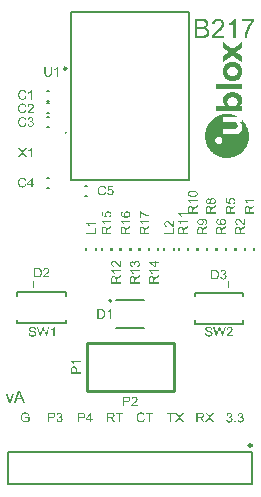
<source format=gto>
G04*
G04 #@! TF.GenerationSoftware,Altium Limited,Altium Designer,21.6.4 (81)*
G04*
G04 Layer_Color=65535*
%FSLAX44Y44*%
%MOMM*%
G71*
G04*
G04 #@! TF.SameCoordinates,73C44879-B0ED-4A5D-A374-7D9F3B14191D*
G04*
G04*
G04 #@! TF.FilePolarity,Positive*
G04*
G01*
G75*
%ADD10C,0.1270*%
%ADD11C,0.2540*%
%ADD12C,0.2000*%
%ADD13C,0.1016*%
G36*
X204277Y375080D02*
Y374992D01*
X204295Y374869D01*
Y374745D01*
X204312Y374604D01*
Y372947D01*
X204295Y372753D01*
Y372577D01*
X204260Y370092D01*
X201915Y368347D01*
X201562Y368100D01*
X201245Y367853D01*
X200963Y367641D01*
X200716Y367465D01*
X200522Y367324D01*
X200382Y367201D01*
X200293Y367130D01*
X200258Y367113D01*
X200029Y366936D01*
X199870Y366813D01*
X199747Y366707D01*
X199676Y366654D01*
X199624Y366601D01*
X199606Y366584D01*
Y366566D01*
X199641Y366531D01*
X199712Y366460D01*
X199835Y366355D01*
X199958Y366249D01*
X200082Y366161D01*
X200205Y366073D01*
X200276Y366002D01*
X200311Y365984D01*
X200575Y365791D01*
X200857Y365579D01*
X201140Y365368D01*
X201386Y365191D01*
X201615Y365015D01*
X201792Y364892D01*
X201862Y364839D01*
X201915Y364803D01*
X201933Y364768D01*
X201950D01*
X204260Y363093D01*
X204295Y360714D01*
X204330Y358334D01*
X200540Y361207D01*
X199958Y361630D01*
X199430Y362001D01*
X198971Y362336D01*
X198760Y362494D01*
X198566Y362618D01*
X198390Y362741D01*
X198231Y362864D01*
X198107Y362952D01*
X198002Y363041D01*
X197914Y363093D01*
X197843Y363146D01*
X197808Y363164D01*
X197790Y363182D01*
X197596Y363340D01*
X197402Y363464D01*
X197261Y363569D01*
X197120Y363675D01*
X197015Y363763D01*
X196909Y363834D01*
X196768Y363940D01*
X196680Y364010D01*
X196627Y364045D01*
X196609Y364063D01*
X196592D01*
X196539Y364028D01*
X196486Y363993D01*
X196398Y363940D01*
X196204Y363816D01*
X195992Y363675D01*
X195781Y363534D01*
X195604Y363411D01*
X195534Y363358D01*
X195481Y363323D01*
X195446Y363305D01*
X195428Y363287D01*
X194987Y362988D01*
X194529Y362653D01*
X194071Y362336D01*
X193648Y362036D01*
X193472Y361895D01*
X193295Y361754D01*
X193137Y361648D01*
X192995Y361542D01*
X192890Y361454D01*
X192802Y361401D01*
X192749Y361366D01*
X192731Y361348D01*
X192167Y360943D01*
X191656Y360573D01*
X191215Y360256D01*
X191004Y360115D01*
X190810Y359973D01*
X190651Y359850D01*
X190510Y359744D01*
X190369Y359656D01*
X190263Y359568D01*
X190175Y359515D01*
X190122Y359462D01*
X190087Y359445D01*
X190069Y359427D01*
X189875Y359286D01*
X189699Y359163D01*
X189541Y359057D01*
X189417Y358969D01*
X189294Y358898D01*
X189206Y358828D01*
X189065Y358740D01*
X188976Y358669D01*
X188923Y358651D01*
X188906Y358634D01*
X188888Y358669D01*
Y358740D01*
X188871Y358863D01*
Y359004D01*
X188853Y359127D01*
Y359638D01*
X188835Y359938D01*
Y363552D01*
X191180Y365227D01*
X191532Y365473D01*
X191832Y365702D01*
X192114Y365896D01*
X192361Y366073D01*
X192555Y366214D01*
X192714Y366319D01*
X192802Y366390D01*
X192837Y366408D01*
X193066Y366584D01*
X193225Y366725D01*
X193330Y366813D01*
X193419Y366884D01*
X193454Y366936D01*
X193472Y366954D01*
Y366972D01*
X193436Y367007D01*
X193366Y367077D01*
X193260Y367165D01*
X193137Y367254D01*
X193013Y367359D01*
X192907Y367430D01*
X192837Y367500D01*
X192802Y367518D01*
X192537Y367730D01*
X192273Y367924D01*
X191991Y368135D01*
X191744Y368311D01*
X191515Y368470D01*
X191339Y368611D01*
X191268Y368646D01*
X191215Y368681D01*
X191197Y368717D01*
X191180D01*
X188906Y370356D01*
X188871Y372648D01*
X188853Y373000D01*
Y374516D01*
X188871Y374675D01*
Y374798D01*
X188888Y374869D01*
Y374922D01*
X188906Y374939D01*
Y374957D01*
X188941Y374939D01*
X188994Y374904D01*
X189082Y374851D01*
X189170Y374798D01*
X189258Y374728D01*
X189347Y374675D01*
X189400Y374640D01*
X189417Y374622D01*
X189787Y374358D01*
X189964Y374216D01*
X190140Y374093D01*
X190281Y373987D01*
X190404Y373899D01*
X190475Y373829D01*
X190510Y373811D01*
X190774Y373617D01*
X191056Y373406D01*
X191356Y373194D01*
X191621Y373000D01*
X191867Y372806D01*
X192061Y372665D01*
X192132Y372612D01*
X192185Y372577D01*
X192220Y372560D01*
X192237Y372542D01*
X192625Y372260D01*
X192978Y371996D01*
X193313Y371766D01*
X193577Y371572D01*
X193824Y371396D01*
X194000Y371273D01*
X194053Y371220D01*
X194106Y371202D01*
X194124Y371167D01*
X194141D01*
X194459Y370938D01*
X194741Y370726D01*
X195005Y370550D01*
X195234Y370391D01*
X195410Y370250D01*
X195551Y370162D01*
X195640Y370092D01*
X195675Y370074D01*
X195904Y369915D01*
X196063Y369792D01*
X196186Y369704D01*
X196274Y369633D01*
X196327Y369580D01*
X196362Y369545D01*
X196380Y369528D01*
X196398D01*
X196451Y369545D01*
X196521Y369580D01*
X196592Y369616D01*
X196786Y369739D01*
X196997Y369863D01*
X197208Y370004D01*
X197385Y370127D01*
X197455Y370162D01*
X197508Y370197D01*
X197543Y370233D01*
X197561D01*
X198002Y370532D01*
X198460Y370867D01*
X198936Y371202D01*
X199377Y371520D01*
X199571Y371678D01*
X199764Y371802D01*
X199941Y371925D01*
X200082Y372031D01*
X200205Y372119D01*
X200293Y372189D01*
X200346Y372225D01*
X200364Y372242D01*
X200946Y372665D01*
X201457Y373071D01*
X201933Y373406D01*
X202144Y373564D01*
X202338Y373705D01*
X202514Y373829D01*
X202655Y373952D01*
X202796Y374040D01*
X202902Y374128D01*
X202990Y374181D01*
X203061Y374234D01*
X203096Y374252D01*
X203114Y374269D01*
X203308Y374411D01*
X203484Y374552D01*
X203643Y374657D01*
X203784Y374763D01*
X203889Y374833D01*
X203978Y374904D01*
X204118Y375010D01*
X204207Y375080D01*
X204242Y375098D01*
X204260Y375116D01*
X204277Y375080D01*
D02*
G37*
G36*
X197861Y358246D02*
X198143D01*
X198337D01*
X198495Y358228D01*
X198566D01*
X198601D01*
X198813Y358211D01*
X198989Y358175D01*
X199165Y358140D01*
X199306Y358105D01*
X199430Y358070D01*
X199535Y358034D01*
X199588Y358017D01*
X199606Y357999D01*
X199958Y357876D01*
X200293Y357717D01*
X200611Y357576D01*
X200910Y357417D01*
X201192Y357259D01*
X201457Y357100D01*
X201686Y356941D01*
X201898Y356783D01*
X202091Y356624D01*
X202268Y356501D01*
X202409Y356377D01*
X202532Y356272D01*
X202620Y356184D01*
X202691Y356113D01*
X202726Y356078D01*
X202744Y356060D01*
X202955Y355813D01*
X203149Y355566D01*
X203502Y355020D01*
X203784Y354474D01*
X204030Y353962D01*
X204118Y353716D01*
X204207Y353504D01*
X204260Y353310D01*
X204330Y353134D01*
X204365Y352993D01*
X204401Y352887D01*
X204418Y352817D01*
Y352799D01*
X204506Y352429D01*
X204559Y352023D01*
X204612Y351618D01*
X204630Y351213D01*
X204647Y350860D01*
X204665Y350701D01*
Y350313D01*
X204647Y349749D01*
X204630Y349256D01*
X204594Y348833D01*
X204559Y348639D01*
X204542Y348480D01*
X204524Y348322D01*
X204489Y348181D01*
X204471Y348075D01*
X204454Y347987D01*
X204436Y347916D01*
Y347846D01*
X204418Y347828D01*
Y347810D01*
X204312Y347423D01*
X204189Y347052D01*
X204048Y346700D01*
X203907Y346365D01*
X203748Y346065D01*
X203590Y345783D01*
X203431Y345519D01*
X203272Y345272D01*
X203131Y345061D01*
X202990Y344867D01*
X202867Y344708D01*
X202744Y344567D01*
X202655Y344461D01*
X202585Y344391D01*
X202550Y344338D01*
X202532Y344320D01*
X202268Y344073D01*
X202003Y343844D01*
X201721Y343633D01*
X201422Y343456D01*
X201140Y343280D01*
X200857Y343139D01*
X200329Y342875D01*
X200082Y342786D01*
X199853Y342698D01*
X199641Y342628D01*
X199465Y342557D01*
X199324Y342522D01*
X199218Y342487D01*
X199148Y342469D01*
X199130D01*
X198760Y342399D01*
X198337Y342364D01*
X197914Y342328D01*
X197508Y342293D01*
X197156D01*
X196997Y342275D01*
X196856D01*
X196750D01*
X196662D01*
X196609D01*
X196592D01*
X196010Y342293D01*
X195499Y342311D01*
X195287Y342328D01*
X195076Y342346D01*
X194882Y342364D01*
X194705Y342381D01*
X194547Y342399D01*
X194423Y342416D01*
X194300D01*
X194212Y342434D01*
X194124Y342452D01*
X194071Y342469D01*
X194053D01*
X194036D01*
X193665Y342575D01*
X193313Y342681D01*
X192978Y342822D01*
X192661Y342963D01*
X192361Y343121D01*
X192079Y343280D01*
X191814Y343439D01*
X191585Y343597D01*
X191374Y343756D01*
X191180Y343897D01*
X191021Y344021D01*
X190880Y344144D01*
X190774Y344232D01*
X190704Y344302D01*
X190651Y344355D01*
X190633Y344373D01*
X190387Y344655D01*
X190158Y344937D01*
X189946Y345237D01*
X189752Y345536D01*
X189576Y345818D01*
X189435Y346118D01*
X189170Y346665D01*
X189082Y346911D01*
X188994Y347141D01*
X188923Y347352D01*
X188853Y347528D01*
X188818Y347669D01*
X188783Y347775D01*
X188765Y347846D01*
Y347863D01*
X188730Y348040D01*
X188694Y348233D01*
X188659Y348657D01*
X188624Y349097D01*
X188606Y349556D01*
Y350966D01*
X188624Y351283D01*
X188641Y351565D01*
X188659Y351829D01*
X188677Y352059D01*
X188712Y352270D01*
X188730Y352464D01*
X188747Y352623D01*
X188783Y352764D01*
X188800Y352887D01*
X188818Y352993D01*
X188835Y353063D01*
X188853Y353134D01*
Y353169D01*
X188871Y353204D01*
X189118Y353874D01*
X189258Y354174D01*
X189400Y354474D01*
X189541Y354738D01*
X189681Y354985D01*
X189823Y355214D01*
X189964Y355425D01*
X190105Y355619D01*
X190228Y355778D01*
X190334Y355919D01*
X190422Y356043D01*
X190510Y356131D01*
X190563Y356201D01*
X190598Y356236D01*
X190616Y356254D01*
X191074Y356677D01*
X191532Y357030D01*
X192008Y357329D01*
X192449Y357559D01*
X192661Y357664D01*
X192837Y357735D01*
X193013Y357805D01*
X193154Y357858D01*
X193278Y357911D01*
X193366Y357946D01*
X193419Y357964D01*
X193436D01*
X193895Y358087D01*
X194106Y358123D01*
X194282Y358158D01*
X194441Y358193D01*
X194547D01*
X194617Y358211D01*
X194653D01*
X194776Y358228D01*
X194899D01*
X195217Y358246D01*
X195534D01*
X195869Y358264D01*
X196168D01*
X196292D01*
X196415D01*
X196503D01*
X196574D01*
X196627D01*
X196644D01*
X196891D01*
X197120D01*
X197332D01*
X197526D01*
X197861Y358246D01*
D02*
G37*
G36*
X204330Y335506D02*
X193472D01*
X182578D01*
Y339666D01*
X204330D01*
Y335506D01*
D02*
G37*
G36*
X197543Y332686D02*
X197966Y332668D01*
X198319Y332633D01*
X198478Y332615D01*
X198619Y332598D01*
X198742Y332580D01*
X198830Y332562D01*
X198918Y332545D01*
X198971D01*
X199007Y332527D01*
X199024D01*
X199412Y332457D01*
X199764Y332351D01*
X200099Y332263D01*
X200399Y332157D01*
X200646Y332051D01*
X200840Y331981D01*
X200910Y331946D01*
X200963Y331928D01*
X200981Y331910D01*
X200998D01*
X201298Y331752D01*
X201562Y331593D01*
X201827Y331434D01*
X202074Y331258D01*
X202303Y331082D01*
X202497Y330923D01*
X202691Y330765D01*
X202849Y330606D01*
X203008Y330447D01*
X203131Y330324D01*
X203255Y330200D01*
X203343Y330095D01*
X203413Y330006D01*
X203466Y329936D01*
X203484Y329901D01*
X203502Y329883D01*
X203801Y329407D01*
X204030Y328896D01*
X204224Y328385D01*
X204365Y327891D01*
X204436Y327680D01*
X204471Y327468D01*
X204506Y327274D01*
X204542Y327133D01*
X204559Y326992D01*
X204577Y326904D01*
X204594Y326834D01*
Y326816D01*
X204647Y326234D01*
X204665Y325705D01*
X204647Y325212D01*
X204630Y324983D01*
X204594Y324789D01*
X204577Y324595D01*
X204542Y324419D01*
X204524Y324278D01*
X204489Y324154D01*
X204471Y324066D01*
X204454Y323978D01*
X204436Y323943D01*
Y323925D01*
X204260Y323449D01*
X204048Y323008D01*
X203819Y322621D01*
X203607Y322286D01*
X203396Y322004D01*
X203308Y321898D01*
X203237Y321810D01*
X203167Y321739D01*
X203114Y321686D01*
X203096Y321651D01*
X203078Y321633D01*
X202902Y321440D01*
X202744Y321281D01*
X202655Y321157D01*
X202620Y321140D01*
Y321122D01*
X202550Y321052D01*
X202497Y320999D01*
X202426Y320928D01*
X202409Y320893D01*
X202426Y320875D01*
X202444D01*
X202550Y320858D01*
X202638Y320840D01*
X202673D01*
X202691D01*
X202902Y320822D01*
X203131D01*
X203237D01*
X203308D01*
X203361D01*
X203378D01*
X204330D01*
Y316803D01*
X193560D01*
X192749D01*
X191973D01*
X191621D01*
X191268D01*
X190951D01*
X190651D01*
X190369D01*
X190122D01*
X189911D01*
X189717D01*
X189576D01*
X189470D01*
X189400D01*
X189382D01*
X188677Y316821D01*
X188025D01*
X187725D01*
X187425Y316839D01*
X187178D01*
X186932D01*
X186702D01*
X186509D01*
X186350D01*
X186209D01*
X186085D01*
X186015D01*
X185962D01*
X185944D01*
X185416D01*
X184940D01*
X184534Y316856D01*
X184199D01*
X184058D01*
X183935D01*
X183829Y316874D01*
X183741D01*
X183671D01*
X183618D01*
X183600D01*
X183582D01*
X183424D01*
X183283D01*
X183177D01*
X183071Y316892D01*
X182913D01*
X182807Y316909D01*
X182754D01*
X182719Y316927D01*
X182701D01*
X182683Y316962D01*
X182666Y317050D01*
Y317156D01*
X182648Y317262D01*
Y317385D01*
X182631Y317491D01*
Y317579D01*
X182613Y317826D01*
X182595Y318073D01*
Y318319D01*
X182578Y318549D01*
Y321122D01*
X190651D01*
X190016Y321792D01*
X189752Y322092D01*
X189541Y322391D01*
X189364Y322656D01*
X189206Y322903D01*
X189100Y323097D01*
X189012Y323255D01*
X188976Y323361D01*
X188959Y323396D01*
X188853Y323713D01*
X188765Y324066D01*
X188694Y324401D01*
X188641Y324718D01*
X188606Y325000D01*
X188589Y325124D01*
Y325229D01*
X188571Y325318D01*
Y326076D01*
X188606Y326640D01*
X188624Y326904D01*
X188659Y327151D01*
X188694Y327380D01*
X188730Y327592D01*
X188765Y327785D01*
X188800Y327944D01*
X188835Y328103D01*
X188871Y328209D01*
X188906Y328314D01*
X188923Y328385D01*
X188941Y328420D01*
Y328438D01*
X189135Y328896D01*
X189347Y329337D01*
X189593Y329707D01*
X189823Y330059D01*
X190052Y330324D01*
X190140Y330447D01*
X190228Y330535D01*
X190299Y330606D01*
X190334Y330659D01*
X190369Y330694D01*
X190387Y330712D01*
X190792Y331064D01*
X191233Y331364D01*
X191656Y331628D01*
X192079Y331840D01*
X192255Y331928D01*
X192431Y331998D01*
X192590Y332069D01*
X192714Y332122D01*
X192819Y332157D01*
X192907Y332192D01*
X192960Y332210D01*
X192978D01*
X193577Y332386D01*
X194177Y332510D01*
X194776Y332598D01*
X195076Y332633D01*
X195340Y332651D01*
X195604Y332686D01*
X195834Y332704D01*
X196028D01*
X196204Y332721D01*
X196362D01*
X196468D01*
X196539D01*
X196556D01*
X197068D01*
X197543Y332686D01*
D02*
G37*
G36*
X192625Y314300D02*
X192925D01*
X193225Y314283D01*
X193507Y314265D01*
X193754Y314247D01*
X194000Y314230D01*
X194212Y314212D01*
X194406Y314177D01*
X194582Y314159D01*
X194723Y314142D01*
X194846Y314124D01*
X194952Y314106D01*
X195023D01*
X195058Y314089D01*
X195076D01*
X195534Y314018D01*
X195992Y313913D01*
X196433Y313807D01*
X196838Y313701D01*
X197032Y313648D01*
X197191Y313595D01*
X197349Y313560D01*
X197473Y313507D01*
X197579Y313489D01*
X197649Y313454D01*
X197702Y313437D01*
X197720D01*
X198231Y313260D01*
X198707Y313084D01*
X199112Y312925D01*
X199465Y312767D01*
X199624Y312696D01*
X199747Y312643D01*
X199870Y312591D01*
X199958Y312538D01*
X200029Y312502D01*
X200082Y312467D01*
X200117Y312449D01*
X200135D01*
X201069Y311973D01*
X194970D01*
X188835D01*
Y307690D01*
X193701Y307655D01*
X194282D01*
X194829Y307637D01*
X195305D01*
X195728Y307619D01*
X196116D01*
X196468D01*
X196768Y307602D01*
X197015D01*
X197244Y307584D01*
X197420D01*
X197561D01*
X197684D01*
X197773Y307567D01*
X197826D01*
X197861D01*
X197878D01*
X198178Y307549D01*
X198442Y307514D01*
X198654Y307479D01*
X198830Y307443D01*
X198971Y307408D01*
X199059Y307373D01*
X199112Y307355D01*
X199130D01*
X199482Y307179D01*
X199764Y306985D01*
X200011Y306791D01*
X200205Y306597D01*
X200346Y306421D01*
X200452Y306280D01*
X200505Y306192D01*
X200522Y306174D01*
Y306156D01*
X200646Y305857D01*
X200734Y305522D01*
X200805Y305169D01*
X200840Y304834D01*
X200857Y304552D01*
X200875Y304429D01*
Y304094D01*
X200840Y303777D01*
X200805Y303512D01*
X200769Y303283D01*
X200716Y303107D01*
X200681Y302966D01*
X200664Y302860D01*
X200628Y302807D01*
Y302789D01*
X200540Y302631D01*
X200434Y302490D01*
X200311Y302349D01*
X200170Y302225D01*
X200064Y302137D01*
X199958Y302049D01*
X199888Y301996D01*
X199870Y301979D01*
X199782Y301926D01*
X199676Y301873D01*
X199430Y301767D01*
X199148Y301697D01*
X198883Y301626D01*
X198619Y301591D01*
X198407Y301556D01*
X198337D01*
X198266Y301538D01*
X198231D01*
X198213D01*
X197949Y301520D01*
X197649Y301503D01*
X197314D01*
X196944Y301485D01*
X196574D01*
X196168Y301467D01*
X195375D01*
X195005Y301450D01*
X194653D01*
X194318D01*
X194036D01*
X193806D01*
X193630D01*
X193560D01*
X193507D01*
X193489D01*
X193472D01*
X188906D01*
X188835Y297131D01*
X194600Y297166D01*
X195270Y297184D01*
X195886D01*
X196451Y297202D01*
X196944D01*
X197402Y297219D01*
X197808D01*
X198160Y297237D01*
X198460D01*
X198724Y297254D01*
X198954D01*
X199130D01*
X199271Y297272D01*
X199377D01*
X199465D01*
X199500D01*
X199518D01*
X199905Y297290D01*
X200240Y297325D01*
X200522Y297360D01*
X200734Y297395D01*
X200910Y297413D01*
X201016Y297448D01*
X201087Y297466D01*
X201104D01*
X201404Y297572D01*
X201668Y297695D01*
X202180Y297977D01*
X202409Y298136D01*
X202620Y298277D01*
X202814Y298435D01*
X202990Y298594D01*
X203131Y298735D01*
X203272Y298876D01*
X203396Y299000D01*
X203484Y299105D01*
X203554Y299193D01*
X203607Y299264D01*
X203643Y299299D01*
X203660Y299317D01*
X203819Y299564D01*
X203978Y299828D01*
X204224Y300375D01*
X204401Y300921D01*
X204524Y301432D01*
X204577Y301661D01*
X204612Y301891D01*
X204647Y302067D01*
X204665Y302243D01*
X204683Y302367D01*
X204700Y302472D01*
Y302560D01*
X204718Y303089D01*
Y303583D01*
X204683Y304006D01*
X204647Y304376D01*
X204612Y304535D01*
X204594Y304676D01*
X204559Y304799D01*
X204542Y304905D01*
X204524Y304993D01*
X204506Y305046D01*
X204489Y305081D01*
Y305099D01*
X204348Y305487D01*
X204171Y305857D01*
X203995Y306192D01*
X203801Y306491D01*
X203643Y306738D01*
X203502Y306914D01*
X203449Y306985D01*
X203413Y307038D01*
X203378Y307055D01*
Y307073D01*
X203220Y307232D01*
X203096Y307355D01*
X203026Y307443D01*
X202990Y307479D01*
X202885Y307602D01*
X202832Y307690D01*
X202814Y307725D01*
Y307743D01*
X202832Y307761D01*
X202849D01*
X202920Y307778D01*
X203008Y307796D01*
X203026D01*
X203043D01*
X203220Y307813D01*
X203396D01*
X203466D01*
X203537D01*
X203572D01*
X203590D01*
X204330D01*
Y309664D01*
X205458Y308554D01*
X206093Y307831D01*
X206674Y307091D01*
X206939Y306721D01*
X207186Y306368D01*
X207415Y306033D01*
X207609Y305716D01*
X207803Y305416D01*
X207961Y305134D01*
X208102Y304887D01*
X208226Y304693D01*
X208314Y304517D01*
X208384Y304394D01*
X208420Y304323D01*
X208437Y304288D01*
X208860Y303389D01*
X209230Y302507D01*
X209389Y302067D01*
X209530Y301644D01*
X209671Y301238D01*
X209777Y300868D01*
X209883Y300516D01*
X209988Y300198D01*
X210059Y299916D01*
X210130Y299669D01*
X210165Y299475D01*
X210200Y299335D01*
X210235Y299246D01*
Y299211D01*
X210288Y298982D01*
X210324Y298717D01*
X210394Y298171D01*
X210429Y297607D01*
X210464Y297043D01*
X210482Y296796D01*
Y296549D01*
X210500Y296338D01*
Y295368D01*
X210482Y294981D01*
Y294628D01*
X210464Y294275D01*
X210429Y293976D01*
X210412Y293676D01*
X210394Y293412D01*
X210359Y293183D01*
X210341Y292971D01*
X210324Y292795D01*
X210288Y292636D01*
X210271Y292495D01*
X210253Y292407D01*
Y292319D01*
X210235Y292283D01*
Y292266D01*
X210041Y291437D01*
X209830Y290662D01*
X209706Y290292D01*
X209601Y289939D01*
X209477Y289622D01*
X209372Y289304D01*
X209266Y289040D01*
X209178Y288776D01*
X209090Y288564D01*
X209001Y288388D01*
X208948Y288229D01*
X208896Y288123D01*
X208878Y288053D01*
X208860Y288035D01*
X208508Y287295D01*
X208138Y286607D01*
X207961Y286290D01*
X207768Y285973D01*
X207591Y285691D01*
X207415Y285426D01*
X207256Y285180D01*
X207115Y284968D01*
X206974Y284774D01*
X206868Y284615D01*
X206763Y284492D01*
X206692Y284386D01*
X206657Y284333D01*
X206639Y284316D01*
X206128Y283699D01*
X205599Y283117D01*
X205088Y282588D01*
X204841Y282359D01*
X204612Y282130D01*
X204401Y281936D01*
X204207Y281760D01*
X204030Y281601D01*
X203872Y281478D01*
X203748Y281372D01*
X203660Y281301D01*
X203607Y281249D01*
X203590Y281231D01*
X202938Y280737D01*
X202285Y280279D01*
X201651Y279874D01*
X201351Y279697D01*
X201069Y279539D01*
X200805Y279398D01*
X200575Y279257D01*
X200364Y279151D01*
X200188Y279063D01*
X200029Y278992D01*
X199923Y278939D01*
X199853Y278904D01*
X199835Y278887D01*
X199024Y278534D01*
X198213Y278217D01*
X197455Y277970D01*
X197103Y277864D01*
X196768Y277758D01*
X196451Y277688D01*
X196168Y277617D01*
X195922Y277547D01*
X195710Y277512D01*
X195534Y277476D01*
X195410Y277441D01*
X195340Y277423D01*
X195305D01*
X194423Y277282D01*
X193577Y277194D01*
X193172Y277159D01*
X192784Y277141D01*
X192414Y277124D01*
X192061D01*
X191744Y277106D01*
X191462Y277124D01*
X191197D01*
X190986D01*
X190810D01*
X190686Y277141D01*
X190616D01*
X190581D01*
X189699Y277229D01*
X188853Y277353D01*
X188448Y277441D01*
X188060Y277512D01*
X187707Y277582D01*
X187355Y277670D01*
X187055Y277741D01*
X186773Y277811D01*
X186526Y277882D01*
X186315Y277935D01*
X186156Y277987D01*
X186033Y278023D01*
X185944Y278058D01*
X185927D01*
X185098Y278375D01*
X184305Y278710D01*
X183953Y278887D01*
X183600Y279063D01*
X183265Y279239D01*
X182965Y279398D01*
X182683Y279556D01*
X182437Y279697D01*
X182225Y279821D01*
X182031Y279926D01*
X181890Y280015D01*
X181784Y280085D01*
X181714Y280120D01*
X181696Y280138D01*
X181062Y280596D01*
X180462Y281055D01*
X179933Y281513D01*
X179687Y281724D01*
X179457Y281936D01*
X179246Y282112D01*
X179070Y282289D01*
X178911Y282430D01*
X178770Y282571D01*
X178664Y282676D01*
X178594Y282747D01*
X178541Y282800D01*
X178523Y282817D01*
X178012Y283364D01*
X177536Y283928D01*
X177131Y284457D01*
X176761Y284950D01*
X176619Y285162D01*
X176479Y285373D01*
X176355Y285550D01*
X176249Y285691D01*
X176179Y285814D01*
X176126Y285920D01*
X176091Y285973D01*
X176073Y285990D01*
X175703Y286643D01*
X175368Y287313D01*
X175068Y287929D01*
X174945Y288229D01*
X174821Y288493D01*
X174716Y288758D01*
X174628Y288987D01*
X174557Y289181D01*
X174487Y289357D01*
X174434Y289498D01*
X174398Y289604D01*
X174363Y289675D01*
Y289692D01*
X174134Y290433D01*
X173923Y291155D01*
X173764Y291860D01*
X173693Y292178D01*
X173623Y292495D01*
X173570Y292777D01*
X173517Y293041D01*
X173482Y293271D01*
X173447Y293465D01*
X173429Y293623D01*
X173411Y293729D01*
X173394Y293817D01*
Y293835D01*
X173376Y293993D01*
Y295456D01*
X173394Y295668D01*
Y295862D01*
X173411Y296038D01*
Y296338D01*
X173429Y296426D01*
Y296514D01*
X173447Y296867D01*
X173464Y297202D01*
X173482Y297501D01*
X173499Y297783D01*
X173517Y298030D01*
X173535Y298259D01*
X173552Y298453D01*
X173570Y298647D01*
X173587Y298806D01*
X173605Y298929D01*
X173623Y299053D01*
X173640Y299141D01*
Y299211D01*
X173658Y299264D01*
Y299299D01*
X173781Y299828D01*
X173923Y300357D01*
X174063Y300851D01*
X174222Y301344D01*
X174381Y301820D01*
X174539Y302261D01*
X174716Y302684D01*
X174874Y303072D01*
X175015Y303424D01*
X175156Y303741D01*
X175297Y304023D01*
X175403Y304253D01*
X175509Y304447D01*
X175579Y304587D01*
X175615Y304658D01*
X175632Y304693D01*
X176179Y305592D01*
X176461Y306015D01*
X176743Y306438D01*
X177025Y306809D01*
X177307Y307179D01*
X177571Y307514D01*
X177836Y307831D01*
X178065Y308113D01*
X178294Y308360D01*
X178488Y308571D01*
X178664Y308765D01*
X178805Y308906D01*
X178911Y309012D01*
X178982Y309083D01*
X178999Y309100D01*
X179757Y309805D01*
X180145Y310123D01*
X180533Y310422D01*
X180921Y310704D01*
X181291Y310986D01*
X181643Y311233D01*
X181978Y311445D01*
X182296Y311656D01*
X182578Y311833D01*
X182842Y311991D01*
X183054Y312115D01*
X183230Y312203D01*
X183371Y312291D01*
X183441Y312326D01*
X183477Y312344D01*
X183953Y312573D01*
X184429Y312784D01*
X184887Y312978D01*
X185363Y313155D01*
X185821Y313313D01*
X186262Y313454D01*
X186685Y313578D01*
X187090Y313701D01*
X187460Y313789D01*
X187795Y313877D01*
X188095Y313948D01*
X188342Y314001D01*
X188553Y314036D01*
X188712Y314071D01*
X188800Y314089D01*
X188835D01*
X189329Y314159D01*
X189858Y314230D01*
X190369Y314265D01*
X190863Y314283D01*
X191092Y314300D01*
X191303D01*
X191480Y314318D01*
X191638D01*
X191779D01*
X191867D01*
X191938D01*
X191956D01*
X192625Y314300D01*
D02*
G37*
G36*
X215000Y393181D02*
X214988Y393158D01*
X214930Y393111D01*
X214847Y393005D01*
X214730Y392876D01*
X214589Y392712D01*
X214425Y392512D01*
X214237Y392277D01*
X214038Y392008D01*
X213815Y391714D01*
X213568Y391386D01*
X213310Y391022D01*
X213052Y390635D01*
X212770Y390212D01*
X212500Y389766D01*
X212207Y389297D01*
X211926Y388792D01*
Y388781D01*
X211914Y388757D01*
X211890Y388722D01*
X211855Y388675D01*
X211820Y388605D01*
X211785Y388522D01*
X211726Y388428D01*
X211679Y388323D01*
X211609Y388205D01*
X211550Y388065D01*
X211397Y387771D01*
X211233Y387443D01*
X211057Y387067D01*
X210869Y386657D01*
X210682Y386211D01*
X210482Y385753D01*
X210294Y385260D01*
X210095Y384756D01*
X209919Y384239D01*
X209743Y383699D01*
X209578Y383160D01*
X209567Y383136D01*
X209555Y383066D01*
X209520Y382960D01*
X209485Y382808D01*
X209438Y382608D01*
X209379Y382385D01*
X209320Y382127D01*
X209262Y381834D01*
X209191Y381517D01*
X209133Y381176D01*
X209062Y380801D01*
X209004Y380414D01*
X208945Y380015D01*
X208898Y379592D01*
X208851Y379146D01*
X208816Y378700D01*
X206762D01*
Y378724D01*
Y378783D01*
X206774Y378900D01*
Y379041D01*
X206786Y379228D01*
X206809Y379451D01*
X206833Y379710D01*
X206868Y379991D01*
X206903Y380320D01*
X206950Y380672D01*
X207009Y381047D01*
X207079Y381458D01*
X207173Y381892D01*
X207267Y382350D01*
X207372Y382831D01*
X207502Y383324D01*
Y383336D01*
X207513Y383359D01*
X207525Y383394D01*
X207537Y383441D01*
X207560Y383512D01*
X207584Y383594D01*
X207607Y383688D01*
X207642Y383793D01*
X207713Y384028D01*
X207807Y384321D01*
X207912Y384638D01*
X208029Y385002D01*
X208170Y385389D01*
X208323Y385800D01*
X208499Y386234D01*
X208675Y386680D01*
X208874Y387138D01*
X209097Y387607D01*
X209320Y388088D01*
X209567Y388558D01*
Y388569D01*
X209578Y388581D01*
X209602Y388616D01*
X209625Y388675D01*
X209661Y388734D01*
X209708Y388804D01*
X209802Y388980D01*
X209931Y389191D01*
X210071Y389449D01*
X210247Y389731D01*
X210435Y390036D01*
X210635Y390365D01*
X210858Y390705D01*
X211104Y391057D01*
X211350Y391421D01*
X211879Y392137D01*
X212160Y392489D01*
X212442Y392817D01*
X204486D01*
Y394730D01*
X215000D01*
Y393181D01*
D02*
G37*
G36*
X199252Y378700D02*
X197257D01*
Y391397D01*
X197245Y391386D01*
X197222Y391362D01*
X197187Y391327D01*
X197128Y391280D01*
X197057Y391221D01*
X196964Y391139D01*
X196858Y391057D01*
X196752Y390963D01*
X196612Y390869D01*
X196471Y390752D01*
X196318Y390646D01*
X196154Y390517D01*
X195966Y390400D01*
X195778Y390271D01*
X195356Y390013D01*
X195344Y390001D01*
X195309Y389977D01*
X195239Y389942D01*
X195156Y389907D01*
X195063Y389848D01*
X194945Y389778D01*
X194804Y389708D01*
X194664Y389626D01*
X194335Y389461D01*
X193983Y389297D01*
X193619Y389133D01*
X193267Y388992D01*
Y390916D01*
X193291Y390928D01*
X193338Y390951D01*
X193431Y390998D01*
X193549Y391057D01*
X193690Y391128D01*
X193866Y391221D01*
X194053Y391327D01*
X194253Y391444D01*
X194476Y391585D01*
X194711Y391726D01*
X195203Y392055D01*
X195708Y392418D01*
X196189Y392817D01*
X196201Y392829D01*
X196248Y392864D01*
X196306Y392923D01*
X196389Y393005D01*
X196494Y393111D01*
X196612Y393228D01*
X196741Y393369D01*
X196882Y393510D01*
X197022Y393674D01*
X197175Y393850D01*
X197468Y394214D01*
X197738Y394601D01*
X197855Y394800D01*
X197961Y395000D01*
X199252D01*
Y378700D01*
D02*
G37*
G36*
X184736Y394988D02*
X184900Y394977D01*
X185100Y394965D01*
X185323Y394930D01*
X185581Y394894D01*
X185851Y394836D01*
X186144Y394765D01*
X186437Y394683D01*
X186754Y394577D01*
X187059Y394449D01*
X187365Y394296D01*
X187658Y394132D01*
X187940Y393932D01*
X188209Y393697D01*
X188221Y393686D01*
X188268Y393639D01*
X188339Y393568D01*
X188421Y393463D01*
X188526Y393345D01*
X188644Y393193D01*
X188773Y393017D01*
X188902Y392817D01*
X189019Y392594D01*
X189148Y392348D01*
X189266Y392078D01*
X189371Y391796D01*
X189453Y391491D01*
X189524Y391175D01*
X189571Y390834D01*
X189582Y390482D01*
Y390470D01*
Y390435D01*
Y390388D01*
Y390318D01*
X189571Y390224D01*
X189559Y390130D01*
X189547Y390013D01*
X189536Y389884D01*
X189489Y389590D01*
X189418Y389262D01*
X189312Y388921D01*
X189183Y388569D01*
Y388558D01*
X189160Y388522D01*
X189137Y388475D01*
X189101Y388405D01*
X189066Y388323D01*
X189007Y388217D01*
X188949Y388100D01*
X188867Y387971D01*
X188785Y387830D01*
X188691Y387677D01*
X188456Y387337D01*
X188327Y387161D01*
X188186Y386973D01*
X188022Y386786D01*
X187857Y386586D01*
X187846Y386574D01*
X187810Y386539D01*
X187764Y386480D01*
X187681Y386398D01*
X187576Y386293D01*
X187447Y386164D01*
X187306Y386011D01*
X187130Y385835D01*
X186930Y385647D01*
X186696Y385436D01*
X186449Y385201D01*
X186168Y384943D01*
X185863Y384673D01*
X185534Y384380D01*
X185170Y384063D01*
X184783Y383735D01*
X184759Y383723D01*
X184701Y383664D01*
X184619Y383594D01*
X184501Y383488D01*
X184349Y383371D01*
X184196Y383230D01*
X184020Y383077D01*
X183832Y382913D01*
X183433Y382573D01*
X183246Y382397D01*
X183058Y382233D01*
X182882Y382068D01*
X182729Y381927D01*
X182589Y381798D01*
X182483Y381681D01*
X182459Y381657D01*
X182401Y381587D01*
X182307Y381482D01*
X182190Y381352D01*
X182060Y381188D01*
X181920Y381012D01*
X181779Y380813D01*
X181650Y380613D01*
X189606D01*
Y378700D01*
X178880D01*
Y378712D01*
Y378736D01*
Y378771D01*
Y378818D01*
Y378888D01*
X178892Y378959D01*
X178904Y379146D01*
X178927Y379346D01*
X178962Y379580D01*
X179021Y379827D01*
X179103Y380073D01*
Y380085D01*
X179127Y380120D01*
X179150Y380179D01*
X179185Y380261D01*
X179221Y380367D01*
X179279Y380484D01*
X179350Y380613D01*
X179420Y380754D01*
X179502Y380918D01*
X179608Y381082D01*
X179831Y381446D01*
X180101Y381834D01*
X180417Y382233D01*
X180429Y382244D01*
X180464Y382280D01*
X180511Y382338D01*
X180582Y382420D01*
X180676Y382526D01*
X180793Y382643D01*
X180922Y382784D01*
X181086Y382937D01*
X181262Y383113D01*
X181450Y383300D01*
X181661Y383500D01*
X181896Y383723D01*
X182154Y383946D01*
X182424Y384180D01*
X182718Y384427D01*
X183023Y384685D01*
X183034Y384697D01*
X183058Y384709D01*
X183093Y384744D01*
X183140Y384779D01*
X183199Y384838D01*
X183269Y384896D01*
X183445Y385049D01*
X183668Y385225D01*
X183903Y385448D01*
X184173Y385683D01*
X184454Y385941D01*
X184759Y386211D01*
X185053Y386492D01*
X185358Y386774D01*
X185639Y387067D01*
X185921Y387349D01*
X186168Y387619D01*
X186402Y387889D01*
X186590Y388135D01*
X186602Y388147D01*
X186625Y388194D01*
X186672Y388264D01*
X186743Y388346D01*
X186813Y388464D01*
X186883Y388593D01*
X186977Y388745D01*
X187059Y388910D01*
X187142Y389086D01*
X187236Y389273D01*
X187388Y389684D01*
X187447Y389895D01*
X187494Y390107D01*
X187517Y390318D01*
X187529Y390529D01*
Y390541D01*
Y390588D01*
Y390646D01*
X187517Y390728D01*
X187505Y390834D01*
X187482Y390951D01*
X187458Y391081D01*
X187423Y391221D01*
X187376Y391374D01*
X187318Y391538D01*
X187247Y391702D01*
X187165Y391867D01*
X187071Y392043D01*
X186954Y392207D01*
X186825Y392371D01*
X186672Y392524D01*
X186660Y392536D01*
X186637Y392559D01*
X186590Y392594D01*
X186520Y392653D01*
X186437Y392712D01*
X186332Y392782D01*
X186215Y392864D01*
X186085Y392935D01*
X185933Y393017D01*
X185769Y393087D01*
X185581Y393158D01*
X185393Y393216D01*
X185182Y393275D01*
X184959Y393310D01*
X184724Y393334D01*
X184478Y393345D01*
X184337D01*
X184243Y393334D01*
X184114Y393322D01*
X183973Y393298D01*
X183821Y393275D01*
X183645Y393240D01*
X183469Y393193D01*
X183281Y393134D01*
X183093Y393064D01*
X182894Y392982D01*
X182706Y392876D01*
X182518Y392759D01*
X182330Y392630D01*
X182166Y392477D01*
X182154Y392465D01*
X182131Y392442D01*
X182084Y392383D01*
X182037Y392324D01*
X181966Y392231D01*
X181896Y392125D01*
X181814Y391996D01*
X181744Y391855D01*
X181661Y391702D01*
X181579Y391515D01*
X181509Y391327D01*
X181439Y391116D01*
X181392Y390881D01*
X181345Y390635D01*
X181321Y390377D01*
X181309Y390095D01*
X179256Y390306D01*
Y390318D01*
Y390330D01*
X179268Y390365D01*
Y390412D01*
X179279Y390529D01*
X179314Y390682D01*
X179350Y390869D01*
X179397Y391092D01*
X179455Y391339D01*
X179526Y391597D01*
X179620Y391879D01*
X179725Y392160D01*
X179854Y392453D01*
X180007Y392747D01*
X180171Y393029D01*
X180371Y393298D01*
X180582Y393557D01*
X180828Y393791D01*
X180840Y393803D01*
X180887Y393838D01*
X180969Y393909D01*
X181075Y393979D01*
X181215Y394073D01*
X181380Y394179D01*
X181579Y394284D01*
X181802Y394402D01*
X182060Y394507D01*
X182330Y394613D01*
X182635Y394718D01*
X182964Y394812D01*
X183316Y394894D01*
X183692Y394953D01*
X184090Y394988D01*
X184513Y395000D01*
X184619D01*
X184736Y394988D01*
D02*
G37*
G36*
X171112Y394930D02*
X171276D01*
X171452Y394918D01*
X171663Y394894D01*
X171875Y394883D01*
X172109Y394847D01*
X172356Y394824D01*
X172849Y394730D01*
X173342Y394601D01*
X173576Y394531D01*
X173787Y394437D01*
X173799D01*
X173834Y394413D01*
X173893Y394390D01*
X173975Y394343D01*
X174069Y394296D01*
X174175Y394226D01*
X174304Y394155D01*
X174433Y394061D01*
X174574Y393967D01*
X174714Y393850D01*
X174855Y393733D01*
X175008Y393592D01*
X175149Y393439D01*
X175289Y393287D01*
X175418Y393111D01*
X175548Y392923D01*
X175559Y392911D01*
X175571Y392876D01*
X175606Y392817D01*
X175653Y392747D01*
X175700Y392653D01*
X175747Y392536D01*
X175806Y392418D01*
X175876Y392277D01*
X175935Y392113D01*
X175993Y391949D01*
X176087Y391585D01*
X176169Y391186D01*
X176181Y390987D01*
X176193Y390775D01*
Y390764D01*
Y390728D01*
Y390670D01*
X176181Y390599D01*
Y390506D01*
X176158Y390400D01*
X176146Y390271D01*
X176123Y390142D01*
X176052Y389837D01*
X175947Y389508D01*
X175888Y389332D01*
X175806Y389168D01*
X175724Y388992D01*
X175618Y388816D01*
X175606Y388804D01*
X175595Y388781D01*
X175559Y388734D01*
X175512Y388663D01*
X175454Y388581D01*
X175383Y388499D01*
X175289Y388393D01*
X175196Y388288D01*
X175078Y388170D01*
X174961Y388053D01*
X174820Y387936D01*
X174667Y387807D01*
X174492Y387677D01*
X174315Y387560D01*
X174128Y387443D01*
X173916Y387337D01*
X173928D01*
X173987Y387314D01*
X174057Y387290D01*
X174163Y387255D01*
X174280Y387208D01*
X174421Y387149D01*
X174585Y387079D01*
X174750Y386985D01*
X174937Y386891D01*
X175125Y386786D01*
X175313Y386668D01*
X175501Y386527D01*
X175677Y386387D01*
X175864Y386222D01*
X176029Y386046D01*
X176181Y385859D01*
X176193Y385847D01*
X176217Y385812D01*
X176252Y385753D01*
X176310Y385671D01*
X176369Y385577D01*
X176439Y385460D01*
X176510Y385319D01*
X176580Y385166D01*
X176651Y384990D01*
X176733Y384803D01*
X176791Y384603D01*
X176850Y384380D01*
X176909Y384157D01*
X176944Y383911D01*
X176968Y383664D01*
X176979Y383406D01*
Y383394D01*
Y383359D01*
Y383289D01*
X176968Y383206D01*
Y383113D01*
X176956Y382995D01*
X176944Y382854D01*
X176921Y382714D01*
X176862Y382385D01*
X176768Y382021D01*
X176651Y381646D01*
X176486Y381270D01*
Y381259D01*
X176463Y381223D01*
X176439Y381176D01*
X176404Y381106D01*
X176357Y381024D01*
X176299Y380930D01*
X176158Y380719D01*
X175982Y380472D01*
X175782Y380226D01*
X175559Y379980D01*
X175301Y379768D01*
X175289D01*
X175266Y379745D01*
X175231Y379721D01*
X175172Y379686D01*
X175102Y379639D01*
X175019Y379592D01*
X174926Y379534D01*
X174820Y379475D01*
X174691Y379404D01*
X174562Y379346D01*
X174257Y379205D01*
X173916Y379088D01*
X173529Y378970D01*
X173517D01*
X173482Y378959D01*
X173424Y378947D01*
X173342Y378923D01*
X173236Y378912D01*
X173107Y378888D01*
X172966Y378865D01*
X172802Y378841D01*
X172626Y378806D01*
X172426Y378783D01*
X172203Y378759D01*
X171980Y378747D01*
X171734Y378724D01*
X171476Y378712D01*
X171194Y378700D01*
X164728D01*
Y394941D01*
X170983D01*
X171112Y394930D01*
D02*
G37*
G36*
X50076Y61541D02*
X50135D01*
X50205Y61529D01*
X50282Y61523D01*
X50364Y61511D01*
X50458Y61494D01*
X50551Y61476D01*
X50757Y61423D01*
X50868Y61394D01*
X50974Y61353D01*
X51080Y61312D01*
X51185Y61259D01*
X51191Y61253D01*
X51209Y61247D01*
X51238Y61230D01*
X51279Y61206D01*
X51326Y61177D01*
X51379Y61142D01*
X51437Y61101D01*
X51502Y61054D01*
X51643Y60942D01*
X51784Y60807D01*
X51919Y60655D01*
X51983Y60567D01*
X52042Y60479D01*
X52048Y60473D01*
X52053Y60455D01*
X52071Y60432D01*
X52089Y60391D01*
X52112Y60350D01*
X52136Y60291D01*
X52165Y60232D01*
X52194Y60162D01*
X52218Y60086D01*
X52247Y60009D01*
X52294Y59833D01*
X52329Y59640D01*
X52335Y59540D01*
X52341Y59434D01*
Y59428D01*
Y59411D01*
Y59381D01*
X52335Y59346D01*
Y59299D01*
X52323Y59247D01*
X52318Y59182D01*
X52306Y59117D01*
X52271Y58965D01*
X52218Y58806D01*
X52188Y58724D01*
X52147Y58636D01*
X52106Y58554D01*
X52053Y58472D01*
X52048Y58466D01*
X52042Y58454D01*
X52024Y58431D01*
X52001Y58402D01*
X51971Y58366D01*
X51936Y58325D01*
X51895Y58278D01*
X51842Y58226D01*
X51789Y58173D01*
X51725Y58120D01*
X51660Y58061D01*
X51584Y58003D01*
X51502Y57950D01*
X51414Y57891D01*
X51320Y57838D01*
X51220Y57791D01*
X51226D01*
X51250Y57786D01*
X51291Y57774D01*
X51338Y57756D01*
X51402Y57739D01*
X51473Y57709D01*
X51549Y57680D01*
X51631Y57639D01*
X51719Y57598D01*
X51813Y57545D01*
X51907Y57492D01*
X52001Y57428D01*
X52089Y57357D01*
X52177Y57281D01*
X52265Y57193D01*
X52341Y57099D01*
X52347Y57093D01*
X52359Y57076D01*
X52376Y57046D01*
X52406Y57005D01*
X52435Y56952D01*
X52470Y56894D01*
X52505Y56823D01*
X52540Y56741D01*
X52576Y56647D01*
X52617Y56547D01*
X52646Y56442D01*
X52675Y56325D01*
X52705Y56201D01*
X52722Y56072D01*
X52734Y55937D01*
X52740Y55791D01*
Y55779D01*
Y55744D01*
X52734Y55685D01*
X52728Y55615D01*
X52716Y55521D01*
X52699Y55415D01*
X52675Y55298D01*
X52640Y55169D01*
X52599Y55028D01*
X52552Y54887D01*
X52488Y54735D01*
X52411Y54582D01*
X52323Y54429D01*
X52218Y54277D01*
X52095Y54130D01*
X51960Y53989D01*
X51948Y53983D01*
X51924Y53960D01*
X51883Y53919D01*
X51819Y53872D01*
X51743Y53819D01*
X51655Y53755D01*
X51543Y53690D01*
X51426Y53620D01*
X51291Y53549D01*
X51138Y53485D01*
X50980Y53420D01*
X50804Y53367D01*
X50622Y53320D01*
X50422Y53279D01*
X50217Y53256D01*
X50000Y53250D01*
X49953D01*
X49894Y53256D01*
X49824Y53262D01*
X49730Y53268D01*
X49624Y53285D01*
X49507Y53303D01*
X49378Y53332D01*
X49243Y53362D01*
X49096Y53403D01*
X48950Y53455D01*
X48797Y53520D01*
X48650Y53590D01*
X48504Y53672D01*
X48357Y53772D01*
X48222Y53884D01*
X48216Y53890D01*
X48193Y53913D01*
X48158Y53948D01*
X48111Y54001D01*
X48058Y54066D01*
X47993Y54142D01*
X47929Y54230D01*
X47858Y54330D01*
X47788Y54441D01*
X47717Y54570D01*
X47653Y54705D01*
X47588Y54852D01*
X47536Y55010D01*
X47483Y55174D01*
X47448Y55350D01*
X47424Y55538D01*
X48422Y55673D01*
Y55662D01*
X48427Y55638D01*
X48439Y55591D01*
X48457Y55532D01*
X48474Y55462D01*
X48498Y55386D01*
X48527Y55298D01*
X48556Y55204D01*
X48639Y54998D01*
X48738Y54799D01*
X48797Y54699D01*
X48862Y54605D01*
X48926Y54523D01*
X49002Y54447D01*
X49008Y54441D01*
X49020Y54429D01*
X49043Y54412D01*
X49079Y54388D01*
X49114Y54359D01*
X49167Y54330D01*
X49219Y54294D01*
X49284Y54265D01*
X49355Y54230D01*
X49431Y54195D01*
X49513Y54165D01*
X49601Y54136D01*
X49695Y54113D01*
X49795Y54095D01*
X49894Y54083D01*
X50006Y54077D01*
X50035D01*
X50076Y54083D01*
X50123D01*
X50188Y54095D01*
X50258Y54101D01*
X50334Y54118D01*
X50422Y54136D01*
X50510Y54165D01*
X50610Y54195D01*
X50710Y54236D01*
X50810Y54283D01*
X50909Y54341D01*
X51009Y54406D01*
X51103Y54476D01*
X51197Y54564D01*
X51203Y54570D01*
X51220Y54588D01*
X51244Y54611D01*
X51273Y54652D01*
X51308Y54699D01*
X51349Y54758D01*
X51396Y54823D01*
X51443Y54899D01*
X51484Y54981D01*
X51531Y55075D01*
X51572Y55169D01*
X51608Y55280D01*
X51637Y55392D01*
X51660Y55509D01*
X51678Y55638D01*
X51684Y55767D01*
Y55773D01*
Y55796D01*
Y55832D01*
X51678Y55884D01*
X51672Y55937D01*
X51660Y56008D01*
X51649Y56084D01*
X51625Y56166D01*
X51602Y56254D01*
X51572Y56348D01*
X51537Y56442D01*
X51496Y56536D01*
X51443Y56630D01*
X51379Y56723D01*
X51314Y56811D01*
X51232Y56899D01*
X51226Y56905D01*
X51214Y56917D01*
X51185Y56941D01*
X51150Y56970D01*
X51109Y57005D01*
X51056Y57040D01*
X50992Y57081D01*
X50921Y57123D01*
X50845Y57164D01*
X50757Y57205D01*
X50663Y57240D01*
X50563Y57275D01*
X50458Y57304D01*
X50340Y57328D01*
X50223Y57340D01*
X50094Y57345D01*
X50041D01*
X49982Y57340D01*
X49900Y57334D01*
X49795Y57322D01*
X49677Y57298D01*
X49542Y57275D01*
X49390Y57240D01*
X49501Y58114D01*
X49519D01*
X49536Y58108D01*
X49560D01*
X49613Y58102D01*
X49724D01*
X49765Y58108D01*
X49824Y58114D01*
X49888Y58120D01*
X49959Y58132D01*
X50041Y58143D01*
X50129Y58161D01*
X50217Y58184D01*
X50411Y58243D01*
X50510Y58278D01*
X50610Y58325D01*
X50710Y58372D01*
X50804Y58431D01*
X50810Y58437D01*
X50827Y58449D01*
X50851Y58466D01*
X50886Y58495D01*
X50921Y58531D01*
X50968Y58572D01*
X51009Y58625D01*
X51062Y58683D01*
X51109Y58754D01*
X51156Y58830D01*
X51197Y58912D01*
X51232Y59006D01*
X51267Y59106D01*
X51291Y59217D01*
X51308Y59335D01*
X51314Y59458D01*
Y59464D01*
Y59481D01*
Y59510D01*
X51308Y59552D01*
X51302Y59593D01*
X51297Y59651D01*
X51285Y59710D01*
X51267Y59775D01*
X51220Y59915D01*
X51191Y59992D01*
X51156Y60068D01*
X51115Y60144D01*
X51062Y60220D01*
X51003Y60291D01*
X50939Y60361D01*
X50933Y60367D01*
X50921Y60379D01*
X50904Y60396D01*
X50874Y60420D01*
X50833Y60443D01*
X50792Y60479D01*
X50739Y60508D01*
X50680Y60543D01*
X50616Y60578D01*
X50546Y60608D01*
X50463Y60643D01*
X50381Y60666D01*
X50287Y60690D01*
X50194Y60708D01*
X50088Y60719D01*
X49982Y60725D01*
X49924D01*
X49888Y60719D01*
X49836Y60713D01*
X49777Y60708D01*
X49712Y60696D01*
X49642Y60678D01*
X49489Y60637D01*
X49413Y60608D01*
X49331Y60567D01*
X49249Y60526D01*
X49167Y60479D01*
X49090Y60420D01*
X49014Y60355D01*
X49008Y60350D01*
X48997Y60338D01*
X48979Y60314D01*
X48950Y60285D01*
X48920Y60250D01*
X48885Y60203D01*
X48850Y60144D01*
X48809Y60086D01*
X48768Y60009D01*
X48727Y59927D01*
X48680Y59839D01*
X48644Y59739D01*
X48604Y59634D01*
X48574Y59522D01*
X48545Y59399D01*
X48521Y59264D01*
X47524Y59440D01*
Y59446D01*
Y59452D01*
X47536Y59487D01*
X47547Y59534D01*
X47565Y59604D01*
X47588Y59692D01*
X47618Y59786D01*
X47653Y59892D01*
X47694Y60009D01*
X47747Y60132D01*
X47806Y60262D01*
X47876Y60391D01*
X47952Y60520D01*
X48034Y60649D01*
X48128Y60772D01*
X48234Y60889D01*
X48351Y60995D01*
X48357Y61001D01*
X48380Y61018D01*
X48416Y61048D01*
X48468Y61083D01*
X48533Y61124D01*
X48609Y61171D01*
X48697Y61218D01*
X48797Y61271D01*
X48909Y61324D01*
X49032Y61371D01*
X49161Y61417D01*
X49302Y61459D01*
X49454Y61494D01*
X49619Y61523D01*
X49789Y61541D01*
X49965Y61547D01*
X50029D01*
X50076Y61541D01*
D02*
G37*
G36*
X43599Y61511D02*
X43681D01*
X43775Y61505D01*
X43974Y61500D01*
X44179Y61482D01*
X44379Y61464D01*
X44473Y61447D01*
X44555Y61435D01*
X44561D01*
X44584Y61429D01*
X44614Y61423D01*
X44655Y61417D01*
X44707Y61406D01*
X44766Y61388D01*
X44831Y61371D01*
X44907Y61353D01*
X45065Y61300D01*
X45230Y61230D01*
X45400Y61153D01*
X45558Y61054D01*
X45564Y61048D01*
X45576Y61042D01*
X45599Y61024D01*
X45623Y61001D01*
X45658Y60977D01*
X45699Y60942D01*
X45746Y60901D01*
X45793Y60854D01*
X45840Y60801D01*
X45893Y60743D01*
X46004Y60608D01*
X46110Y60449D01*
X46210Y60273D01*
X46215Y60267D01*
X46221Y60250D01*
X46233Y60220D01*
X46251Y60185D01*
X46268Y60138D01*
X46286Y60080D01*
X46309Y60015D01*
X46333Y59945D01*
X46356Y59868D01*
X46380Y59780D01*
X46397Y59692D01*
X46415Y59593D01*
X46444Y59387D01*
X46456Y59164D01*
Y59153D01*
Y59117D01*
X46450Y59065D01*
X46444Y58994D01*
X46438Y58900D01*
X46421Y58801D01*
X46403Y58683D01*
X46374Y58560D01*
X46339Y58425D01*
X46292Y58284D01*
X46239Y58138D01*
X46174Y57991D01*
X46098Y57844D01*
X46010Y57698D01*
X45910Y57551D01*
X45793Y57416D01*
X45787Y57410D01*
X45764Y57386D01*
X45723Y57351D01*
X45664Y57304D01*
X45588Y57252D01*
X45494Y57187D01*
X45382Y57123D01*
X45247Y57058D01*
X45095Y56993D01*
X44925Y56929D01*
X44725Y56864D01*
X44514Y56811D01*
X44273Y56765D01*
X44144Y56747D01*
X44009Y56729D01*
X43868Y56718D01*
X43722Y56706D01*
X43569Y56700D01*
X41334D01*
Y53397D01*
X40260D01*
Y61517D01*
X43516D01*
X43599Y61511D01*
D02*
G37*
G36*
X77128Y56107D02*
X78225D01*
Y55192D01*
X77128D01*
Y53250D01*
X76131D01*
Y55192D01*
X72610D01*
Y56107D01*
X76312Y61371D01*
X77128D01*
Y56107D01*
D02*
G37*
G36*
X69113Y61365D02*
X69195D01*
X69289Y61359D01*
X69489Y61353D01*
X69694Y61335D01*
X69894Y61318D01*
X69988Y61300D01*
X70070Y61288D01*
X70075D01*
X70099Y61283D01*
X70128Y61277D01*
X70169Y61271D01*
X70222Y61259D01*
X70281Y61241D01*
X70345Y61224D01*
X70422Y61206D01*
X70580Y61153D01*
X70744Y61083D01*
X70915Y61007D01*
X71073Y60907D01*
X71079Y60901D01*
X71090Y60895D01*
X71114Y60878D01*
X71137Y60854D01*
X71173Y60831D01*
X71214Y60795D01*
X71261Y60754D01*
X71308Y60708D01*
X71355Y60655D01*
X71407Y60596D01*
X71519Y60461D01*
X71624Y60303D01*
X71724Y60127D01*
X71730Y60121D01*
X71736Y60103D01*
X71748Y60074D01*
X71765Y60039D01*
X71783Y59992D01*
X71800Y59933D01*
X71824Y59868D01*
X71847Y59798D01*
X71871Y59722D01*
X71894Y59634D01*
X71912Y59546D01*
X71930Y59446D01*
X71959Y59241D01*
X71971Y59018D01*
Y59006D01*
Y58971D01*
X71965Y58918D01*
X71959Y58847D01*
X71953Y58754D01*
X71935Y58654D01*
X71918Y58537D01*
X71888Y58413D01*
X71853Y58278D01*
X71806Y58138D01*
X71754Y57991D01*
X71689Y57844D01*
X71613Y57698D01*
X71525Y57551D01*
X71425Y57404D01*
X71308Y57269D01*
X71302Y57263D01*
X71278Y57240D01*
X71237Y57205D01*
X71178Y57158D01*
X71102Y57105D01*
X71008Y57040D01*
X70897Y56976D01*
X70762Y56911D01*
X70609Y56847D01*
X70439Y56782D01*
X70240Y56718D01*
X70029Y56665D01*
X69788Y56618D01*
X69659Y56600D01*
X69524Y56583D01*
X69383Y56571D01*
X69236Y56559D01*
X69084Y56553D01*
X66848D01*
Y53250D01*
X65775D01*
Y61371D01*
X69031D01*
X69113Y61365D01*
D02*
G37*
G36*
X119285Y61640D02*
X119373Y61634D01*
X119478Y61629D01*
X119596Y61611D01*
X119731Y61593D01*
X119883Y61570D01*
X120042Y61535D01*
X120206Y61494D01*
X120376Y61447D01*
X120546Y61382D01*
X120716Y61312D01*
X120892Y61230D01*
X121057Y61136D01*
X121215Y61024D01*
X121227Y61018D01*
X121250Y60995D01*
X121297Y60960D01*
X121350Y60907D01*
X121420Y60848D01*
X121497Y60766D01*
X121579Y60678D01*
X121673Y60573D01*
X121767Y60455D01*
X121866Y60326D01*
X121960Y60179D01*
X122054Y60027D01*
X122148Y59857D01*
X122230Y59675D01*
X122312Y59481D01*
X122377Y59276D01*
X121321Y59029D01*
X121315Y59041D01*
X121309Y59071D01*
X121291Y59111D01*
X121268Y59176D01*
X121238Y59247D01*
X121203Y59329D01*
X121156Y59422D01*
X121109Y59522D01*
X121057Y59628D01*
X120992Y59734D01*
X120927Y59839D01*
X120851Y59951D01*
X120769Y60050D01*
X120687Y60150D01*
X120593Y60238D01*
X120493Y60320D01*
X120487Y60326D01*
X120470Y60338D01*
X120441Y60355D01*
X120400Y60385D01*
X120347Y60414D01*
X120282Y60449D01*
X120206Y60484D01*
X120124Y60526D01*
X120030Y60561D01*
X119930Y60596D01*
X119819Y60631D01*
X119701Y60661D01*
X119572Y60690D01*
X119437Y60708D01*
X119296Y60719D01*
X119144Y60725D01*
X119056D01*
X118991Y60719D01*
X118909Y60713D01*
X118815Y60702D01*
X118710Y60690D01*
X118598Y60666D01*
X118475Y60643D01*
X118352Y60614D01*
X118223Y60578D01*
X118088Y60537D01*
X117959Y60484D01*
X117830Y60420D01*
X117701Y60355D01*
X117577Y60273D01*
X117571Y60267D01*
X117548Y60256D01*
X117519Y60226D01*
X117478Y60191D01*
X117425Y60144D01*
X117366Y60091D01*
X117302Y60027D01*
X117231Y59956D01*
X117161Y59874D01*
X117084Y59786D01*
X117014Y59686D01*
X116944Y59575D01*
X116873Y59464D01*
X116809Y59340D01*
X116750Y59211D01*
X116697Y59071D01*
Y59065D01*
X116685Y59035D01*
X116674Y58994D01*
X116656Y58941D01*
X116638Y58871D01*
X116615Y58789D01*
X116597Y58695D01*
X116574Y58589D01*
X116550Y58478D01*
X116527Y58355D01*
X116503Y58226D01*
X116486Y58091D01*
X116457Y57809D01*
X116451Y57662D01*
X116445Y57510D01*
Y57498D01*
Y57463D01*
Y57410D01*
X116451Y57334D01*
X116457Y57246D01*
X116462Y57140D01*
X116468Y57023D01*
X116480Y56899D01*
X116498Y56759D01*
X116515Y56612D01*
X116574Y56313D01*
X116603Y56154D01*
X116644Y56002D01*
X116691Y55849D01*
X116744Y55703D01*
X116750Y55697D01*
X116756Y55667D01*
X116773Y55632D01*
X116803Y55579D01*
X116832Y55515D01*
X116873Y55438D01*
X116920Y55356D01*
X116973Y55268D01*
X117037Y55180D01*
X117108Y55086D01*
X117184Y54987D01*
X117266Y54893D01*
X117360Y54799D01*
X117460Y54711D01*
X117565Y54629D01*
X117683Y54553D01*
X117689Y54547D01*
X117712Y54535D01*
X117747Y54517D01*
X117794Y54494D01*
X117853Y54465D01*
X117923Y54429D01*
X118006Y54400D01*
X118094Y54365D01*
X118193Y54324D01*
X118299Y54294D01*
X118416Y54259D01*
X118534Y54230D01*
X118663Y54206D01*
X118792Y54189D01*
X118927Y54177D01*
X119062Y54171D01*
X119103D01*
X119150Y54177D01*
X119214D01*
X119291Y54189D01*
X119378Y54201D01*
X119484Y54212D01*
X119590Y54236D01*
X119707Y54265D01*
X119830Y54300D01*
X119959Y54341D01*
X120089Y54388D01*
X120218Y54447D01*
X120347Y54517D01*
X120470Y54599D01*
X120593Y54688D01*
X120599Y54693D01*
X120622Y54711D01*
X120652Y54740D01*
X120693Y54787D01*
X120746Y54840D01*
X120804Y54905D01*
X120869Y54987D01*
X120933Y55075D01*
X121004Y55180D01*
X121074Y55292D01*
X121151Y55421D01*
X121215Y55562D01*
X121285Y55708D01*
X121344Y55873D01*
X121397Y56043D01*
X121444Y56231D01*
X122518Y55961D01*
Y55955D01*
X122512Y55943D01*
X122506Y55925D01*
X122500Y55902D01*
X122494Y55873D01*
X122482Y55832D01*
X122453Y55744D01*
X122412Y55632D01*
X122365Y55509D01*
X122306Y55368D01*
X122236Y55216D01*
X122160Y55051D01*
X122072Y54887D01*
X121972Y54723D01*
X121860Y54553D01*
X121737Y54388D01*
X121602Y54230D01*
X121456Y54083D01*
X121297Y53942D01*
X121285Y53937D01*
X121256Y53913D01*
X121209Y53878D01*
X121139Y53837D01*
X121057Y53784D01*
X120951Y53725D01*
X120834Y53661D01*
X120699Y53596D01*
X120552Y53532D01*
X120388Y53467D01*
X120212Y53408D01*
X120024Y53356D01*
X119819Y53314D01*
X119607Y53279D01*
X119384Y53256D01*
X119150Y53250D01*
X119062D01*
X119021Y53256D01*
X118933D01*
X118821Y53268D01*
X118692Y53279D01*
X118545Y53297D01*
X118393Y53314D01*
X118223Y53344D01*
X118053Y53379D01*
X117871Y53426D01*
X117695Y53473D01*
X117519Y53538D01*
X117343Y53608D01*
X117172Y53690D01*
X117014Y53784D01*
X117002Y53790D01*
X116979Y53807D01*
X116938Y53843D01*
X116879Y53884D01*
X116809Y53937D01*
X116732Y54007D01*
X116644Y54083D01*
X116550Y54177D01*
X116451Y54283D01*
X116351Y54394D01*
X116245Y54523D01*
X116140Y54658D01*
X116040Y54811D01*
X115940Y54969D01*
X115846Y55145D01*
X115764Y55327D01*
Y55333D01*
X115758Y55339D01*
X115747Y55374D01*
X115723Y55427D01*
X115700Y55503D01*
X115665Y55597D01*
X115629Y55708D01*
X115588Y55837D01*
X115553Y55978D01*
X115512Y56137D01*
X115471Y56307D01*
X115436Y56483D01*
X115400Y56677D01*
X115377Y56870D01*
X115353Y57076D01*
X115342Y57287D01*
X115336Y57504D01*
Y57510D01*
Y57522D01*
Y57539D01*
Y57562D01*
Y57592D01*
X115342Y57627D01*
Y57715D01*
X115353Y57827D01*
X115359Y57956D01*
X115377Y58102D01*
X115395Y58261D01*
X115424Y58425D01*
X115453Y58601D01*
X115494Y58789D01*
X115541Y58977D01*
X115594Y59164D01*
X115659Y59352D01*
X115735Y59534D01*
X115817Y59716D01*
X115823Y59728D01*
X115841Y59757D01*
X115870Y59804D01*
X115905Y59874D01*
X115958Y59951D01*
X116017Y60039D01*
X116093Y60144D01*
X116175Y60250D01*
X116263Y60361D01*
X116369Y60484D01*
X116480Y60602D01*
X116603Y60719D01*
X116738Y60837D01*
X116879Y60948D01*
X117032Y61054D01*
X117196Y61153D01*
X117208Y61159D01*
X117237Y61177D01*
X117284Y61200D01*
X117354Y61230D01*
X117436Y61271D01*
X117536Y61312D01*
X117654Y61353D01*
X117777Y61400D01*
X117917Y61447D01*
X118070Y61488D01*
X118234Y61535D01*
X118405Y61570D01*
X118586Y61599D01*
X118774Y61623D01*
X118968Y61640D01*
X119167Y61646D01*
X119249D01*
X119285Y61640D01*
D02*
G37*
G36*
X129664Y60549D02*
X126977D01*
Y53385D01*
X125903D01*
Y60549D01*
X123228D01*
Y61505D01*
X129664D01*
Y60549D01*
D02*
G37*
G36*
X177857Y57510D02*
X180896Y53250D01*
X179564D01*
X177516Y56143D01*
X177510Y56154D01*
X177487Y56184D01*
X177452Y56237D01*
X177411Y56295D01*
X177358Y56371D01*
X177305Y56454D01*
X177182Y56635D01*
Y56630D01*
X177170Y56618D01*
X177158Y56594D01*
X177141Y56571D01*
X177094Y56495D01*
X177035Y56413D01*
X176971Y56313D01*
X176912Y56219D01*
X176853Y56131D01*
X176800Y56061D01*
X174741Y53250D01*
X173450D01*
X176589Y57457D01*
X173820Y61371D01*
X175105D01*
X176583Y59293D01*
X176589Y59288D01*
X176601Y59264D01*
X176630Y59229D01*
X176660Y59188D01*
X176695Y59135D01*
X176742Y59071D01*
X176789Y59000D01*
X176842Y58930D01*
X176947Y58765D01*
X177053Y58601D01*
X177153Y58443D01*
X177199Y58366D01*
X177235Y58296D01*
X177241Y58302D01*
X177246Y58314D01*
X177264Y58337D01*
X177281Y58372D01*
X177311Y58408D01*
X177340Y58454D01*
X177375Y58513D01*
X177416Y58572D01*
X177510Y58707D01*
X177616Y58859D01*
X177739Y59029D01*
X177874Y59205D01*
X179499Y61371D01*
X180673D01*
X177857Y57510D01*
D02*
G37*
G36*
X169877Y61365D02*
X169971D01*
X170076Y61359D01*
X170188Y61353D01*
X170317Y61341D01*
X170446Y61329D01*
X170581Y61318D01*
X170857Y61277D01*
X170986Y61253D01*
X171115Y61224D01*
X171238Y61189D01*
X171350Y61147D01*
X171355D01*
X171373Y61136D01*
X171402Y61124D01*
X171444Y61107D01*
X171490Y61083D01*
X171543Y61048D01*
X171608Y61013D01*
X171672Y60971D01*
X171743Y60919D01*
X171819Y60866D01*
X171895Y60801D01*
X171971Y60731D01*
X172042Y60649D01*
X172118Y60567D01*
X172189Y60473D01*
X172253Y60373D01*
X172259Y60367D01*
X172271Y60350D01*
X172283Y60320D01*
X172306Y60279D01*
X172329Y60226D01*
X172359Y60162D01*
X172394Y60091D01*
X172423Y60015D01*
X172453Y59927D01*
X172488Y59833D01*
X172517Y59734D01*
X172541Y59628D01*
X172564Y59516D01*
X172582Y59399D01*
X172588Y59276D01*
X172593Y59153D01*
Y59141D01*
Y59117D01*
X172588Y59071D01*
Y59006D01*
X172576Y58935D01*
X172564Y58847D01*
X172547Y58754D01*
X172523Y58648D01*
X172494Y58537D01*
X172458Y58419D01*
X172412Y58296D01*
X172359Y58173D01*
X172294Y58050D01*
X172218Y57932D01*
X172130Y57809D01*
X172030Y57698D01*
X172024Y57692D01*
X172007Y57674D01*
X171971Y57645D01*
X171925Y57604D01*
X171866Y57557D01*
X171790Y57504D01*
X171707Y57445D01*
X171608Y57381D01*
X171490Y57316D01*
X171367Y57252D01*
X171220Y57193D01*
X171068Y57128D01*
X170898Y57076D01*
X170716Y57023D01*
X170516Y56982D01*
X170305Y56947D01*
X170311D01*
X170323Y56935D01*
X170346Y56929D01*
X170376Y56911D01*
X170411Y56894D01*
X170452Y56870D01*
X170546Y56817D01*
X170651Y56759D01*
X170757Y56688D01*
X170857Y56618D01*
X170951Y56542D01*
X170956Y56536D01*
X170974Y56524D01*
X170998Y56495D01*
X171033Y56465D01*
X171074Y56418D01*
X171121Y56371D01*
X171179Y56313D01*
X171238Y56242D01*
X171303Y56166D01*
X171373Y56084D01*
X171449Y55996D01*
X171526Y55902D01*
X171602Y55796D01*
X171684Y55691D01*
X171842Y55456D01*
X173245Y53250D01*
X171901D01*
X170827Y54940D01*
X170821Y54946D01*
X170804Y54969D01*
X170781Y55010D01*
X170751Y55057D01*
X170710Y55122D01*
X170663Y55192D01*
X170610Y55268D01*
X170557Y55350D01*
X170434Y55532D01*
X170305Y55720D01*
X170176Y55896D01*
X170112Y55978D01*
X170053Y56055D01*
X170047Y56061D01*
X170041Y56072D01*
X170024Y56090D01*
X170000Y56119D01*
X169941Y56190D01*
X169871Y56272D01*
X169783Y56360D01*
X169695Y56454D01*
X169601Y56536D01*
X169507Y56600D01*
X169496Y56606D01*
X169466Y56624D01*
X169419Y56653D01*
X169355Y56682D01*
X169284Y56718D01*
X169202Y56759D01*
X169114Y56788D01*
X169020Y56817D01*
X169014D01*
X168985Y56823D01*
X168938Y56829D01*
X168879Y56841D01*
X168797Y56847D01*
X168692Y56853D01*
X168568Y56859D01*
X167178D01*
Y53250D01*
X166104D01*
Y61371D01*
X169806D01*
X169877Y61365D01*
D02*
G37*
G36*
X203473Y61291D02*
X203532D01*
X203602Y61279D01*
X203679Y61273D01*
X203761Y61261D01*
X203855Y61244D01*
X203948Y61226D01*
X204154Y61173D01*
X204265Y61144D01*
X204371Y61103D01*
X204477Y61062D01*
X204582Y61009D01*
X204588Y61003D01*
X204606Y60997D01*
X204635Y60980D01*
X204676Y60956D01*
X204723Y60927D01*
X204776Y60892D01*
X204834Y60851D01*
X204899Y60804D01*
X205040Y60692D01*
X205181Y60557D01*
X205316Y60405D01*
X205380Y60317D01*
X205439Y60229D01*
X205445Y60223D01*
X205450Y60205D01*
X205468Y60182D01*
X205486Y60141D01*
X205509Y60100D01*
X205533Y60041D01*
X205562Y59982D01*
X205591Y59912D01*
X205615Y59836D01*
X205644Y59759D01*
X205691Y59583D01*
X205726Y59390D01*
X205732Y59290D01*
X205738Y59184D01*
Y59178D01*
Y59161D01*
Y59131D01*
X205732Y59096D01*
Y59049D01*
X205720Y58997D01*
X205715Y58932D01*
X205703Y58867D01*
X205668Y58715D01*
X205615Y58556D01*
X205585Y58474D01*
X205544Y58386D01*
X205503Y58304D01*
X205450Y58222D01*
X205445Y58216D01*
X205439Y58204D01*
X205421Y58181D01*
X205398Y58152D01*
X205368Y58116D01*
X205333Y58075D01*
X205292Y58028D01*
X205239Y57976D01*
X205187Y57923D01*
X205122Y57870D01*
X205057Y57811D01*
X204981Y57753D01*
X204899Y57700D01*
X204811Y57641D01*
X204717Y57588D01*
X204617Y57541D01*
X204623D01*
X204647Y57536D01*
X204688Y57524D01*
X204735Y57506D01*
X204799Y57489D01*
X204870Y57459D01*
X204946Y57430D01*
X205028Y57389D01*
X205116Y57348D01*
X205210Y57295D01*
X205304Y57242D01*
X205398Y57178D01*
X205486Y57107D01*
X205574Y57031D01*
X205662Y56943D01*
X205738Y56849D01*
X205744Y56843D01*
X205756Y56826D01*
X205773Y56796D01*
X205803Y56755D01*
X205832Y56702D01*
X205867Y56644D01*
X205902Y56573D01*
X205938Y56491D01*
X205973Y56397D01*
X206014Y56297D01*
X206043Y56192D01*
X206073Y56075D01*
X206102Y55951D01*
X206119Y55822D01*
X206131Y55687D01*
X206137Y55541D01*
Y55529D01*
Y55494D01*
X206131Y55435D01*
X206125Y55365D01*
X206114Y55271D01*
X206096Y55165D01*
X206073Y55048D01*
X206037Y54919D01*
X205996Y54778D01*
X205949Y54637D01*
X205885Y54485D01*
X205809Y54332D01*
X205720Y54179D01*
X205615Y54027D01*
X205492Y53880D01*
X205357Y53739D01*
X205345Y53733D01*
X205322Y53710D01*
X205280Y53669D01*
X205216Y53622D01*
X205140Y53569D01*
X205052Y53505D01*
X204940Y53440D01*
X204823Y53370D01*
X204688Y53299D01*
X204535Y53235D01*
X204377Y53170D01*
X204201Y53117D01*
X204019Y53070D01*
X203819Y53029D01*
X203614Y53006D01*
X203397Y53000D01*
X203350D01*
X203291Y53006D01*
X203221Y53012D01*
X203127Y53018D01*
X203021Y53035D01*
X202904Y53053D01*
X202775Y53082D01*
X202640Y53112D01*
X202493Y53153D01*
X202347Y53205D01*
X202194Y53270D01*
X202047Y53340D01*
X201901Y53422D01*
X201754Y53522D01*
X201619Y53634D01*
X201613Y53640D01*
X201590Y53663D01*
X201555Y53698D01*
X201508Y53751D01*
X201455Y53816D01*
X201390Y53892D01*
X201326Y53980D01*
X201255Y54080D01*
X201185Y54191D01*
X201115Y54320D01*
X201050Y54455D01*
X200986Y54602D01*
X200933Y54760D01*
X200880Y54925D01*
X200845Y55101D01*
X200821Y55288D01*
X201819Y55423D01*
Y55412D01*
X201824Y55388D01*
X201836Y55341D01*
X201854Y55282D01*
X201871Y55212D01*
X201895Y55136D01*
X201924Y55048D01*
X201954Y54954D01*
X202036Y54749D01*
X202136Y54549D01*
X202194Y54449D01*
X202259Y54355D01*
X202323Y54273D01*
X202400Y54197D01*
X202405Y54191D01*
X202417Y54179D01*
X202441Y54162D01*
X202476Y54138D01*
X202511Y54109D01*
X202564Y54080D01*
X202617Y54044D01*
X202681Y54015D01*
X202752Y53980D01*
X202828Y53945D01*
X202910Y53915D01*
X202998Y53886D01*
X203092Y53863D01*
X203192Y53845D01*
X203291Y53833D01*
X203403Y53827D01*
X203432D01*
X203473Y53833D01*
X203520D01*
X203585Y53845D01*
X203655Y53851D01*
X203731Y53868D01*
X203819Y53886D01*
X203907Y53915D01*
X204007Y53945D01*
X204107Y53986D01*
X204207Y54033D01*
X204306Y54091D01*
X204406Y54156D01*
X204500Y54226D01*
X204594Y54314D01*
X204600Y54320D01*
X204617Y54338D01*
X204641Y54361D01*
X204670Y54402D01*
X204705Y54449D01*
X204746Y54508D01*
X204793Y54573D01*
X204840Y54649D01*
X204881Y54731D01*
X204928Y54825D01*
X204969Y54919D01*
X205005Y55030D01*
X205034Y55142D01*
X205057Y55259D01*
X205075Y55388D01*
X205081Y55517D01*
Y55523D01*
Y55546D01*
Y55582D01*
X205075Y55634D01*
X205069Y55687D01*
X205057Y55758D01*
X205046Y55834D01*
X205022Y55916D01*
X204999Y56004D01*
X204969Y56098D01*
X204934Y56192D01*
X204893Y56286D01*
X204840Y56380D01*
X204776Y56473D01*
X204711Y56561D01*
X204629Y56649D01*
X204623Y56655D01*
X204611Y56667D01*
X204582Y56691D01*
X204547Y56720D01*
X204506Y56755D01*
X204453Y56790D01*
X204389Y56831D01*
X204318Y56873D01*
X204242Y56914D01*
X204154Y56955D01*
X204060Y56990D01*
X203960Y57025D01*
X203855Y57054D01*
X203737Y57078D01*
X203620Y57090D01*
X203491Y57095D01*
X203438D01*
X203379Y57090D01*
X203297Y57084D01*
X203192Y57072D01*
X203074Y57049D01*
X202939Y57025D01*
X202787Y56990D01*
X202898Y57864D01*
X202916D01*
X202933Y57858D01*
X202957D01*
X203010Y57852D01*
X203121D01*
X203162Y57858D01*
X203221Y57864D01*
X203286Y57870D01*
X203356Y57882D01*
X203438Y57893D01*
X203526Y57911D01*
X203614Y57934D01*
X203808Y57993D01*
X203907Y58028D01*
X204007Y58075D01*
X204107Y58122D01*
X204201Y58181D01*
X204207Y58187D01*
X204224Y58198D01*
X204248Y58216D01*
X204283Y58246D01*
X204318Y58281D01*
X204365Y58322D01*
X204406Y58375D01*
X204459Y58433D01*
X204506Y58504D01*
X204553Y58580D01*
X204594Y58662D01*
X204629Y58756D01*
X204664Y58856D01*
X204688Y58967D01*
X204705Y59085D01*
X204711Y59208D01*
Y59214D01*
Y59231D01*
Y59261D01*
X204705Y59302D01*
X204699Y59343D01*
X204694Y59401D01*
X204682Y59460D01*
X204664Y59525D01*
X204617Y59665D01*
X204588Y59742D01*
X204553Y59818D01*
X204512Y59894D01*
X204459Y59970D01*
X204400Y60041D01*
X204336Y60111D01*
X204330Y60117D01*
X204318Y60129D01*
X204300Y60146D01*
X204271Y60170D01*
X204230Y60194D01*
X204189Y60229D01*
X204136Y60258D01*
X204078Y60293D01*
X204013Y60328D01*
X203943Y60358D01*
X203860Y60393D01*
X203778Y60416D01*
X203685Y60440D01*
X203591Y60458D01*
X203485Y60469D01*
X203379Y60475D01*
X203321D01*
X203286Y60469D01*
X203233Y60463D01*
X203174Y60458D01*
X203109Y60446D01*
X203039Y60428D01*
X202887Y60387D01*
X202810Y60358D01*
X202728Y60317D01*
X202646Y60276D01*
X202564Y60229D01*
X202488Y60170D01*
X202411Y60105D01*
X202405Y60100D01*
X202394Y60088D01*
X202376Y60064D01*
X202347Y60035D01*
X202317Y60000D01*
X202282Y59953D01*
X202247Y59894D01*
X202206Y59836D01*
X202165Y59759D01*
X202124Y59677D01*
X202077Y59589D01*
X202042Y59489D01*
X202001Y59384D01*
X201971Y59272D01*
X201942Y59149D01*
X201918Y59014D01*
X200921Y59190D01*
Y59196D01*
Y59202D01*
X200933Y59237D01*
X200944Y59284D01*
X200962Y59354D01*
X200986Y59442D01*
X201015Y59536D01*
X201050Y59642D01*
X201091Y59759D01*
X201144Y59882D01*
X201203Y60012D01*
X201273Y60141D01*
X201349Y60270D01*
X201431Y60399D01*
X201525Y60522D01*
X201631Y60639D01*
X201748Y60745D01*
X201754Y60751D01*
X201777Y60768D01*
X201813Y60798D01*
X201866Y60833D01*
X201930Y60874D01*
X202006Y60921D01*
X202094Y60968D01*
X202194Y61021D01*
X202306Y61074D01*
X202429Y61121D01*
X202558Y61167D01*
X202699Y61209D01*
X202851Y61244D01*
X203016Y61273D01*
X203186Y61291D01*
X203362Y61297D01*
X203426D01*
X203473Y61291D01*
D02*
G37*
G36*
X194015D02*
X194074D01*
X194144Y61279D01*
X194220Y61273D01*
X194303Y61261D01*
X194396Y61244D01*
X194490Y61226D01*
X194696Y61173D01*
X194807Y61144D01*
X194913Y61103D01*
X195018Y61062D01*
X195124Y61009D01*
X195130Y61003D01*
X195147Y60997D01*
X195177Y60980D01*
X195218Y60956D01*
X195265Y60927D01*
X195317Y60892D01*
X195376Y60851D01*
X195441Y60804D01*
X195582Y60692D01*
X195722Y60557D01*
X195857Y60405D01*
X195922Y60317D01*
X195981Y60229D01*
X195986Y60223D01*
X195992Y60205D01*
X196010Y60182D01*
X196028Y60141D01*
X196051Y60100D01*
X196074Y60041D01*
X196104Y59982D01*
X196133Y59912D01*
X196157Y59836D01*
X196186Y59759D01*
X196233Y59583D01*
X196268Y59390D01*
X196274Y59290D01*
X196280Y59184D01*
Y59178D01*
Y59161D01*
Y59131D01*
X196274Y59096D01*
Y59049D01*
X196262Y58997D01*
X196256Y58932D01*
X196245Y58867D01*
X196209Y58715D01*
X196157Y58556D01*
X196127Y58474D01*
X196086Y58386D01*
X196045Y58304D01*
X195992Y58222D01*
X195986Y58216D01*
X195981Y58204D01*
X195963Y58181D01*
X195940Y58152D01*
X195910Y58116D01*
X195875Y58075D01*
X195834Y58028D01*
X195781Y57976D01*
X195728Y57923D01*
X195664Y57870D01*
X195599Y57811D01*
X195523Y57753D01*
X195441Y57700D01*
X195353Y57641D01*
X195259Y57588D01*
X195159Y57541D01*
X195165D01*
X195189Y57536D01*
X195229Y57524D01*
X195277Y57506D01*
X195341Y57489D01*
X195411Y57459D01*
X195488Y57430D01*
X195570Y57389D01*
X195658Y57348D01*
X195752Y57295D01*
X195846Y57242D01*
X195940Y57178D01*
X196028Y57107D01*
X196115Y57031D01*
X196203Y56943D01*
X196280Y56849D01*
X196286Y56843D01*
X196297Y56826D01*
X196315Y56796D01*
X196344Y56755D01*
X196374Y56702D01*
X196409Y56644D01*
X196444Y56573D01*
X196479Y56491D01*
X196514Y56397D01*
X196556Y56297D01*
X196585Y56192D01*
X196614Y56075D01*
X196644Y55951D01*
X196661Y55822D01*
X196673Y55687D01*
X196679Y55541D01*
Y55529D01*
Y55494D01*
X196673Y55435D01*
X196667Y55365D01*
X196655Y55271D01*
X196638Y55165D01*
X196614Y55048D01*
X196579Y54919D01*
X196538Y54778D01*
X196491Y54637D01*
X196427Y54485D01*
X196350Y54332D01*
X196262Y54179D01*
X196157Y54027D01*
X196033Y53880D01*
X195898Y53739D01*
X195887Y53733D01*
X195863Y53710D01*
X195822Y53669D01*
X195758Y53622D01*
X195681Y53569D01*
X195593Y53505D01*
X195482Y53440D01*
X195364Y53370D01*
X195229Y53299D01*
X195077Y53235D01*
X194919Y53170D01*
X194743Y53117D01*
X194561Y53070D01*
X194361Y53029D01*
X194156Y53006D01*
X193939Y53000D01*
X193892D01*
X193833Y53006D01*
X193763Y53012D01*
X193669Y53018D01*
X193563Y53035D01*
X193446Y53053D01*
X193317Y53082D01*
X193182Y53112D01*
X193035Y53153D01*
X192888Y53205D01*
X192736Y53270D01*
X192589Y53340D01*
X192442Y53422D01*
X192296Y53522D01*
X192161Y53634D01*
X192155Y53640D01*
X192132Y53663D01*
X192096Y53698D01*
X192049Y53751D01*
X191997Y53816D01*
X191932Y53892D01*
X191868Y53980D01*
X191797Y54080D01*
X191727Y54191D01*
X191656Y54320D01*
X191592Y54455D01*
X191527Y54602D01*
X191474Y54760D01*
X191422Y54925D01*
X191386Y55101D01*
X191363Y55288D01*
X192360Y55423D01*
Y55412D01*
X192366Y55388D01*
X192378Y55341D01*
X192396Y55282D01*
X192413Y55212D01*
X192437Y55136D01*
X192466Y55048D01*
X192495Y54954D01*
X192577Y54749D01*
X192677Y54549D01*
X192736Y54449D01*
X192800Y54355D01*
X192865Y54273D01*
X192941Y54197D01*
X192947Y54191D01*
X192959Y54179D01*
X192982Y54162D01*
X193018Y54138D01*
X193053Y54109D01*
X193106Y54080D01*
X193158Y54044D01*
X193223Y54015D01*
X193293Y53980D01*
X193370Y53945D01*
X193452Y53915D01*
X193540Y53886D01*
X193634Y53863D01*
X193733Y53845D01*
X193833Y53833D01*
X193945Y53827D01*
X193974D01*
X194015Y53833D01*
X194062D01*
X194126Y53845D01*
X194197Y53851D01*
X194273Y53868D01*
X194361Y53886D01*
X194449Y53915D01*
X194549Y53945D01*
X194649Y53986D01*
X194748Y54033D01*
X194848Y54091D01*
X194948Y54156D01*
X195042Y54226D01*
X195136Y54314D01*
X195142Y54320D01*
X195159Y54338D01*
X195183Y54361D01*
X195212Y54402D01*
X195247Y54449D01*
X195288Y54508D01*
X195335Y54573D01*
X195382Y54649D01*
X195423Y54731D01*
X195470Y54825D01*
X195511Y54919D01*
X195546Y55030D01*
X195576Y55142D01*
X195599Y55259D01*
X195617Y55388D01*
X195623Y55517D01*
Y55523D01*
Y55546D01*
Y55582D01*
X195617Y55634D01*
X195611Y55687D01*
X195599Y55758D01*
X195587Y55834D01*
X195564Y55916D01*
X195541Y56004D01*
X195511Y56098D01*
X195476Y56192D01*
X195435Y56286D01*
X195382Y56380D01*
X195317Y56473D01*
X195253Y56561D01*
X195171Y56649D01*
X195165Y56655D01*
X195153Y56667D01*
X195124Y56691D01*
X195089Y56720D01*
X195048Y56755D01*
X194995Y56790D01*
X194930Y56831D01*
X194860Y56873D01*
X194784Y56914D01*
X194696Y56955D01*
X194602Y56990D01*
X194502Y57025D01*
X194396Y57054D01*
X194279Y57078D01*
X194162Y57090D01*
X194033Y57095D01*
X193980D01*
X193921Y57090D01*
X193839Y57084D01*
X193733Y57072D01*
X193616Y57049D01*
X193481Y57025D01*
X193328Y56990D01*
X193440Y57864D01*
X193458D01*
X193475Y57858D01*
X193499D01*
X193552Y57852D01*
X193663D01*
X193704Y57858D01*
X193763Y57864D01*
X193827Y57870D01*
X193898Y57882D01*
X193980Y57893D01*
X194068Y57911D01*
X194156Y57934D01*
X194349Y57993D01*
X194449Y58028D01*
X194549Y58075D01*
X194649Y58122D01*
X194743Y58181D01*
X194748Y58187D01*
X194766Y58198D01*
X194790Y58216D01*
X194825Y58246D01*
X194860Y58281D01*
X194907Y58322D01*
X194948Y58375D01*
X195001Y58433D01*
X195048Y58504D01*
X195095Y58580D01*
X195136Y58662D01*
X195171Y58756D01*
X195206Y58856D01*
X195229Y58967D01*
X195247Y59085D01*
X195253Y59208D01*
Y59214D01*
Y59231D01*
Y59261D01*
X195247Y59302D01*
X195241Y59343D01*
X195235Y59401D01*
X195224Y59460D01*
X195206Y59525D01*
X195159Y59665D01*
X195130Y59742D01*
X195095Y59818D01*
X195054Y59894D01*
X195001Y59970D01*
X194942Y60041D01*
X194877Y60111D01*
X194872Y60117D01*
X194860Y60129D01*
X194842Y60146D01*
X194813Y60170D01*
X194772Y60194D01*
X194731Y60229D01*
X194678Y60258D01*
X194619Y60293D01*
X194555Y60328D01*
X194484Y60358D01*
X194402Y60393D01*
X194320Y60416D01*
X194226Y60440D01*
X194132Y60458D01*
X194027Y60469D01*
X193921Y60475D01*
X193862D01*
X193827Y60469D01*
X193774Y60463D01*
X193716Y60458D01*
X193651Y60446D01*
X193581Y60428D01*
X193428Y60387D01*
X193352Y60358D01*
X193270Y60317D01*
X193188Y60276D01*
X193106Y60229D01*
X193029Y60170D01*
X192953Y60105D01*
X192947Y60100D01*
X192935Y60088D01*
X192918Y60064D01*
X192888Y60035D01*
X192859Y60000D01*
X192824Y59953D01*
X192789Y59894D01*
X192748Y59836D01*
X192707Y59759D01*
X192666Y59677D01*
X192619Y59589D01*
X192583Y59489D01*
X192542Y59384D01*
X192513Y59272D01*
X192484Y59149D01*
X192460Y59014D01*
X191463Y59190D01*
Y59196D01*
Y59202D01*
X191474Y59237D01*
X191486Y59284D01*
X191504Y59354D01*
X191527Y59442D01*
X191556Y59536D01*
X191592Y59642D01*
X191633Y59759D01*
X191686Y59882D01*
X191744Y60012D01*
X191815Y60141D01*
X191891Y60270D01*
X191973Y60399D01*
X192067Y60522D01*
X192173Y60639D01*
X192290Y60745D01*
X192296Y60751D01*
X192319Y60768D01*
X192355Y60798D01*
X192407Y60833D01*
X192472Y60874D01*
X192548Y60921D01*
X192636Y60968D01*
X192736Y61021D01*
X192847Y61074D01*
X192971Y61121D01*
X193100Y61167D01*
X193241Y61209D01*
X193393Y61244D01*
X193557Y61273D01*
X193727Y61291D01*
X193904Y61297D01*
X193968D01*
X194015Y61291D01*
D02*
G37*
G36*
X199360Y53147D02*
X198228D01*
Y54279D01*
X199360D01*
Y53147D01*
D02*
G37*
G36*
X21452Y61640D02*
X21534D01*
X21622Y61629D01*
X21722Y61623D01*
X21833Y61611D01*
X21956Y61593D01*
X22080Y61576D01*
X22350Y61523D01*
X22484Y61494D01*
X22625Y61453D01*
X22760Y61412D01*
X22895Y61359D01*
X22901Y61353D01*
X22924Y61347D01*
X22966Y61329D01*
X23012Y61306D01*
X23071Y61277D01*
X23142Y61241D01*
X23218Y61200D01*
X23306Y61153D01*
X23394Y61095D01*
X23482Y61036D01*
X23670Y60901D01*
X23851Y60743D01*
X23940Y60655D01*
X24016Y60561D01*
X24022Y60555D01*
X24033Y60537D01*
X24057Y60508D01*
X24080Y60467D01*
X24116Y60420D01*
X24157Y60355D01*
X24198Y60285D01*
X24245Y60203D01*
X24292Y60115D01*
X24344Y60009D01*
X24397Y59904D01*
X24444Y59786D01*
X24497Y59657D01*
X24544Y59522D01*
X24591Y59381D01*
X24632Y59229D01*
X23664Y58965D01*
Y58971D01*
X23658Y58994D01*
X23646Y59023D01*
X23629Y59071D01*
X23611Y59117D01*
X23593Y59182D01*
X23564Y59247D01*
X23541Y59323D01*
X23470Y59475D01*
X23394Y59640D01*
X23306Y59798D01*
X23259Y59868D01*
X23206Y59939D01*
X23200Y59945D01*
X23194Y59956D01*
X23177Y59974D01*
X23159Y59998D01*
X23130Y60027D01*
X23095Y60062D01*
X23054Y60103D01*
X23007Y60144D01*
X22954Y60191D01*
X22901Y60238D01*
X22766Y60332D01*
X22608Y60426D01*
X22432Y60508D01*
X22426D01*
X22408Y60520D01*
X22379Y60526D01*
X22344Y60543D01*
X22297Y60561D01*
X22238Y60578D01*
X22174Y60596D01*
X22103Y60620D01*
X22027Y60637D01*
X21939Y60655D01*
X21845Y60672D01*
X21751Y60690D01*
X21540Y60713D01*
X21317Y60725D01*
X21246D01*
X21194Y60719D01*
X21129D01*
X21053Y60713D01*
X20971Y60708D01*
X20883Y60696D01*
X20783Y60684D01*
X20677Y60672D01*
X20466Y60631D01*
X20249Y60573D01*
X20038Y60496D01*
X20032D01*
X20014Y60484D01*
X19985Y60473D01*
X19950Y60455D01*
X19903Y60432D01*
X19850Y60408D01*
X19791Y60373D01*
X19733Y60338D01*
X19592Y60256D01*
X19451Y60150D01*
X19304Y60033D01*
X19175Y59904D01*
X19169Y59898D01*
X19164Y59886D01*
X19146Y59868D01*
X19122Y59839D01*
X19093Y59804D01*
X19064Y59769D01*
X19029Y59722D01*
X18987Y59669D01*
X18905Y59552D01*
X18817Y59417D01*
X18735Y59264D01*
X18659Y59106D01*
X18653Y59100D01*
X18647Y59071D01*
X18630Y59029D01*
X18612Y58977D01*
X18589Y58906D01*
X18565Y58824D01*
X18536Y58724D01*
X18506Y58619D01*
X18477Y58501D01*
X18448Y58378D01*
X18424Y58243D01*
X18401Y58096D01*
X18383Y57950D01*
X18365Y57791D01*
X18360Y57633D01*
X18354Y57469D01*
Y57463D01*
Y57457D01*
Y57422D01*
Y57363D01*
X18360Y57287D01*
X18365Y57193D01*
X18371Y57087D01*
X18383Y56964D01*
X18401Y56835D01*
X18418Y56694D01*
X18442Y56547D01*
X18477Y56395D01*
X18512Y56242D01*
X18553Y56090D01*
X18600Y55937D01*
X18659Y55791D01*
X18723Y55650D01*
X18729Y55644D01*
X18741Y55620D01*
X18764Y55579D01*
X18794Y55532D01*
X18835Y55468D01*
X18882Y55403D01*
X18935Y55327D01*
X18999Y55245D01*
X19075Y55157D01*
X19158Y55069D01*
X19246Y54975D01*
X19345Y54887D01*
X19451Y54799D01*
X19562Y54717D01*
X19686Y54641D01*
X19815Y54570D01*
X19821Y54564D01*
X19850Y54553D01*
X19885Y54535D01*
X19938Y54517D01*
X20003Y54488D01*
X20085Y54459D01*
X20173Y54429D01*
X20272Y54394D01*
X20384Y54359D01*
X20501Y54330D01*
X20624Y54300D01*
X20754Y54271D01*
X20894Y54253D01*
X21035Y54236D01*
X21182Y54224D01*
X21329Y54218D01*
X21399D01*
X21446Y54224D01*
X21510D01*
X21587Y54230D01*
X21669Y54242D01*
X21763Y54253D01*
X21862Y54265D01*
X21968Y54283D01*
X22197Y54330D01*
X22443Y54394D01*
X22567Y54435D01*
X22690Y54482D01*
X22696Y54488D01*
X22719Y54494D01*
X22754Y54511D01*
X22801Y54529D01*
X22854Y54553D01*
X22919Y54582D01*
X22989Y54617D01*
X23065Y54658D01*
X23230Y54740D01*
X23400Y54840D01*
X23564Y54946D01*
X23634Y54998D01*
X23705Y55057D01*
Y56571D01*
X21317D01*
Y57527D01*
X24755D01*
Y54511D01*
X24743Y54506D01*
X24720Y54482D01*
X24679Y54453D01*
X24620Y54406D01*
X24544Y54359D01*
X24462Y54294D01*
X24362Y54230D01*
X24256Y54159D01*
X24133Y54083D01*
X24010Y54007D01*
X23875Y53925D01*
X23728Y53849D01*
X23429Y53696D01*
X23277Y53631D01*
X23118Y53567D01*
X23106Y53561D01*
X23083Y53555D01*
X23036Y53538D01*
X22971Y53520D01*
X22895Y53496D01*
X22807Y53467D01*
X22701Y53438D01*
X22590Y53408D01*
X22461Y53379D01*
X22326Y53350D01*
X22185Y53326D01*
X22039Y53297D01*
X21722Y53262D01*
X21557Y53256D01*
X21393Y53250D01*
X21311D01*
X21276Y53256D01*
X21194D01*
X21088Y53268D01*
X20965Y53279D01*
X20824Y53291D01*
X20671Y53314D01*
X20507Y53344D01*
X20337Y53373D01*
X20155Y53414D01*
X19967Y53467D01*
X19780Y53526D01*
X19592Y53590D01*
X19404Y53672D01*
X19216Y53760D01*
X19205Y53766D01*
X19175Y53784D01*
X19122Y53813D01*
X19058Y53854D01*
X18976Y53907D01*
X18882Y53972D01*
X18776Y54048D01*
X18665Y54136D01*
X18547Y54236D01*
X18424Y54347D01*
X18301Y54465D01*
X18178Y54599D01*
X18060Y54746D01*
X17943Y54899D01*
X17838Y55063D01*
X17738Y55239D01*
X17732Y55251D01*
X17714Y55286D01*
X17691Y55339D01*
X17661Y55409D01*
X17626Y55503D01*
X17579Y55609D01*
X17538Y55738D01*
X17491Y55873D01*
X17444Y56031D01*
X17403Y56195D01*
X17362Y56371D01*
X17321Y56565D01*
X17292Y56765D01*
X17268Y56970D01*
X17251Y57181D01*
X17245Y57404D01*
Y57410D01*
Y57416D01*
Y57434D01*
Y57457D01*
Y57486D01*
X17251Y57522D01*
Y57604D01*
X17262Y57709D01*
X17268Y57832D01*
X17286Y57973D01*
X17309Y58126D01*
X17333Y58290D01*
X17368Y58466D01*
X17403Y58648D01*
X17450Y58836D01*
X17509Y59029D01*
X17573Y59229D01*
X17650Y59422D01*
X17738Y59616D01*
Y59622D01*
X17744Y59628D01*
X17761Y59663D01*
X17790Y59716D01*
X17832Y59786D01*
X17879Y59868D01*
X17943Y59968D01*
X18019Y60080D01*
X18102Y60197D01*
X18195Y60320D01*
X18301Y60443D01*
X18418Y60573D01*
X18547Y60696D01*
X18688Y60819D01*
X18835Y60936D01*
X18993Y61048D01*
X19164Y61147D01*
X19175Y61153D01*
X19205Y61171D01*
X19257Y61195D01*
X19328Y61224D01*
X19416Y61265D01*
X19521Y61306D01*
X19645Y61353D01*
X19780Y61400D01*
X19932Y61441D01*
X20096Y61488D01*
X20272Y61529D01*
X20460Y61570D01*
X20660Y61599D01*
X20865Y61623D01*
X21082Y61640D01*
X21305Y61646D01*
X21393D01*
X21452Y61640D01*
D02*
G37*
G36*
X104250Y60414D02*
X101562D01*
Y53250D01*
X100489D01*
Y60414D01*
X97813D01*
Y61371D01*
X104250D01*
Y60414D01*
D02*
G37*
G36*
X94023Y61365D02*
X94117D01*
X94222Y61359D01*
X94334Y61353D01*
X94463Y61341D01*
X94592Y61329D01*
X94727Y61318D01*
X95003Y61277D01*
X95132Y61253D01*
X95261Y61224D01*
X95384Y61189D01*
X95496Y61147D01*
X95501D01*
X95519Y61136D01*
X95548Y61124D01*
X95590Y61107D01*
X95636Y61083D01*
X95689Y61048D01*
X95754Y61013D01*
X95818Y60971D01*
X95889Y60919D01*
X95965Y60866D01*
X96041Y60801D01*
X96118Y60731D01*
X96188Y60649D01*
X96264Y60567D01*
X96335Y60473D01*
X96399Y60373D01*
X96405Y60367D01*
X96417Y60350D01*
X96428Y60320D01*
X96452Y60279D01*
X96475Y60226D01*
X96505Y60162D01*
X96540Y60091D01*
X96569Y60015D01*
X96599Y59927D01*
X96634Y59833D01*
X96663Y59734D01*
X96687Y59628D01*
X96710Y59516D01*
X96728Y59399D01*
X96734Y59276D01*
X96740Y59153D01*
Y59141D01*
Y59117D01*
X96734Y59071D01*
Y59006D01*
X96722Y58935D01*
X96710Y58847D01*
X96693Y58754D01*
X96669Y58648D01*
X96640Y58537D01*
X96605Y58419D01*
X96558Y58296D01*
X96505Y58173D01*
X96440Y58050D01*
X96364Y57932D01*
X96276Y57809D01*
X96176Y57698D01*
X96170Y57692D01*
X96153Y57674D01*
X96118Y57645D01*
X96071Y57604D01*
X96012Y57557D01*
X95936Y57504D01*
X95854Y57445D01*
X95754Y57381D01*
X95636Y57316D01*
X95513Y57252D01*
X95366Y57193D01*
X95214Y57128D01*
X95044Y57076D01*
X94862Y57023D01*
X94662Y56982D01*
X94451Y56947D01*
X94457D01*
X94469Y56935D01*
X94492Y56929D01*
X94522Y56911D01*
X94557Y56894D01*
X94598Y56870D01*
X94692Y56817D01*
X94797Y56759D01*
X94903Y56688D01*
X95003Y56618D01*
X95097Y56542D01*
X95103Y56536D01*
X95120Y56524D01*
X95144Y56495D01*
X95179Y56465D01*
X95220Y56418D01*
X95267Y56371D01*
X95325Y56313D01*
X95384Y56242D01*
X95449Y56166D01*
X95519Y56084D01*
X95595Y55996D01*
X95672Y55902D01*
X95748Y55796D01*
X95830Y55691D01*
X95989Y55456D01*
X97391Y53250D01*
X96047D01*
X94973Y54940D01*
X94968Y54946D01*
X94950Y54969D01*
X94927Y55010D01*
X94897Y55057D01*
X94856Y55122D01*
X94809Y55192D01*
X94756Y55268D01*
X94704Y55350D01*
X94580Y55532D01*
X94451Y55720D01*
X94322Y55896D01*
X94258Y55978D01*
X94199Y56055D01*
X94193Y56061D01*
X94187Y56072D01*
X94170Y56090D01*
X94146Y56119D01*
X94087Y56190D01*
X94017Y56272D01*
X93929Y56360D01*
X93841Y56454D01*
X93747Y56536D01*
X93653Y56600D01*
X93642Y56606D01*
X93612Y56624D01*
X93565Y56653D01*
X93501Y56682D01*
X93430Y56718D01*
X93348Y56759D01*
X93260Y56788D01*
X93166Y56817D01*
X93160D01*
X93131Y56823D01*
X93084Y56829D01*
X93025Y56841D01*
X92943Y56847D01*
X92838Y56853D01*
X92715Y56859D01*
X91324D01*
Y53250D01*
X90250D01*
Y61371D01*
X93953D01*
X94023Y61365D01*
D02*
G37*
G36*
X8792Y70000D02*
X7674D01*
X5000Y77057D01*
X6259D01*
X7772Y72828D01*
Y72821D01*
X7786Y72800D01*
X7793Y72758D01*
X7814Y72709D01*
X7835Y72646D01*
X7864Y72575D01*
X7892Y72491D01*
X7920Y72392D01*
X7955Y72294D01*
X7990Y72181D01*
X8068Y71942D01*
X8145Y71682D01*
X8222Y71407D01*
Y71414D01*
X8229Y71435D01*
X8237Y71463D01*
X8250Y71506D01*
X8272Y71562D01*
X8286Y71625D01*
X8314Y71703D01*
X8342Y71787D01*
X8370Y71879D01*
X8405Y71977D01*
X8440Y72090D01*
X8476Y72209D01*
X8518Y72336D01*
X8567Y72470D01*
X8666Y72751D01*
X10235Y77057D01*
X11466D01*
X8792Y70000D01*
D02*
G37*
G36*
X20718D02*
X19254D01*
X18129Y72948D01*
X14041D01*
X12979Y70000D01*
X11621D01*
X15357Y79738D01*
X16736D01*
X20718Y70000D01*
D02*
G37*
G36*
X152290Y57510D02*
X155329Y53250D01*
X153997D01*
X151949Y56143D01*
X151944Y56154D01*
X151920Y56184D01*
X151885Y56237D01*
X151844Y56295D01*
X151791Y56371D01*
X151738Y56454D01*
X151615Y56635D01*
Y56630D01*
X151603Y56618D01*
X151592Y56594D01*
X151574Y56571D01*
X151527Y56495D01*
X151468Y56413D01*
X151404Y56313D01*
X151345Y56219D01*
X151286Y56131D01*
X151234Y56061D01*
X149174Y53250D01*
X147883D01*
X151022Y57457D01*
X148253Y61371D01*
X149538D01*
X151017Y59293D01*
X151022Y59288D01*
X151034Y59264D01*
X151063Y59229D01*
X151093Y59188D01*
X151128Y59135D01*
X151175Y59071D01*
X151222Y59000D01*
X151275Y58930D01*
X151380Y58765D01*
X151486Y58601D01*
X151586Y58443D01*
X151632Y58366D01*
X151668Y58296D01*
X151674Y58302D01*
X151679Y58314D01*
X151697Y58337D01*
X151715Y58372D01*
X151744Y58408D01*
X151773Y58454D01*
X151809Y58513D01*
X151850Y58572D01*
X151944Y58707D01*
X152049Y58859D01*
X152172Y59029D01*
X152307Y59205D01*
X153933Y61371D01*
X155106D01*
X152290Y57510D01*
D02*
G37*
G36*
X147607Y60414D02*
X144920D01*
Y53250D01*
X143847D01*
Y60414D01*
X141171D01*
Y61371D01*
X147607D01*
Y60414D01*
D02*
G37*
G36*
X93750Y140925D02*
X92753D01*
Y147274D01*
X92747Y147268D01*
X92735Y147256D01*
X92717Y147238D01*
X92688Y147215D01*
X92653Y147186D01*
X92606Y147144D01*
X92553Y147104D01*
X92500Y147057D01*
X92430Y147010D01*
X92359Y146951D01*
X92283Y146898D01*
X92201Y146834D01*
X92107Y146775D01*
X92013Y146710D01*
X91802Y146581D01*
X91796Y146575D01*
X91779Y146564D01*
X91743Y146546D01*
X91702Y146529D01*
X91655Y146499D01*
X91597Y146464D01*
X91526Y146429D01*
X91456Y146388D01*
X91292Y146306D01*
X91116Y146223D01*
X90934Y146141D01*
X90758Y146071D01*
Y147033D01*
X90769Y147039D01*
X90793Y147051D01*
X90840Y147074D01*
X90898Y147104D01*
X90969Y147139D01*
X91057Y147186D01*
X91151Y147238D01*
X91250Y147297D01*
X91362Y147367D01*
X91479Y147438D01*
X91726Y147602D01*
X91978Y147784D01*
X92219Y147984D01*
X92225Y147989D01*
X92248Y148007D01*
X92277Y148036D01*
X92318Y148077D01*
X92371Y148130D01*
X92430Y148189D01*
X92494Y148259D01*
X92565Y148330D01*
X92635Y148412D01*
X92711Y148500D01*
X92858Y148682D01*
X92993Y148875D01*
X93052Y148975D01*
X93105Y149075D01*
X93750D01*
Y140925D01*
D02*
G37*
G36*
X85236Y149040D02*
X85330D01*
X85430Y149034D01*
X85541D01*
X85776Y149016D01*
X86017Y148999D01*
X86134Y148981D01*
X86246Y148969D01*
X86351Y148952D01*
X86451Y148928D01*
X86457D01*
X86480Y148922D01*
X86516Y148911D01*
X86568Y148899D01*
X86627Y148875D01*
X86697Y148852D01*
X86774Y148828D01*
X86862Y148793D01*
X87044Y148717D01*
X87243Y148611D01*
X87443Y148494D01*
X87542Y148424D01*
X87636Y148347D01*
X87642Y148342D01*
X87666Y148324D01*
X87701Y148289D01*
X87742Y148248D01*
X87795Y148195D01*
X87859Y148130D01*
X87924Y148054D01*
X88000Y147972D01*
X88076Y147872D01*
X88153Y147767D01*
X88235Y147655D01*
X88317Y147532D01*
X88393Y147397D01*
X88463Y147262D01*
X88534Y147109D01*
X88598Y146957D01*
X88604Y146945D01*
X88610Y146916D01*
X88628Y146875D01*
X88651Y146810D01*
X88675Y146728D01*
X88698Y146634D01*
X88728Y146523D01*
X88763Y146399D01*
X88792Y146264D01*
X88821Y146112D01*
X88845Y145954D01*
X88868Y145783D01*
X88892Y145607D01*
X88909Y145420D01*
X88915Y145226D01*
X88921Y145026D01*
Y145015D01*
Y144985D01*
Y144938D01*
X88915Y144868D01*
Y144792D01*
X88909Y144698D01*
X88904Y144592D01*
X88892Y144475D01*
X88880Y144352D01*
X88868Y144217D01*
X88827Y143941D01*
X88774Y143659D01*
X88704Y143384D01*
Y143378D01*
X88692Y143354D01*
X88681Y143313D01*
X88663Y143266D01*
X88645Y143208D01*
X88616Y143137D01*
X88587Y143055D01*
X88552Y142973D01*
X88475Y142785D01*
X88376Y142586D01*
X88270Y142392D01*
X88147Y142204D01*
X88141Y142198D01*
X88129Y142187D01*
X88111Y142157D01*
X88088Y142128D01*
X88059Y142087D01*
X88018Y142040D01*
X87929Y141934D01*
X87818Y141817D01*
X87695Y141694D01*
X87554Y141576D01*
X87407Y141465D01*
X87402D01*
X87390Y141453D01*
X87366Y141441D01*
X87337Y141424D01*
X87296Y141400D01*
X87249Y141377D01*
X87196Y141348D01*
X87137Y141318D01*
X87067Y141283D01*
X86997Y141248D01*
X86915Y141219D01*
X86832Y141183D01*
X86645Y141119D01*
X86439Y141060D01*
X86433D01*
X86416Y141054D01*
X86381Y141048D01*
X86340Y141037D01*
X86287Y141031D01*
X86222Y141019D01*
X86146Y141007D01*
X86064Y140996D01*
X85970Y140978D01*
X85870Y140966D01*
X85765Y140954D01*
X85647Y140949D01*
X85530Y140937D01*
X85401Y140931D01*
X85137Y140925D01*
X82209D01*
Y149046D01*
X85160D01*
X85236Y149040D01*
D02*
G37*
G36*
X86449Y253692D02*
X86537Y253686D01*
X86642Y253680D01*
X86760Y253663D01*
X86895Y253645D01*
X87047Y253622D01*
X87206Y253587D01*
X87370Y253546D01*
X87540Y253499D01*
X87710Y253434D01*
X87880Y253364D01*
X88056Y253282D01*
X88221Y253188D01*
X88379Y253076D01*
X88391Y253070D01*
X88414Y253047D01*
X88461Y253012D01*
X88514Y252959D01*
X88584Y252900D01*
X88661Y252818D01*
X88743Y252730D01*
X88837Y252624D01*
X88931Y252507D01*
X89030Y252378D01*
X89124Y252231D01*
X89218Y252079D01*
X89312Y251909D01*
X89394Y251727D01*
X89476Y251533D01*
X89541Y251328D01*
X88485Y251081D01*
X88479Y251093D01*
X88473Y251122D01*
X88455Y251163D01*
X88432Y251228D01*
X88403Y251298D01*
X88367Y251381D01*
X88320Y251474D01*
X88273Y251574D01*
X88221Y251680D01*
X88156Y251785D01*
X88092Y251891D01*
X88015Y252003D01*
X87933Y252102D01*
X87851Y252202D01*
X87757Y252290D01*
X87657Y252372D01*
X87652Y252378D01*
X87634Y252390D01*
X87605Y252407D01*
X87564Y252437D01*
X87511Y252466D01*
X87446Y252501D01*
X87370Y252536D01*
X87288Y252577D01*
X87194Y252613D01*
X87094Y252648D01*
X86983Y252683D01*
X86865Y252712D01*
X86736Y252742D01*
X86601Y252759D01*
X86461Y252771D01*
X86308Y252777D01*
X86220D01*
X86155Y252771D01*
X86073Y252765D01*
X85979Y252754D01*
X85874Y252742D01*
X85762Y252718D01*
X85639Y252695D01*
X85516Y252666D01*
X85387Y252630D01*
X85252Y252589D01*
X85123Y252536D01*
X84994Y252472D01*
X84865Y252407D01*
X84741Y252325D01*
X84735Y252319D01*
X84712Y252308D01*
X84683Y252278D01*
X84642Y252243D01*
X84589Y252196D01*
X84530Y252143D01*
X84466Y252079D01*
X84395Y252008D01*
X84325Y251926D01*
X84249Y251838D01*
X84178Y251738D01*
X84108Y251627D01*
X84037Y251516D01*
X83973Y251392D01*
X83914Y251263D01*
X83861Y251122D01*
Y251117D01*
X83849Y251087D01*
X83838Y251046D01*
X83820Y250993D01*
X83803Y250923D01*
X83779Y250841D01*
X83762Y250747D01*
X83738Y250641D01*
X83715Y250530D01*
X83691Y250406D01*
X83668Y250278D01*
X83650Y250142D01*
X83621Y249861D01*
X83615Y249714D01*
X83609Y249562D01*
Y249550D01*
Y249515D01*
Y249462D01*
X83615Y249386D01*
X83621Y249298D01*
X83626Y249192D01*
X83632Y249075D01*
X83644Y248951D01*
X83662Y248811D01*
X83679Y248664D01*
X83738Y248365D01*
X83767Y248206D01*
X83808Y248054D01*
X83855Y247901D01*
X83908Y247754D01*
X83914Y247749D01*
X83920Y247719D01*
X83938Y247684D01*
X83967Y247631D01*
X83996Y247567D01*
X84037Y247490D01*
X84084Y247408D01*
X84137Y247320D01*
X84201Y247232D01*
X84272Y247138D01*
X84348Y247039D01*
X84430Y246945D01*
X84524Y246851D01*
X84624Y246763D01*
X84730Y246681D01*
X84847Y246604D01*
X84853Y246599D01*
X84876Y246587D01*
X84911Y246569D01*
X84958Y246546D01*
X85017Y246516D01*
X85087Y246481D01*
X85170Y246452D01*
X85258Y246417D01*
X85357Y246376D01*
X85463Y246346D01*
X85580Y246311D01*
X85698Y246282D01*
X85827Y246258D01*
X85956Y246241D01*
X86091Y246229D01*
X86226Y246223D01*
X86267D01*
X86314Y246229D01*
X86378D01*
X86455Y246241D01*
X86543Y246252D01*
X86648Y246264D01*
X86754Y246288D01*
X86871Y246317D01*
X86994Y246352D01*
X87123Y246393D01*
X87253Y246440D01*
X87382Y246499D01*
X87511Y246569D01*
X87634Y246651D01*
X87757Y246739D01*
X87763Y246745D01*
X87787Y246763D01*
X87816Y246792D01*
X87857Y246839D01*
X87910Y246892D01*
X87968Y246957D01*
X88033Y247039D01*
X88097Y247127D01*
X88168Y247232D01*
X88238Y247344D01*
X88315Y247473D01*
X88379Y247614D01*
X88449Y247760D01*
X88508Y247925D01*
X88561Y248095D01*
X88608Y248283D01*
X89682Y248013D01*
Y248007D01*
X89676Y247995D01*
X89670Y247977D01*
X89664Y247954D01*
X89658Y247925D01*
X89647Y247884D01*
X89617Y247796D01*
X89576Y247684D01*
X89529Y247561D01*
X89471Y247420D01*
X89400Y247267D01*
X89324Y247103D01*
X89236Y246939D01*
X89136Y246775D01*
X89024Y246604D01*
X88901Y246440D01*
X88766Y246282D01*
X88620Y246135D01*
X88461Y245994D01*
X88449Y245988D01*
X88420Y245965D01*
X88373Y245930D01*
X88303Y245889D01*
X88221Y245836D01*
X88115Y245777D01*
X87998Y245713D01*
X87863Y245648D01*
X87716Y245583D01*
X87552Y245519D01*
X87376Y245460D01*
X87188Y245408D01*
X86983Y245366D01*
X86771Y245331D01*
X86549Y245308D01*
X86314Y245302D01*
X86226D01*
X86185Y245308D01*
X86097D01*
X85985Y245319D01*
X85856Y245331D01*
X85709Y245349D01*
X85557Y245366D01*
X85387Y245396D01*
X85217Y245431D01*
X85035Y245478D01*
X84859Y245525D01*
X84683Y245589D01*
X84507Y245660D01*
X84337Y245742D01*
X84178Y245836D01*
X84166Y245842D01*
X84143Y245859D01*
X84102Y245895D01*
X84043Y245936D01*
X83973Y245988D01*
X83896Y246059D01*
X83808Y246135D01*
X83715Y246229D01*
X83615Y246335D01*
X83515Y246446D01*
X83409Y246575D01*
X83304Y246710D01*
X83204Y246863D01*
X83104Y247021D01*
X83011Y247197D01*
X82928Y247379D01*
Y247385D01*
X82922Y247391D01*
X82911Y247426D01*
X82887Y247479D01*
X82864Y247555D01*
X82829Y247649D01*
X82793Y247760D01*
X82752Y247889D01*
X82717Y248030D01*
X82676Y248189D01*
X82635Y248359D01*
X82600Y248535D01*
X82564Y248729D01*
X82541Y248922D01*
X82518Y249127D01*
X82506Y249339D01*
X82500Y249556D01*
Y249562D01*
Y249573D01*
Y249591D01*
Y249614D01*
Y249644D01*
X82506Y249679D01*
Y249767D01*
X82518Y249879D01*
X82523Y250008D01*
X82541Y250154D01*
X82559Y250313D01*
X82588Y250477D01*
X82617Y250653D01*
X82658Y250841D01*
X82705Y251028D01*
X82758Y251216D01*
X82823Y251404D01*
X82899Y251586D01*
X82981Y251768D01*
X82987Y251779D01*
X83005Y251809D01*
X83034Y251856D01*
X83069Y251926D01*
X83122Y252003D01*
X83181Y252090D01*
X83257Y252196D01*
X83339Y252302D01*
X83427Y252413D01*
X83533Y252536D01*
X83644Y252654D01*
X83767Y252771D01*
X83902Y252888D01*
X84043Y253000D01*
X84196Y253106D01*
X84360Y253205D01*
X84372Y253211D01*
X84401Y253229D01*
X84448Y253252D01*
X84518Y253282D01*
X84600Y253323D01*
X84700Y253364D01*
X84818Y253405D01*
X84941Y253452D01*
X85082Y253499D01*
X85234Y253540D01*
X85399Y253587D01*
X85569Y253622D01*
X85751Y253651D01*
X85938Y253675D01*
X86132Y253692D01*
X86331Y253698D01*
X86413D01*
X86449Y253692D01*
D02*
G37*
G36*
X95602Y252501D02*
X92351D01*
X91917Y250313D01*
X91923Y250319D01*
X91952Y250336D01*
X91988Y250360D01*
X92046Y250395D01*
X92111Y250430D01*
X92187Y250477D01*
X92281Y250518D01*
X92381Y250571D01*
X92492Y250618D01*
X92610Y250665D01*
X92739Y250706D01*
X92868Y250741D01*
X93008Y250776D01*
X93149Y250800D01*
X93302Y250817D01*
X93449Y250823D01*
X93496D01*
X93554Y250817D01*
X93625Y250811D01*
X93719Y250800D01*
X93824Y250782D01*
X93947Y250759D01*
X94076Y250729D01*
X94211Y250694D01*
X94358Y250641D01*
X94505Y250583D01*
X94657Y250512D01*
X94810Y250424D01*
X94962Y250330D01*
X95109Y250213D01*
X95250Y250084D01*
X95256Y250078D01*
X95279Y250049D01*
X95320Y250008D01*
X95367Y249949D01*
X95420Y249879D01*
X95485Y249790D01*
X95549Y249685D01*
X95619Y249568D01*
X95684Y249438D01*
X95749Y249298D01*
X95813Y249139D01*
X95872Y248975D01*
X95913Y248793D01*
X95954Y248599D01*
X95977Y248400D01*
X95983Y248189D01*
Y248183D01*
Y248177D01*
Y248159D01*
Y248142D01*
X95977Y248083D01*
X95971Y248007D01*
X95966Y247907D01*
X95948Y247796D01*
X95931Y247672D01*
X95901Y247537D01*
X95866Y247391D01*
X95825Y247238D01*
X95772Y247080D01*
X95713Y246921D01*
X95637Y246757D01*
X95549Y246599D01*
X95449Y246440D01*
X95338Y246288D01*
X95326Y246276D01*
X95303Y246246D01*
X95256Y246200D01*
X95197Y246135D01*
X95115Y246059D01*
X95021Y245977D01*
X94909Y245889D01*
X94781Y245795D01*
X94634Y245701D01*
X94475Y245613D01*
X94299Y245531D01*
X94106Y245454D01*
X93900Y245396D01*
X93683Y245343D01*
X93449Y245314D01*
X93202Y245302D01*
X93155D01*
X93097Y245308D01*
X93020Y245314D01*
X92926Y245319D01*
X92815Y245337D01*
X92692Y245355D01*
X92563Y245378D01*
X92422Y245413D01*
X92275Y245454D01*
X92122Y245501D01*
X91970Y245560D01*
X91823Y245630D01*
X91671Y245713D01*
X91530Y245812D01*
X91395Y245918D01*
X91389Y245924D01*
X91366Y245947D01*
X91330Y245982D01*
X91284Y246029D01*
X91231Y246094D01*
X91166Y246170D01*
X91102Y246258D01*
X91031Y246358D01*
X90961Y246469D01*
X90896Y246593D01*
X90826Y246728D01*
X90761Y246874D01*
X90709Y247033D01*
X90661Y247203D01*
X90620Y247379D01*
X90597Y247567D01*
X91641Y247655D01*
Y247649D01*
X91647Y247619D01*
X91653Y247584D01*
X91665Y247532D01*
X91683Y247467D01*
X91700Y247391D01*
X91723Y247309D01*
X91753Y247220D01*
X91823Y247039D01*
X91864Y246939D01*
X91911Y246845D01*
X91970Y246751D01*
X92029Y246663D01*
X92099Y246581D01*
X92175Y246505D01*
X92181Y246499D01*
X92193Y246487D01*
X92216Y246469D01*
X92252Y246446D01*
X92293Y246417D01*
X92346Y246381D01*
X92398Y246352D01*
X92463Y246317D01*
X92533Y246276D01*
X92615Y246246D01*
X92697Y246211D01*
X92791Y246182D01*
X92885Y246159D01*
X92985Y246141D01*
X93091Y246129D01*
X93202Y246123D01*
X93237D01*
X93272Y246129D01*
X93325D01*
X93384Y246141D01*
X93460Y246153D01*
X93542Y246170D01*
X93630Y246194D01*
X93724Y246217D01*
X93824Y246252D01*
X93924Y246299D01*
X94029Y246352D01*
X94129Y246411D01*
X94235Y246487D01*
X94334Y246569D01*
X94428Y246663D01*
X94434Y246669D01*
X94452Y246687D01*
X94475Y246722D01*
X94505Y246763D01*
X94546Y246816D01*
X94587Y246880D01*
X94634Y246957D01*
X94681Y247045D01*
X94722Y247144D01*
X94769Y247250D01*
X94810Y247367D01*
X94851Y247496D01*
X94880Y247637D01*
X94904Y247784D01*
X94921Y247936D01*
X94927Y248101D01*
Y248112D01*
Y248136D01*
X94921Y248183D01*
Y248242D01*
X94915Y248312D01*
X94904Y248400D01*
X94886Y248488D01*
X94868Y248594D01*
X94839Y248699D01*
X94810Y248805D01*
X94769Y248916D01*
X94722Y249034D01*
X94669Y249145D01*
X94604Y249251D01*
X94528Y249356D01*
X94446Y249450D01*
X94440Y249456D01*
X94423Y249474D01*
X94399Y249497D01*
X94358Y249526D01*
X94311Y249568D01*
X94252Y249609D01*
X94188Y249650D01*
X94112Y249697D01*
X94024Y249743D01*
X93930Y249785D01*
X93830Y249832D01*
X93719Y249867D01*
X93595Y249896D01*
X93466Y249919D01*
X93331Y249937D01*
X93190Y249943D01*
X93144D01*
X93108Y249937D01*
X93067D01*
X93014Y249931D01*
X92962Y249925D01*
X92897Y249914D01*
X92762Y249890D01*
X92615Y249849D01*
X92463Y249796D01*
X92316Y249720D01*
X92310D01*
X92298Y249708D01*
X92281Y249697D01*
X92252Y249679D01*
X92181Y249632D01*
X92093Y249568D01*
X91999Y249485D01*
X91900Y249391D01*
X91800Y249280D01*
X91712Y249157D01*
X90773Y249280D01*
X91559Y253452D01*
X95602D01*
Y252501D01*
D02*
G37*
G36*
X113764Y75069D02*
X113846Y75063D01*
X113946Y75057D01*
X114057Y75040D01*
X114186Y75022D01*
X114321Y74993D01*
X114468Y74958D01*
X114615Y74917D01*
X114773Y74864D01*
X114926Y74799D01*
X115078Y74723D01*
X115225Y74641D01*
X115366Y74541D01*
X115501Y74424D01*
X115507Y74418D01*
X115530Y74394D01*
X115565Y74359D01*
X115606Y74306D01*
X115659Y74248D01*
X115718Y74171D01*
X115782Y74083D01*
X115847Y73984D01*
X115906Y73872D01*
X115970Y73749D01*
X116029Y73614D01*
X116082Y73473D01*
X116123Y73321D01*
X116158Y73162D01*
X116181Y72992D01*
X116187Y72816D01*
Y72810D01*
Y72793D01*
Y72769D01*
Y72734D01*
X116181Y72687D01*
X116175Y72640D01*
X116170Y72581D01*
X116164Y72517D01*
X116140Y72370D01*
X116105Y72206D01*
X116052Y72036D01*
X115988Y71860D01*
Y71854D01*
X115976Y71836D01*
X115964Y71813D01*
X115947Y71778D01*
X115929Y71736D01*
X115900Y71684D01*
X115870Y71625D01*
X115829Y71560D01*
X115788Y71490D01*
X115741Y71414D01*
X115624Y71244D01*
X115559Y71156D01*
X115489Y71062D01*
X115407Y70968D01*
X115325Y70868D01*
X115319Y70862D01*
X115301Y70844D01*
X115278Y70815D01*
X115237Y70774D01*
X115184Y70721D01*
X115119Y70657D01*
X115049Y70581D01*
X114961Y70493D01*
X114861Y70399D01*
X114744Y70293D01*
X114621Y70176D01*
X114480Y70047D01*
X114327Y69912D01*
X114163Y69765D01*
X113981Y69606D01*
X113787Y69442D01*
X113776Y69436D01*
X113746Y69407D01*
X113705Y69372D01*
X113647Y69319D01*
X113570Y69260D01*
X113494Y69190D01*
X113406Y69114D01*
X113312Y69032D01*
X113113Y68861D01*
X113019Y68773D01*
X112925Y68691D01*
X112837Y68609D01*
X112761Y68539D01*
X112690Y68474D01*
X112637Y68415D01*
X112626Y68404D01*
X112596Y68369D01*
X112549Y68316D01*
X112491Y68251D01*
X112426Y68169D01*
X112356Y68081D01*
X112285Y67981D01*
X112221Y67881D01*
X116199D01*
Y66925D01*
X110836D01*
Y66931D01*
Y66943D01*
Y66960D01*
Y66984D01*
Y67019D01*
X110842Y67054D01*
X110848Y67148D01*
X110860Y67248D01*
X110877Y67365D01*
X110906Y67488D01*
X110948Y67612D01*
Y67618D01*
X110959Y67635D01*
X110971Y67664D01*
X110989Y67705D01*
X111006Y67758D01*
X111036Y67817D01*
X111071Y67881D01*
X111106Y67952D01*
X111147Y68034D01*
X111200Y68116D01*
X111311Y68298D01*
X111446Y68492D01*
X111605Y68691D01*
X111611Y68697D01*
X111628Y68715D01*
X111652Y68744D01*
X111687Y68785D01*
X111734Y68838D01*
X111792Y68897D01*
X111857Y68967D01*
X111939Y69043D01*
X112027Y69131D01*
X112121Y69225D01*
X112227Y69325D01*
X112344Y69436D01*
X112473Y69548D01*
X112608Y69665D01*
X112755Y69788D01*
X112907Y69917D01*
X112913Y69923D01*
X112925Y69929D01*
X112942Y69947D01*
X112966Y69964D01*
X112995Y69994D01*
X113031Y70023D01*
X113118Y70099D01*
X113230Y70187D01*
X113347Y70299D01*
X113482Y70416D01*
X113623Y70545D01*
X113776Y70680D01*
X113922Y70821D01*
X114075Y70962D01*
X114216Y71109D01*
X114357Y71249D01*
X114480Y71384D01*
X114597Y71519D01*
X114691Y71642D01*
X114697Y71648D01*
X114709Y71672D01*
X114732Y71707D01*
X114767Y71748D01*
X114803Y71807D01*
X114838Y71871D01*
X114885Y71948D01*
X114926Y72030D01*
X114967Y72118D01*
X115014Y72212D01*
X115090Y72417D01*
X115119Y72523D01*
X115143Y72628D01*
X115154Y72734D01*
X115160Y72839D01*
Y72845D01*
Y72869D01*
Y72898D01*
X115154Y72939D01*
X115149Y72992D01*
X115137Y73051D01*
X115125Y73115D01*
X115108Y73186D01*
X115084Y73262D01*
X115055Y73344D01*
X115020Y73426D01*
X114979Y73508D01*
X114932Y73596D01*
X114873Y73678D01*
X114808Y73761D01*
X114732Y73837D01*
X114726Y73843D01*
X114714Y73854D01*
X114691Y73872D01*
X114656Y73902D01*
X114615Y73931D01*
X114562Y73966D01*
X114503Y74007D01*
X114439Y74042D01*
X114362Y74083D01*
X114280Y74118D01*
X114186Y74154D01*
X114093Y74183D01*
X113987Y74212D01*
X113875Y74230D01*
X113758Y74242D01*
X113635Y74248D01*
X113565D01*
X113518Y74242D01*
X113453Y74236D01*
X113383Y74224D01*
X113306Y74212D01*
X113218Y74195D01*
X113130Y74171D01*
X113036Y74142D01*
X112942Y74107D01*
X112843Y74066D01*
X112749Y74013D01*
X112655Y73954D01*
X112561Y73890D01*
X112479Y73813D01*
X112473Y73808D01*
X112461Y73796D01*
X112438Y73766D01*
X112415Y73737D01*
X112379Y73690D01*
X112344Y73637D01*
X112303Y73573D01*
X112268Y73502D01*
X112227Y73426D01*
X112186Y73332D01*
X112150Y73238D01*
X112115Y73133D01*
X112092Y73015D01*
X112068Y72892D01*
X112057Y72763D01*
X112051Y72622D01*
X111024Y72728D01*
Y72734D01*
Y72740D01*
X111030Y72757D01*
Y72781D01*
X111036Y72839D01*
X111053Y72916D01*
X111071Y73010D01*
X111094Y73121D01*
X111124Y73244D01*
X111159Y73373D01*
X111206Y73514D01*
X111259Y73655D01*
X111323Y73802D01*
X111399Y73948D01*
X111482Y74089D01*
X111581Y74224D01*
X111687Y74353D01*
X111810Y74471D01*
X111816Y74476D01*
X111840Y74494D01*
X111881Y74529D01*
X111933Y74564D01*
X112004Y74611D01*
X112086Y74664D01*
X112186Y74717D01*
X112297Y74776D01*
X112426Y74829D01*
X112561Y74881D01*
X112714Y74934D01*
X112878Y74981D01*
X113054Y75022D01*
X113242Y75051D01*
X113441Y75069D01*
X113652Y75075D01*
X113705D01*
X113764Y75069D01*
D02*
G37*
G36*
X107140Y75040D02*
X107222D01*
X107316Y75034D01*
X107515Y75028D01*
X107720Y75010D01*
X107920Y74993D01*
X108014Y74975D01*
X108096Y74963D01*
X108102D01*
X108125Y74958D01*
X108155Y74952D01*
X108196Y74946D01*
X108249Y74934D01*
X108307Y74917D01*
X108372Y74899D01*
X108448Y74881D01*
X108607Y74829D01*
X108771Y74758D01*
X108941Y74682D01*
X109099Y74582D01*
X109105Y74576D01*
X109117Y74570D01*
X109140Y74553D01*
X109164Y74529D01*
X109199Y74506D01*
X109240Y74471D01*
X109287Y74429D01*
X109334Y74383D01*
X109381Y74330D01*
X109434Y74271D01*
X109545Y74136D01*
X109651Y73978D01*
X109751Y73802D01*
X109756Y73796D01*
X109762Y73778D01*
X109774Y73749D01*
X109792Y73714D01*
X109809Y73667D01*
X109827Y73608D01*
X109850Y73544D01*
X109874Y73473D01*
X109897Y73397D01*
X109921Y73309D01*
X109938Y73221D01*
X109956Y73121D01*
X109985Y72916D01*
X109997Y72693D01*
Y72681D01*
Y72646D01*
X109991Y72593D01*
X109985Y72523D01*
X109979Y72429D01*
X109962Y72329D01*
X109944Y72212D01*
X109915Y72088D01*
X109880Y71954D01*
X109833Y71813D01*
X109780Y71666D01*
X109715Y71519D01*
X109639Y71373D01*
X109551Y71226D01*
X109451Y71079D01*
X109334Y70944D01*
X109328Y70938D01*
X109305Y70915D01*
X109264Y70880D01*
X109205Y70833D01*
X109129Y70780D01*
X109035Y70715D01*
X108923Y70651D01*
X108788Y70586D01*
X108636Y70522D01*
X108466Y70457D01*
X108266Y70393D01*
X108055Y70340D01*
X107814Y70293D01*
X107685Y70275D01*
X107550Y70258D01*
X107410Y70246D01*
X107263Y70234D01*
X107110Y70229D01*
X104875D01*
Y66925D01*
X103801D01*
Y75046D01*
X107058D01*
X107140Y75040D01*
D02*
G37*
G36*
X196346Y243149D02*
X196423Y243143D01*
X196523Y243137D01*
X196634Y243120D01*
X196757Y243102D01*
X196892Y243073D01*
X197039Y243037D01*
X197192Y242996D01*
X197350Y242943D01*
X197508Y242885D01*
X197673Y242808D01*
X197831Y242721D01*
X197989Y242621D01*
X198142Y242509D01*
X198154Y242498D01*
X198183Y242474D01*
X198230Y242427D01*
X198295Y242369D01*
X198371Y242286D01*
X198453Y242192D01*
X198541Y242081D01*
X198635Y241952D01*
X198729Y241805D01*
X198817Y241647D01*
X198899Y241471D01*
X198975Y241277D01*
X199034Y241072D01*
X199087Y240855D01*
X199116Y240620D01*
X199128Y240374D01*
Y240327D01*
X199122Y240268D01*
X199116Y240192D01*
X199110Y240098D01*
X199093Y239986D01*
X199075Y239863D01*
X199051Y239734D01*
X199016Y239593D01*
X198975Y239447D01*
X198928Y239294D01*
X198869Y239141D01*
X198799Y238995D01*
X198717Y238842D01*
X198617Y238701D01*
X198512Y238566D01*
X198506Y238561D01*
X198482Y238537D01*
X198447Y238502D01*
X198400Y238455D01*
X198336Y238402D01*
X198259Y238338D01*
X198171Y238273D01*
X198072Y238203D01*
X197960Y238132D01*
X197837Y238068D01*
X197702Y237997D01*
X197555Y237933D01*
X197397Y237880D01*
X197227Y237833D01*
X197051Y237792D01*
X196863Y237768D01*
X196775Y238813D01*
X196781D01*
X196810Y238819D01*
X196845Y238825D01*
X196898Y238836D01*
X196963Y238854D01*
X197039Y238871D01*
X197121Y238895D01*
X197209Y238924D01*
X197391Y238995D01*
X197491Y239036D01*
X197585Y239083D01*
X197678Y239141D01*
X197766Y239200D01*
X197849Y239270D01*
X197925Y239347D01*
X197931Y239353D01*
X197943Y239364D01*
X197960Y239388D01*
X197984Y239423D01*
X198013Y239464D01*
X198048Y239517D01*
X198077Y239570D01*
X198113Y239634D01*
X198154Y239705D01*
X198183Y239787D01*
X198218Y239869D01*
X198248Y239963D01*
X198271Y240057D01*
X198289Y240156D01*
X198300Y240262D01*
X198306Y240374D01*
Y240409D01*
X198300Y240444D01*
Y240497D01*
X198289Y240555D01*
X198277Y240632D01*
X198259Y240714D01*
X198236Y240802D01*
X198212Y240896D01*
X198177Y240996D01*
X198130Y241095D01*
X198077Y241201D01*
X198019Y241301D01*
X197943Y241406D01*
X197860Y241506D01*
X197766Y241600D01*
X197761Y241606D01*
X197743Y241623D01*
X197708Y241647D01*
X197667Y241676D01*
X197614Y241717D01*
X197549Y241758D01*
X197473Y241805D01*
X197385Y241852D01*
X197285Y241893D01*
X197180Y241940D01*
X197062Y241981D01*
X196933Y242022D01*
X196793Y242052D01*
X196646Y242075D01*
X196493Y242093D01*
X196329Y242099D01*
X196317D01*
X196294D01*
X196247Y242093D01*
X196188D01*
X196118Y242087D01*
X196030Y242075D01*
X195942Y242057D01*
X195836Y242040D01*
X195730Y242011D01*
X195625Y241981D01*
X195513Y241940D01*
X195396Y241893D01*
X195285Y241840D01*
X195179Y241776D01*
X195073Y241700D01*
X194979Y241617D01*
X194974Y241612D01*
X194956Y241594D01*
X194932Y241570D01*
X194903Y241529D01*
X194862Y241483D01*
X194821Y241424D01*
X194780Y241359D01*
X194733Y241283D01*
X194686Y241195D01*
X194645Y241101D01*
X194598Y241001D01*
X194563Y240890D01*
X194534Y240767D01*
X194510Y240638D01*
X194492Y240503D01*
X194487Y240362D01*
Y240315D01*
X194492Y240280D01*
Y240239D01*
X194498Y240186D01*
X194504Y240133D01*
X194516Y240068D01*
X194539Y239933D01*
X194580Y239787D01*
X194633Y239634D01*
X194709Y239488D01*
Y239482D01*
X194721Y239470D01*
X194733Y239452D01*
X194751Y239423D01*
X194798Y239353D01*
X194862Y239265D01*
X194944Y239171D01*
X195038Y239071D01*
X195150Y238971D01*
X195273Y238883D01*
X195150Y237945D01*
X190978Y238731D01*
Y242773D01*
X191928D01*
Y239523D01*
X194117Y239089D01*
X194111Y239095D01*
X194093Y239124D01*
X194070Y239159D01*
X194035Y239218D01*
X194000Y239282D01*
X193953Y239359D01*
X193912Y239452D01*
X193859Y239552D01*
X193812Y239664D01*
X193765Y239781D01*
X193724Y239910D01*
X193689Y240039D01*
X193653Y240180D01*
X193630Y240321D01*
X193612Y240473D01*
X193606Y240620D01*
Y240667D01*
X193612Y240726D01*
X193618Y240796D01*
X193630Y240890D01*
X193647Y240996D01*
X193671Y241119D01*
X193700Y241248D01*
X193736Y241383D01*
X193788Y241529D01*
X193847Y241676D01*
X193917Y241829D01*
X194006Y241981D01*
X194099Y242134D01*
X194217Y242281D01*
X194346Y242421D01*
X194352Y242427D01*
X194381Y242451D01*
X194422Y242492D01*
X194481Y242539D01*
X194551Y242591D01*
X194639Y242656D01*
X194745Y242721D01*
X194862Y242791D01*
X194991Y242855D01*
X195132Y242920D01*
X195290Y242985D01*
X195455Y243043D01*
X195637Y243084D01*
X195830Y243125D01*
X196030Y243149D01*
X196241Y243155D01*
X196247D01*
X196253D01*
X196270D01*
X196288D01*
X196346Y243149D01*
D02*
G37*
G36*
X198993Y235797D02*
X197303Y234723D01*
X197297Y234717D01*
X197274Y234700D01*
X197232Y234676D01*
X197186Y234647D01*
X197121Y234606D01*
X197051Y234559D01*
X196974Y234506D01*
X196892Y234453D01*
X196710Y234330D01*
X196523Y234201D01*
X196346Y234072D01*
X196264Y234007D01*
X196188Y233949D01*
X196182Y233943D01*
X196171Y233937D01*
X196153Y233919D01*
X196124Y233896D01*
X196053Y233837D01*
X195971Y233767D01*
X195883Y233679D01*
X195789Y233591D01*
X195707Y233497D01*
X195643Y233403D01*
X195637Y233391D01*
X195619Y233362D01*
X195590Y233315D01*
X195560Y233251D01*
X195525Y233180D01*
X195484Y233098D01*
X195455Y233010D01*
X195425Y232916D01*
Y232910D01*
X195420Y232881D01*
X195414Y232834D01*
X195402Y232775D01*
X195396Y232693D01*
X195390Y232588D01*
X195384Y232464D01*
Y231074D01*
X198993D01*
Y230000D01*
X190872D01*
Y233702D01*
X190878Y233773D01*
Y233867D01*
X190884Y233972D01*
X190890Y234084D01*
X190902Y234213D01*
X190913Y234342D01*
X190925Y234477D01*
X190966Y234753D01*
X190990Y234882D01*
X191019Y235011D01*
X191054Y235134D01*
X191095Y235245D01*
Y235251D01*
X191107Y235269D01*
X191119Y235298D01*
X191136Y235339D01*
X191160Y235386D01*
X191195Y235439D01*
X191230Y235504D01*
X191271Y235568D01*
X191324Y235639D01*
X191377Y235715D01*
X191441Y235791D01*
X191512Y235867D01*
X191594Y235938D01*
X191676Y236014D01*
X191770Y236084D01*
X191870Y236149D01*
X191876Y236155D01*
X191893Y236167D01*
X191922Y236178D01*
X191964Y236202D01*
X192016Y236225D01*
X192081Y236255D01*
X192151Y236290D01*
X192228Y236319D01*
X192316Y236348D01*
X192409Y236384D01*
X192509Y236413D01*
X192615Y236437D01*
X192726Y236460D01*
X192844Y236478D01*
X192967Y236483D01*
X193090Y236489D01*
X193102D01*
X193125D01*
X193172Y236483D01*
X193237D01*
X193307Y236472D01*
X193395Y236460D01*
X193489Y236442D01*
X193595Y236419D01*
X193706Y236390D01*
X193824Y236354D01*
X193947Y236308D01*
X194070Y236255D01*
X194193Y236190D01*
X194311Y236114D01*
X194434Y236026D01*
X194545Y235926D01*
X194551Y235920D01*
X194569Y235903D01*
X194598Y235867D01*
X194639Y235821D01*
X194686Y235762D01*
X194739Y235686D01*
X194798Y235603D01*
X194862Y235504D01*
X194927Y235386D01*
X194991Y235263D01*
X195050Y235116D01*
X195114Y234964D01*
X195167Y234794D01*
X195220Y234612D01*
X195261Y234412D01*
X195296Y234201D01*
Y234207D01*
X195308Y234219D01*
X195314Y234242D01*
X195331Y234272D01*
X195349Y234307D01*
X195373Y234348D01*
X195425Y234442D01*
X195484Y234547D01*
X195554Y234653D01*
X195625Y234753D01*
X195701Y234846D01*
X195707Y234852D01*
X195719Y234870D01*
X195748Y234893D01*
X195777Y234929D01*
X195824Y234970D01*
X195871Y235017D01*
X195930Y235075D01*
X196000Y235134D01*
X196077Y235198D01*
X196159Y235269D01*
X196247Y235345D01*
X196341Y235422D01*
X196446Y235498D01*
X196552Y235580D01*
X196787Y235738D01*
X198993Y237141D01*
Y235797D01*
D02*
G37*
G36*
X207075Y220145D02*
X207069D01*
X207057D01*
X207040D01*
X207016D01*
X206981D01*
X206946Y220151D01*
X206852Y220157D01*
X206752Y220169D01*
X206635Y220186D01*
X206512Y220216D01*
X206388Y220257D01*
X206383D01*
X206365Y220268D01*
X206336Y220280D01*
X206294Y220298D01*
X206242Y220315D01*
X206183Y220345D01*
X206119Y220380D01*
X206048Y220415D01*
X205966Y220456D01*
X205884Y220509D01*
X205702Y220620D01*
X205508Y220755D01*
X205309Y220914D01*
X205303Y220920D01*
X205285Y220937D01*
X205256Y220961D01*
X205215Y220996D01*
X205162Y221043D01*
X205103Y221102D01*
X205033Y221166D01*
X204957Y221248D01*
X204869Y221336D01*
X204775Y221430D01*
X204675Y221536D01*
X204564Y221653D01*
X204452Y221782D01*
X204335Y221917D01*
X204212Y222064D01*
X204083Y222216D01*
X204077Y222222D01*
X204071Y222234D01*
X204053Y222252D01*
X204036Y222275D01*
X204006Y222304D01*
X203977Y222340D01*
X203901Y222428D01*
X203813Y222539D01*
X203701Y222656D01*
X203584Y222791D01*
X203455Y222932D01*
X203320Y223085D01*
X203179Y223232D01*
X203038Y223384D01*
X202891Y223525D01*
X202751Y223666D01*
X202616Y223789D01*
X202481Y223906D01*
X202358Y224000D01*
X202352Y224006D01*
X202328Y224018D01*
X202293Y224041D01*
X202252Y224076D01*
X202193Y224112D01*
X202129Y224147D01*
X202052Y224194D01*
X201970Y224235D01*
X201882Y224276D01*
X201788Y224323D01*
X201583Y224399D01*
X201477Y224428D01*
X201372Y224452D01*
X201266Y224464D01*
X201161Y224470D01*
X201155D01*
X201131D01*
X201102D01*
X201061Y224464D01*
X201008Y224458D01*
X200949Y224446D01*
X200885Y224434D01*
X200814Y224417D01*
X200738Y224393D01*
X200656Y224364D01*
X200574Y224329D01*
X200492Y224288D01*
X200404Y224241D01*
X200322Y224182D01*
X200239Y224118D01*
X200163Y224041D01*
X200157Y224035D01*
X200145Y224024D01*
X200128Y224000D01*
X200099Y223965D01*
X200069Y223924D01*
X200034Y223871D01*
X199993Y223812D01*
X199958Y223748D01*
X199917Y223671D01*
X199881Y223589D01*
X199846Y223496D01*
X199817Y223402D01*
X199788Y223296D01*
X199770Y223185D01*
X199758Y223067D01*
X199752Y222944D01*
Y222874D01*
X199758Y222827D01*
X199764Y222762D01*
X199776Y222692D01*
X199788Y222615D01*
X199805Y222527D01*
X199829Y222439D01*
X199858Y222346D01*
X199893Y222252D01*
X199934Y222152D01*
X199987Y222058D01*
X200046Y221964D01*
X200110Y221870D01*
X200187Y221788D01*
X200192Y221782D01*
X200204Y221770D01*
X200233Y221747D01*
X200263Y221724D01*
X200310Y221688D01*
X200363Y221653D01*
X200427Y221612D01*
X200497Y221577D01*
X200574Y221536D01*
X200668Y221495D01*
X200762Y221460D01*
X200867Y221424D01*
X200984Y221401D01*
X201108Y221377D01*
X201237Y221366D01*
X201378Y221360D01*
X201272Y220333D01*
X201266D01*
X201260D01*
X201243Y220339D01*
X201219D01*
X201161Y220345D01*
X201084Y220362D01*
X200990Y220380D01*
X200879Y220403D01*
X200756Y220433D01*
X200627Y220468D01*
X200486Y220515D01*
X200345Y220568D01*
X200198Y220632D01*
X200052Y220709D01*
X199911Y220791D01*
X199776Y220890D01*
X199647Y220996D01*
X199529Y221119D01*
X199524Y221125D01*
X199506Y221149D01*
X199471Y221190D01*
X199436Y221242D01*
X199389Y221313D01*
X199336Y221395D01*
X199283Y221495D01*
X199224Y221606D01*
X199172Y221735D01*
X199119Y221870D01*
X199066Y222023D01*
X199019Y222187D01*
X198978Y222363D01*
X198948Y222551D01*
X198931Y222750D01*
X198925Y222962D01*
Y223014D01*
X198931Y223073D01*
X198937Y223155D01*
X198943Y223255D01*
X198960Y223366D01*
X198978Y223496D01*
X199007Y223631D01*
X199042Y223777D01*
X199083Y223924D01*
X199136Y224082D01*
X199201Y224235D01*
X199277Y224387D01*
X199359Y224534D01*
X199459Y224675D01*
X199576Y224810D01*
X199582Y224816D01*
X199606Y224839D01*
X199641Y224874D01*
X199694Y224915D01*
X199752Y224968D01*
X199829Y225027D01*
X199917Y225091D01*
X200016Y225156D01*
X200128Y225215D01*
X200251Y225279D01*
X200386Y225338D01*
X200527Y225391D01*
X200679Y225432D01*
X200838Y225467D01*
X201008Y225490D01*
X201184Y225496D01*
X201190D01*
X201208D01*
X201231D01*
X201266D01*
X201313Y225490D01*
X201360Y225485D01*
X201419Y225479D01*
X201483Y225473D01*
X201630Y225449D01*
X201794Y225414D01*
X201964Y225361D01*
X202140Y225297D01*
X202146D01*
X202164Y225285D01*
X202187Y225273D01*
X202223Y225256D01*
X202264Y225238D01*
X202316Y225209D01*
X202375Y225180D01*
X202440Y225138D01*
X202510Y225097D01*
X202586Y225050D01*
X202757Y224933D01*
X202845Y224869D01*
X202938Y224798D01*
X203032Y224716D01*
X203132Y224634D01*
X203138Y224628D01*
X203155Y224610D01*
X203185Y224587D01*
X203226Y224546D01*
X203279Y224493D01*
X203343Y224428D01*
X203419Y224358D01*
X203507Y224270D01*
X203601Y224170D01*
X203707Y224053D01*
X203824Y223930D01*
X203953Y223789D01*
X204088Y223636D01*
X204235Y223472D01*
X204394Y223290D01*
X204558Y223097D01*
X204564Y223085D01*
X204593Y223055D01*
X204628Y223014D01*
X204681Y222956D01*
X204740Y222879D01*
X204810Y222803D01*
X204886Y222715D01*
X204968Y222621D01*
X205139Y222422D01*
X205227Y222328D01*
X205309Y222234D01*
X205391Y222146D01*
X205461Y222070D01*
X205526Y221999D01*
X205585Y221947D01*
X205596Y221935D01*
X205632Y221905D01*
X205684Y221859D01*
X205749Y221800D01*
X205831Y221735D01*
X205919Y221665D01*
X206019Y221595D01*
X206119Y221530D01*
Y225508D01*
X207075D01*
Y220145D01*
D02*
G37*
G36*
Y218297D02*
X205385Y217223D01*
X205379Y217217D01*
X205356Y217200D01*
X205315Y217176D01*
X205268Y217147D01*
X205203Y217106D01*
X205133Y217059D01*
X205056Y217006D01*
X204974Y216953D01*
X204792Y216830D01*
X204605Y216701D01*
X204429Y216572D01*
X204347Y216507D01*
X204270Y216449D01*
X204264Y216443D01*
X204253Y216437D01*
X204235Y216419D01*
X204206Y216396D01*
X204135Y216337D01*
X204053Y216267D01*
X203965Y216179D01*
X203871Y216091D01*
X203789Y215997D01*
X203725Y215903D01*
X203719Y215891D01*
X203701Y215862D01*
X203672Y215815D01*
X203643Y215751D01*
X203607Y215680D01*
X203566Y215598D01*
X203537Y215510D01*
X203507Y215416D01*
Y215410D01*
X203502Y215381D01*
X203496Y215334D01*
X203484Y215275D01*
X203478Y215193D01*
X203472Y215088D01*
X203466Y214964D01*
Y213574D01*
X207075D01*
Y212500D01*
X198954D01*
Y216202D01*
X198960Y216273D01*
Y216367D01*
X198966Y216472D01*
X198972Y216584D01*
X198984Y216713D01*
X198995Y216842D01*
X199007Y216977D01*
X199048Y217253D01*
X199072Y217382D01*
X199101Y217511D01*
X199136Y217634D01*
X199177Y217745D01*
Y217751D01*
X199189Y217769D01*
X199201Y217798D01*
X199218Y217839D01*
X199242Y217886D01*
X199277Y217939D01*
X199312Y218004D01*
X199353Y218068D01*
X199406Y218139D01*
X199459Y218215D01*
X199524Y218291D01*
X199594Y218367D01*
X199676Y218438D01*
X199758Y218514D01*
X199852Y218584D01*
X199952Y218649D01*
X199958Y218655D01*
X199975Y218667D01*
X200005Y218678D01*
X200046Y218702D01*
X200099Y218725D01*
X200163Y218755D01*
X200233Y218790D01*
X200310Y218819D01*
X200398Y218848D01*
X200492Y218884D01*
X200591Y218913D01*
X200697Y218937D01*
X200809Y218960D01*
X200926Y218978D01*
X201049Y218983D01*
X201172Y218989D01*
X201184D01*
X201208D01*
X201254Y218983D01*
X201319D01*
X201389Y218972D01*
X201477Y218960D01*
X201571Y218942D01*
X201677Y218919D01*
X201788Y218890D01*
X201906Y218854D01*
X202029Y218808D01*
X202152Y218755D01*
X202275Y218690D01*
X202393Y218614D01*
X202516Y218526D01*
X202627Y218426D01*
X202633Y218420D01*
X202651Y218403D01*
X202680Y218367D01*
X202721Y218321D01*
X202768Y218262D01*
X202821Y218186D01*
X202880Y218103D01*
X202944Y218004D01*
X203009Y217886D01*
X203073Y217763D01*
X203132Y217616D01*
X203197Y217464D01*
X203249Y217294D01*
X203302Y217112D01*
X203343Y216912D01*
X203378Y216701D01*
Y216707D01*
X203390Y216719D01*
X203396Y216742D01*
X203414Y216772D01*
X203431Y216807D01*
X203455Y216848D01*
X203507Y216942D01*
X203566Y217047D01*
X203637Y217153D01*
X203707Y217253D01*
X203783Y217346D01*
X203789Y217352D01*
X203801Y217370D01*
X203830Y217393D01*
X203860Y217429D01*
X203906Y217470D01*
X203953Y217517D01*
X204012Y217575D01*
X204083Y217634D01*
X204159Y217698D01*
X204241Y217769D01*
X204329Y217845D01*
X204423Y217922D01*
X204528Y217998D01*
X204634Y218080D01*
X204869Y218238D01*
X207075Y219641D01*
Y218297D01*
D02*
G37*
G36*
X215075Y240526D02*
X208726D01*
X208732Y240520D01*
X208744Y240508D01*
X208762Y240491D01*
X208785Y240462D01*
X208814Y240426D01*
X208855Y240379D01*
X208897Y240327D01*
X208944Y240274D01*
X208990Y240203D01*
X209049Y240133D01*
X209102Y240057D01*
X209166Y239975D01*
X209225Y239881D01*
X209290Y239787D01*
X209419Y239576D01*
X209425Y239570D01*
X209436Y239552D01*
X209454Y239517D01*
X209471Y239476D01*
X209501Y239429D01*
X209536Y239370D01*
X209571Y239300D01*
X209612Y239229D01*
X209694Y239065D01*
X209777Y238889D01*
X209859Y238707D01*
X209929Y238531D01*
X208967D01*
X208961Y238543D01*
X208949Y238566D01*
X208926Y238613D01*
X208897Y238672D01*
X208861Y238742D01*
X208814Y238830D01*
X208762Y238924D01*
X208703Y239024D01*
X208633Y239135D01*
X208562Y239253D01*
X208398Y239499D01*
X208216Y239752D01*
X208016Y239992D01*
X208011Y239998D01*
X207993Y240021D01*
X207964Y240051D01*
X207922Y240092D01*
X207870Y240145D01*
X207811Y240203D01*
X207741Y240268D01*
X207670Y240338D01*
X207588Y240409D01*
X207500Y240485D01*
X207318Y240632D01*
X207125Y240767D01*
X207025Y240825D01*
X206925Y240878D01*
Y241524D01*
X215075D01*
Y240526D01*
D02*
G37*
G36*
Y235797D02*
X213385Y234723D01*
X213379Y234717D01*
X213356Y234700D01*
X213315Y234676D01*
X213268Y234647D01*
X213203Y234606D01*
X213133Y234559D01*
X213057Y234506D01*
X212974Y234453D01*
X212792Y234330D01*
X212605Y234201D01*
X212429Y234072D01*
X212347Y234007D01*
X212270Y233949D01*
X212264Y233943D01*
X212253Y233937D01*
X212235Y233919D01*
X212206Y233896D01*
X212135Y233837D01*
X212053Y233767D01*
X211965Y233679D01*
X211871Y233591D01*
X211789Y233497D01*
X211725Y233403D01*
X211719Y233391D01*
X211701Y233362D01*
X211672Y233315D01*
X211642Y233251D01*
X211607Y233180D01*
X211566Y233098D01*
X211537Y233010D01*
X211507Y232916D01*
Y232910D01*
X211502Y232881D01*
X211496Y232834D01*
X211484Y232775D01*
X211478Y232693D01*
X211472Y232588D01*
X211467Y232464D01*
Y231074D01*
X215075D01*
Y230000D01*
X206954D01*
Y233702D01*
X206960Y233773D01*
Y233867D01*
X206966Y233972D01*
X206972Y234084D01*
X206984Y234213D01*
X206996Y234342D01*
X207007Y234477D01*
X207048Y234753D01*
X207072Y234882D01*
X207101Y235011D01*
X207136Y235134D01*
X207177Y235245D01*
Y235251D01*
X207189Y235269D01*
X207201Y235298D01*
X207218Y235339D01*
X207242Y235386D01*
X207277Y235439D01*
X207312Y235504D01*
X207353Y235568D01*
X207406Y235639D01*
X207459Y235715D01*
X207524Y235791D01*
X207594Y235867D01*
X207676Y235938D01*
X207758Y236014D01*
X207852Y236084D01*
X207952Y236149D01*
X207958Y236155D01*
X207975Y236167D01*
X208005Y236178D01*
X208046Y236202D01*
X208099Y236225D01*
X208163Y236255D01*
X208234Y236290D01*
X208310Y236319D01*
X208398Y236348D01*
X208492Y236384D01*
X208591Y236413D01*
X208697Y236437D01*
X208808Y236460D01*
X208926Y236478D01*
X209049Y236483D01*
X209172Y236489D01*
X209184D01*
X209207D01*
X209254Y236483D01*
X209319D01*
X209389Y236472D01*
X209477Y236460D01*
X209571Y236442D01*
X209677Y236419D01*
X209788Y236390D01*
X209906Y236354D01*
X210029Y236308D01*
X210152Y236255D01*
X210275Y236190D01*
X210393Y236114D01*
X210516Y236026D01*
X210627Y235926D01*
X210633Y235920D01*
X210651Y235903D01*
X210680Y235867D01*
X210721Y235821D01*
X210768Y235762D01*
X210821Y235686D01*
X210880Y235603D01*
X210944Y235504D01*
X211009Y235386D01*
X211073Y235263D01*
X211132Y235116D01*
X211197Y234964D01*
X211249Y234794D01*
X211302Y234612D01*
X211343Y234412D01*
X211378Y234201D01*
Y234207D01*
X211390Y234219D01*
X211396Y234242D01*
X211414Y234272D01*
X211431Y234307D01*
X211455Y234348D01*
X211507Y234442D01*
X211566Y234547D01*
X211637Y234653D01*
X211707Y234753D01*
X211783Y234846D01*
X211789Y234852D01*
X211801Y234870D01*
X211830Y234893D01*
X211860Y234929D01*
X211907Y234970D01*
X211953Y235017D01*
X212012Y235075D01*
X212083Y235134D01*
X212159Y235198D01*
X212241Y235269D01*
X212329Y235345D01*
X212423Y235422D01*
X212528Y235498D01*
X212634Y235580D01*
X212869Y235738D01*
X215075Y237141D01*
Y235797D01*
D02*
G37*
G36*
X18949Y323192D02*
X19037Y323186D01*
X19142Y323181D01*
X19260Y323163D01*
X19395Y323145D01*
X19547Y323122D01*
X19706Y323087D01*
X19870Y323046D01*
X20040Y322999D01*
X20210Y322934D01*
X20380Y322864D01*
X20556Y322781D01*
X20721Y322688D01*
X20879Y322576D01*
X20891Y322570D01*
X20914Y322547D01*
X20961Y322512D01*
X21014Y322459D01*
X21084Y322400D01*
X21161Y322318D01*
X21243Y322230D01*
X21337Y322124D01*
X21431Y322007D01*
X21530Y321878D01*
X21624Y321731D01*
X21718Y321579D01*
X21812Y321409D01*
X21894Y321227D01*
X21976Y321033D01*
X22041Y320828D01*
X20985Y320581D01*
X20979Y320593D01*
X20973Y320622D01*
X20955Y320663D01*
X20932Y320728D01*
X20903Y320798D01*
X20867Y320881D01*
X20821Y320974D01*
X20773Y321074D01*
X20721Y321180D01*
X20656Y321285D01*
X20592Y321391D01*
X20515Y321502D01*
X20433Y321602D01*
X20351Y321702D01*
X20257Y321790D01*
X20157Y321872D01*
X20152Y321878D01*
X20134Y321890D01*
X20105Y321907D01*
X20064Y321937D01*
X20011Y321966D01*
X19946Y322001D01*
X19870Y322036D01*
X19788Y322077D01*
X19694Y322113D01*
X19594Y322148D01*
X19483Y322183D01*
X19365Y322212D01*
X19236Y322242D01*
X19101Y322259D01*
X18960Y322271D01*
X18808Y322277D01*
X18720D01*
X18655Y322271D01*
X18573Y322265D01*
X18479Y322253D01*
X18374Y322242D01*
X18262Y322218D01*
X18139Y322195D01*
X18016Y322165D01*
X17887Y322130D01*
X17752Y322089D01*
X17623Y322036D01*
X17494Y321972D01*
X17365Y321907D01*
X17241Y321825D01*
X17235Y321819D01*
X17212Y321808D01*
X17183Y321778D01*
X17142Y321743D01*
X17089Y321696D01*
X17030Y321643D01*
X16966Y321579D01*
X16895Y321508D01*
X16825Y321426D01*
X16748Y321338D01*
X16678Y321238D01*
X16608Y321127D01*
X16537Y321016D01*
X16473Y320892D01*
X16414Y320763D01*
X16361Y320622D01*
Y320616D01*
X16350Y320587D01*
X16338Y320546D01*
X16320Y320493D01*
X16303Y320423D01*
X16279Y320341D01*
X16262Y320247D01*
X16238Y320141D01*
X16214Y320030D01*
X16191Y319907D01*
X16168Y319777D01*
X16150Y319643D01*
X16121Y319361D01*
X16115Y319214D01*
X16109Y319062D01*
Y319050D01*
Y319015D01*
Y318962D01*
X16115Y318886D01*
X16121Y318798D01*
X16127Y318692D01*
X16132Y318575D01*
X16144Y318451D01*
X16162Y318311D01*
X16179Y318164D01*
X16238Y317865D01*
X16267Y317706D01*
X16308Y317554D01*
X16355Y317401D01*
X16408Y317255D01*
X16414Y317249D01*
X16420Y317219D01*
X16437Y317184D01*
X16467Y317131D01*
X16496Y317067D01*
X16537Y316990D01*
X16584Y316908D01*
X16637Y316820D01*
X16702Y316732D01*
X16772Y316638D01*
X16848Y316539D01*
X16930Y316445D01*
X17024Y316351D01*
X17124Y316263D01*
X17230Y316181D01*
X17347Y316104D01*
X17353Y316099D01*
X17376Y316087D01*
X17412Y316069D01*
X17458Y316046D01*
X17517Y316016D01*
X17587Y315981D01*
X17670Y315952D01*
X17758Y315917D01*
X17857Y315876D01*
X17963Y315846D01*
X18080Y315811D01*
X18198Y315782D01*
X18327Y315758D01*
X18456Y315741D01*
X18591Y315729D01*
X18726Y315723D01*
X18767D01*
X18814Y315729D01*
X18878D01*
X18955Y315741D01*
X19043Y315752D01*
X19148Y315764D01*
X19254Y315788D01*
X19371Y315817D01*
X19494Y315852D01*
X19624Y315893D01*
X19753Y315940D01*
X19882Y315999D01*
X20011Y316069D01*
X20134Y316151D01*
X20257Y316239D01*
X20263Y316245D01*
X20287Y316263D01*
X20316Y316292D01*
X20357Y316339D01*
X20410Y316392D01*
X20468Y316457D01*
X20533Y316539D01*
X20598Y316627D01*
X20668Y316732D01*
X20738Y316844D01*
X20815Y316973D01*
X20879Y317114D01*
X20949Y317260D01*
X21008Y317425D01*
X21061Y317595D01*
X21108Y317782D01*
X22182Y317513D01*
Y317507D01*
X22176Y317495D01*
X22170Y317477D01*
X22164Y317454D01*
X22158Y317425D01*
X22146Y317383D01*
X22117Y317295D01*
X22076Y317184D01*
X22029Y317061D01*
X21971Y316920D01*
X21900Y316768D01*
X21824Y316603D01*
X21736Y316439D01*
X21636Y316275D01*
X21525Y316104D01*
X21401Y315940D01*
X21266Y315782D01*
X21120Y315635D01*
X20961Y315494D01*
X20949Y315488D01*
X20920Y315465D01*
X20873Y315430D01*
X20803Y315389D01*
X20721Y315336D01*
X20615Y315277D01*
X20498Y315213D01*
X20363Y315148D01*
X20216Y315084D01*
X20052Y315019D01*
X19876Y314960D01*
X19688Y314907D01*
X19483Y314866D01*
X19272Y314831D01*
X19049Y314808D01*
X18814Y314802D01*
X18726D01*
X18685Y314808D01*
X18597D01*
X18485Y314820D01*
X18356Y314831D01*
X18210Y314849D01*
X18057Y314866D01*
X17887Y314896D01*
X17717Y314931D01*
X17535Y314978D01*
X17359Y315025D01*
X17183Y315089D01*
X17007Y315160D01*
X16837Y315242D01*
X16678Y315336D01*
X16666Y315342D01*
X16643Y315359D01*
X16602Y315394D01*
X16543Y315436D01*
X16473Y315488D01*
X16396Y315559D01*
X16308Y315635D01*
X16214Y315729D01*
X16115Y315835D01*
X16015Y315946D01*
X15909Y316075D01*
X15804Y316210D01*
X15704Y316363D01*
X15604Y316521D01*
X15510Y316697D01*
X15428Y316879D01*
Y316885D01*
X15422Y316891D01*
X15411Y316926D01*
X15387Y316979D01*
X15364Y317055D01*
X15329Y317149D01*
X15293Y317260D01*
X15252Y317389D01*
X15217Y317530D01*
X15176Y317689D01*
X15135Y317859D01*
X15100Y318035D01*
X15065Y318228D01*
X15041Y318422D01*
X15018Y318627D01*
X15006Y318839D01*
X15000Y319056D01*
Y319062D01*
Y319073D01*
Y319091D01*
Y319114D01*
Y319144D01*
X15006Y319179D01*
Y319267D01*
X15018Y319379D01*
X15023Y319508D01*
X15041Y319654D01*
X15059Y319813D01*
X15088Y319977D01*
X15117Y320153D01*
X15158Y320341D01*
X15205Y320528D01*
X15258Y320716D01*
X15323Y320904D01*
X15399Y321086D01*
X15481Y321268D01*
X15487Y321279D01*
X15505Y321309D01*
X15534Y321356D01*
X15569Y321426D01*
X15622Y321502D01*
X15681Y321590D01*
X15757Y321696D01*
X15839Y321802D01*
X15927Y321913D01*
X16033Y322036D01*
X16144Y322154D01*
X16267Y322271D01*
X16402Y322388D01*
X16543Y322500D01*
X16696Y322606D01*
X16860Y322705D01*
X16872Y322711D01*
X16901Y322729D01*
X16948Y322752D01*
X17018Y322781D01*
X17100Y322823D01*
X17200Y322864D01*
X17318Y322905D01*
X17441Y322952D01*
X17582Y322999D01*
X17734Y323040D01*
X17898Y323087D01*
X18069Y323122D01*
X18250Y323151D01*
X18438Y323175D01*
X18632Y323192D01*
X18831Y323198D01*
X18914D01*
X18949Y323192D01*
D02*
G37*
G36*
X25902Y323081D02*
X25984Y323075D01*
X26084Y323069D01*
X26195Y323051D01*
X26324Y323034D01*
X26459Y323004D01*
X26606Y322969D01*
X26752Y322928D01*
X26911Y322875D01*
X27063Y322811D01*
X27216Y322735D01*
X27363Y322653D01*
X27503Y322553D01*
X27638Y322435D01*
X27644Y322430D01*
X27668Y322406D01*
X27703Y322371D01*
X27744Y322318D01*
X27797Y322259D01*
X27856Y322183D01*
X27920Y322095D01*
X27985Y321995D01*
X28043Y321884D01*
X28108Y321761D01*
X28166Y321626D01*
X28219Y321485D01*
X28260Y321332D01*
X28296Y321174D01*
X28319Y321004D01*
X28325Y320828D01*
Y320822D01*
Y320804D01*
Y320781D01*
Y320746D01*
X28319Y320699D01*
X28313Y320652D01*
X28307Y320593D01*
X28301Y320528D01*
X28278Y320382D01*
X28243Y320218D01*
X28190Y320047D01*
X28125Y319871D01*
Y319865D01*
X28114Y319848D01*
X28102Y319824D01*
X28084Y319789D01*
X28067Y319748D01*
X28037Y319695D01*
X28008Y319637D01*
X27967Y319572D01*
X27926Y319502D01*
X27879Y319425D01*
X27762Y319255D01*
X27697Y319167D01*
X27627Y319073D01*
X27545Y318979D01*
X27462Y318880D01*
X27457Y318874D01*
X27439Y318856D01*
X27415Y318827D01*
X27374Y318786D01*
X27322Y318733D01*
X27257Y318668D01*
X27187Y318592D01*
X27099Y318504D01*
X26999Y318410D01*
X26881Y318305D01*
X26758Y318187D01*
X26617Y318058D01*
X26465Y317923D01*
X26301Y317777D01*
X26119Y317618D01*
X25925Y317454D01*
X25913Y317448D01*
X25884Y317419D01*
X25843Y317383D01*
X25784Y317331D01*
X25708Y317272D01*
X25632Y317202D01*
X25544Y317125D01*
X25450Y317043D01*
X25250Y316873D01*
X25157Y316785D01*
X25063Y316703D01*
X24975Y316621D01*
X24898Y316550D01*
X24828Y316486D01*
X24775Y316427D01*
X24763Y316415D01*
X24734Y316380D01*
X24687Y316327D01*
X24628Y316263D01*
X24564Y316181D01*
X24493Y316093D01*
X24423Y315993D01*
X24358Y315893D01*
X28337D01*
Y314937D01*
X22974D01*
Y314943D01*
Y314954D01*
Y314972D01*
Y314995D01*
Y315031D01*
X22980Y315066D01*
X22985Y315160D01*
X22997Y315259D01*
X23015Y315377D01*
X23044Y315500D01*
X23085Y315623D01*
Y315629D01*
X23097Y315647D01*
X23109Y315676D01*
X23126Y315717D01*
X23144Y315770D01*
X23173Y315829D01*
X23208Y315893D01*
X23244Y315964D01*
X23285Y316046D01*
X23338Y316128D01*
X23449Y316310D01*
X23584Y316503D01*
X23742Y316703D01*
X23748Y316709D01*
X23766Y316726D01*
X23789Y316756D01*
X23825Y316797D01*
X23872Y316850D01*
X23930Y316908D01*
X23995Y316979D01*
X24077Y317055D01*
X24165Y317143D01*
X24259Y317237D01*
X24364Y317337D01*
X24482Y317448D01*
X24611Y317560D01*
X24746Y317677D01*
X24892Y317800D01*
X25045Y317929D01*
X25051Y317935D01*
X25063Y317941D01*
X25080Y317959D01*
X25104Y317976D01*
X25133Y318006D01*
X25168Y318035D01*
X25256Y318111D01*
X25368Y318199D01*
X25485Y318311D01*
X25620Y318428D01*
X25761Y318557D01*
X25913Y318692D01*
X26060Y318833D01*
X26213Y318974D01*
X26353Y319120D01*
X26494Y319261D01*
X26617Y319396D01*
X26735Y319531D01*
X26829Y319654D01*
X26834Y319660D01*
X26846Y319684D01*
X26870Y319719D01*
X26905Y319760D01*
X26940Y319818D01*
X26975Y319883D01*
X27022Y319959D01*
X27063Y320042D01*
X27104Y320130D01*
X27151Y320223D01*
X27228Y320429D01*
X27257Y320534D01*
X27280Y320640D01*
X27292Y320746D01*
X27298Y320851D01*
Y320857D01*
Y320881D01*
Y320910D01*
X27292Y320951D01*
X27286Y321004D01*
X27275Y321062D01*
X27263Y321127D01*
X27245Y321197D01*
X27222Y321274D01*
X27192Y321356D01*
X27157Y321438D01*
X27116Y321520D01*
X27069Y321608D01*
X27011Y321690D01*
X26946Y321772D01*
X26870Y321849D01*
X26864Y321855D01*
X26852Y321866D01*
X26829Y321884D01*
X26793Y321913D01*
X26752Y321942D01*
X26700Y321978D01*
X26641Y322019D01*
X26576Y322054D01*
X26500Y322095D01*
X26418Y322130D01*
X26324Y322165D01*
X26230Y322195D01*
X26125Y322224D01*
X26013Y322242D01*
X25896Y322253D01*
X25773Y322259D01*
X25702D01*
X25655Y322253D01*
X25591Y322248D01*
X25520Y322236D01*
X25444Y322224D01*
X25356Y322206D01*
X25268Y322183D01*
X25174Y322154D01*
X25080Y322118D01*
X24980Y322077D01*
X24887Y322025D01*
X24793Y321966D01*
X24699Y321901D01*
X24617Y321825D01*
X24611Y321819D01*
X24599Y321808D01*
X24576Y321778D01*
X24552Y321749D01*
X24517Y321702D01*
X24482Y321649D01*
X24441Y321585D01*
X24405Y321514D01*
X24364Y321438D01*
X24323Y321344D01*
X24288Y321250D01*
X24253Y321144D01*
X24229Y321027D01*
X24206Y320904D01*
X24194Y320775D01*
X24188Y320634D01*
X23161Y320740D01*
Y320746D01*
Y320751D01*
X23167Y320769D01*
Y320793D01*
X23173Y320851D01*
X23191Y320928D01*
X23208Y321021D01*
X23232Y321133D01*
X23261Y321256D01*
X23296Y321385D01*
X23343Y321526D01*
X23396Y321667D01*
X23461Y321813D01*
X23537Y321960D01*
X23619Y322101D01*
X23719Y322236D01*
X23825Y322365D01*
X23948Y322482D01*
X23954Y322488D01*
X23977Y322506D01*
X24018Y322541D01*
X24071Y322576D01*
X24141Y322623D01*
X24223Y322676D01*
X24323Y322729D01*
X24435Y322787D01*
X24564Y322840D01*
X24699Y322893D01*
X24851Y322946D01*
X25016Y322993D01*
X25192Y323034D01*
X25379Y323063D01*
X25579Y323081D01*
X25790Y323087D01*
X25843D01*
X25902Y323081D01*
D02*
G37*
G36*
X18949Y334692D02*
X19037Y334686D01*
X19142Y334680D01*
X19260Y334663D01*
X19395Y334645D01*
X19547Y334622D01*
X19706Y334587D01*
X19870Y334546D01*
X20040Y334499D01*
X20210Y334434D01*
X20380Y334364D01*
X20556Y334282D01*
X20721Y334188D01*
X20879Y334076D01*
X20891Y334070D01*
X20914Y334047D01*
X20961Y334012D01*
X21014Y333959D01*
X21084Y333900D01*
X21161Y333818D01*
X21243Y333730D01*
X21337Y333624D01*
X21431Y333507D01*
X21530Y333378D01*
X21624Y333231D01*
X21718Y333079D01*
X21812Y332909D01*
X21894Y332727D01*
X21976Y332533D01*
X22041Y332328D01*
X20985Y332081D01*
X20979Y332093D01*
X20973Y332122D01*
X20955Y332163D01*
X20932Y332228D01*
X20903Y332298D01*
X20867Y332380D01*
X20821Y332474D01*
X20773Y332574D01*
X20721Y332680D01*
X20656Y332785D01*
X20592Y332891D01*
X20515Y333003D01*
X20433Y333102D01*
X20351Y333202D01*
X20257Y333290D01*
X20157Y333372D01*
X20152Y333378D01*
X20134Y333390D01*
X20105Y333407D01*
X20064Y333437D01*
X20011Y333466D01*
X19946Y333501D01*
X19870Y333536D01*
X19788Y333577D01*
X19694Y333613D01*
X19594Y333648D01*
X19483Y333683D01*
X19365Y333712D01*
X19236Y333742D01*
X19101Y333759D01*
X18960Y333771D01*
X18808Y333777D01*
X18720D01*
X18655Y333771D01*
X18573Y333765D01*
X18479Y333754D01*
X18374Y333742D01*
X18262Y333718D01*
X18139Y333695D01*
X18016Y333666D01*
X17887Y333630D01*
X17752Y333589D01*
X17623Y333536D01*
X17494Y333472D01*
X17365Y333407D01*
X17241Y333325D01*
X17235Y333319D01*
X17212Y333308D01*
X17183Y333278D01*
X17142Y333243D01*
X17089Y333196D01*
X17030Y333143D01*
X16966Y333079D01*
X16895Y333008D01*
X16825Y332926D01*
X16748Y332838D01*
X16678Y332738D01*
X16608Y332627D01*
X16537Y332515D01*
X16473Y332392D01*
X16414Y332263D01*
X16361Y332122D01*
Y332117D01*
X16350Y332087D01*
X16338Y332046D01*
X16320Y331993D01*
X16303Y331923D01*
X16279Y331841D01*
X16262Y331747D01*
X16238Y331641D01*
X16214Y331530D01*
X16191Y331407D01*
X16168Y331277D01*
X16150Y331143D01*
X16121Y330861D01*
X16115Y330714D01*
X16109Y330562D01*
Y330550D01*
Y330515D01*
Y330462D01*
X16115Y330386D01*
X16121Y330298D01*
X16127Y330192D01*
X16132Y330075D01*
X16144Y329951D01*
X16162Y329811D01*
X16179Y329664D01*
X16238Y329365D01*
X16267Y329206D01*
X16308Y329054D01*
X16355Y328901D01*
X16408Y328755D01*
X16414Y328749D01*
X16420Y328719D01*
X16437Y328684D01*
X16467Y328631D01*
X16496Y328567D01*
X16537Y328490D01*
X16584Y328408D01*
X16637Y328320D01*
X16702Y328232D01*
X16772Y328138D01*
X16848Y328039D01*
X16930Y327945D01*
X17024Y327851D01*
X17124Y327763D01*
X17230Y327681D01*
X17347Y327604D01*
X17353Y327599D01*
X17376Y327587D01*
X17412Y327569D01*
X17458Y327546D01*
X17517Y327516D01*
X17587Y327481D01*
X17670Y327452D01*
X17758Y327417D01*
X17857Y327376D01*
X17963Y327346D01*
X18080Y327311D01*
X18198Y327282D01*
X18327Y327258D01*
X18456Y327241D01*
X18591Y327229D01*
X18726Y327223D01*
X18767D01*
X18814Y327229D01*
X18878D01*
X18955Y327241D01*
X19043Y327252D01*
X19148Y327264D01*
X19254Y327288D01*
X19371Y327317D01*
X19494Y327352D01*
X19624Y327393D01*
X19753Y327440D01*
X19882Y327499D01*
X20011Y327569D01*
X20134Y327651D01*
X20257Y327739D01*
X20263Y327745D01*
X20287Y327763D01*
X20316Y327792D01*
X20357Y327839D01*
X20410Y327892D01*
X20468Y327957D01*
X20533Y328039D01*
X20598Y328127D01*
X20668Y328232D01*
X20738Y328344D01*
X20815Y328473D01*
X20879Y328614D01*
X20949Y328760D01*
X21008Y328925D01*
X21061Y329095D01*
X21108Y329282D01*
X22182Y329013D01*
Y329007D01*
X22176Y328995D01*
X22170Y328977D01*
X22164Y328954D01*
X22158Y328925D01*
X22146Y328884D01*
X22117Y328796D01*
X22076Y328684D01*
X22029Y328561D01*
X21971Y328420D01*
X21900Y328268D01*
X21824Y328103D01*
X21736Y327939D01*
X21636Y327775D01*
X21525Y327604D01*
X21401Y327440D01*
X21266Y327282D01*
X21120Y327135D01*
X20961Y326994D01*
X20949Y326988D01*
X20920Y326965D01*
X20873Y326930D01*
X20803Y326889D01*
X20721Y326836D01*
X20615Y326777D01*
X20498Y326713D01*
X20363Y326648D01*
X20216Y326584D01*
X20052Y326519D01*
X19876Y326460D01*
X19688Y326408D01*
X19483Y326366D01*
X19272Y326331D01*
X19049Y326308D01*
X18814Y326302D01*
X18726D01*
X18685Y326308D01*
X18597D01*
X18485Y326320D01*
X18356Y326331D01*
X18210Y326349D01*
X18057Y326366D01*
X17887Y326396D01*
X17717Y326431D01*
X17535Y326478D01*
X17359Y326525D01*
X17183Y326589D01*
X17007Y326660D01*
X16837Y326742D01*
X16678Y326836D01*
X16666Y326842D01*
X16643Y326859D01*
X16602Y326894D01*
X16543Y326936D01*
X16473Y326988D01*
X16396Y327059D01*
X16308Y327135D01*
X16214Y327229D01*
X16115Y327335D01*
X16015Y327446D01*
X15909Y327575D01*
X15804Y327710D01*
X15704Y327863D01*
X15604Y328021D01*
X15510Y328197D01*
X15428Y328379D01*
Y328385D01*
X15422Y328391D01*
X15411Y328426D01*
X15387Y328479D01*
X15364Y328555D01*
X15329Y328649D01*
X15293Y328760D01*
X15252Y328889D01*
X15217Y329030D01*
X15176Y329189D01*
X15135Y329359D01*
X15100Y329535D01*
X15065Y329728D01*
X15041Y329922D01*
X15018Y330127D01*
X15006Y330339D01*
X15000Y330556D01*
Y330562D01*
Y330573D01*
Y330591D01*
Y330614D01*
Y330644D01*
X15006Y330679D01*
Y330767D01*
X15018Y330878D01*
X15023Y331007D01*
X15041Y331154D01*
X15059Y331313D01*
X15088Y331477D01*
X15117Y331653D01*
X15158Y331841D01*
X15205Y332029D01*
X15258Y332216D01*
X15323Y332404D01*
X15399Y332586D01*
X15481Y332768D01*
X15487Y332780D01*
X15505Y332809D01*
X15534Y332856D01*
X15569Y332926D01*
X15622Y333003D01*
X15681Y333091D01*
X15757Y333196D01*
X15839Y333302D01*
X15927Y333413D01*
X16033Y333536D01*
X16144Y333654D01*
X16267Y333771D01*
X16402Y333888D01*
X16543Y334000D01*
X16696Y334105D01*
X16860Y334205D01*
X16872Y334211D01*
X16901Y334229D01*
X16948Y334252D01*
X17018Y334282D01*
X17100Y334323D01*
X17200Y334364D01*
X17318Y334405D01*
X17441Y334452D01*
X17582Y334499D01*
X17734Y334540D01*
X17898Y334587D01*
X18069Y334622D01*
X18250Y334651D01*
X18438Y334675D01*
X18632Y334692D01*
X18831Y334698D01*
X18914D01*
X18949Y334692D01*
D02*
G37*
G36*
X26852Y326437D02*
X25855D01*
Y332785D01*
X25849Y332780D01*
X25837Y332768D01*
X25819Y332750D01*
X25790Y332727D01*
X25755Y332697D01*
X25708Y332656D01*
X25655Y332615D01*
X25602Y332568D01*
X25532Y332521D01*
X25462Y332463D01*
X25385Y332410D01*
X25303Y332345D01*
X25209Y332287D01*
X25115Y332222D01*
X24904Y332093D01*
X24898Y332087D01*
X24881Y332075D01*
X24845Y332058D01*
X24804Y332040D01*
X24757Y332011D01*
X24699Y331976D01*
X24628Y331940D01*
X24558Y331899D01*
X24394Y331817D01*
X24218Y331735D01*
X24036Y331653D01*
X23860Y331582D01*
Y332545D01*
X23872Y332551D01*
X23895Y332562D01*
X23942Y332586D01*
X24001Y332615D01*
X24071Y332650D01*
X24159Y332697D01*
X24253Y332750D01*
X24353Y332809D01*
X24464Y332879D01*
X24581Y332950D01*
X24828Y333114D01*
X25080Y333296D01*
X25321Y333495D01*
X25327Y333501D01*
X25350Y333519D01*
X25379Y333548D01*
X25420Y333589D01*
X25473Y333642D01*
X25532Y333701D01*
X25596Y333771D01*
X25667Y333842D01*
X25737Y333924D01*
X25814Y334012D01*
X25960Y334193D01*
X26095Y334387D01*
X26154Y334487D01*
X26207Y334587D01*
X26852D01*
Y326437D01*
D02*
G37*
G36*
X118846Y231892D02*
X118870Y231862D01*
X118923Y231821D01*
X118987Y231763D01*
X119069Y231692D01*
X119169Y231610D01*
X119286Y231516D01*
X119421Y231416D01*
X119568Y231305D01*
X119732Y231182D01*
X119914Y231053D01*
X120108Y230924D01*
X120319Y230783D01*
X120542Y230648D01*
X120777Y230501D01*
X121029Y230360D01*
X121035D01*
X121046Y230354D01*
X121064Y230343D01*
X121088Y230325D01*
X121123Y230308D01*
X121164Y230290D01*
X121211Y230261D01*
X121264Y230237D01*
X121322Y230202D01*
X121393Y230173D01*
X121539Y230096D01*
X121704Y230014D01*
X121891Y229926D01*
X122097Y229832D01*
X122320Y229738D01*
X122549Y229639D01*
X122795Y229545D01*
X123047Y229445D01*
X123306Y229357D01*
X123575Y229269D01*
X123845Y229187D01*
X123857Y229181D01*
X123892Y229175D01*
X123945Y229158D01*
X124021Y229140D01*
X124121Y229116D01*
X124233Y229087D01*
X124362Y229058D01*
X124508Y229028D01*
X124667Y228993D01*
X124837Y228964D01*
X125025Y228929D01*
X125218Y228899D01*
X125418Y228870D01*
X125629Y228847D01*
X125852Y228823D01*
X126075Y228806D01*
Y227779D01*
X126063D01*
X126034D01*
X125975Y227785D01*
X125905D01*
X125811Y227791D01*
X125699Y227802D01*
X125570Y227814D01*
X125429Y227831D01*
X125265Y227849D01*
X125089Y227873D01*
X124901Y227902D01*
X124696Y227937D01*
X124479Y227984D01*
X124250Y228031D01*
X124010Y228084D01*
X123763Y228148D01*
X123757D01*
X123745Y228154D01*
X123728Y228160D01*
X123705Y228166D01*
X123669Y228178D01*
X123628Y228189D01*
X123581Y228201D01*
X123528Y228219D01*
X123411Y228254D01*
X123264Y228301D01*
X123106Y228354D01*
X122924Y228412D01*
X122731Y228483D01*
X122525Y228559D01*
X122308Y228647D01*
X122085Y228735D01*
X121856Y228835D01*
X121622Y228946D01*
X121381Y229058D01*
X121146Y229181D01*
X121140D01*
X121135Y229187D01*
X121117Y229199D01*
X121088Y229210D01*
X121058Y229228D01*
X121023Y229251D01*
X120935Y229298D01*
X120829Y229363D01*
X120700Y229433D01*
X120560Y229521D01*
X120407Y229615D01*
X120243Y229715D01*
X120072Y229826D01*
X119896Y229950D01*
X119715Y230073D01*
X119357Y230337D01*
X119181Y230478D01*
X119016Y230618D01*
Y226640D01*
X118060D01*
Y231898D01*
X118834D01*
X118846Y231892D01*
D02*
G37*
G36*
X126075Y223026D02*
X119726D01*
X119732Y223020D01*
X119744Y223008D01*
X119762Y222991D01*
X119785Y222962D01*
X119814Y222926D01*
X119855Y222879D01*
X119896Y222827D01*
X119943Y222774D01*
X119990Y222703D01*
X120049Y222633D01*
X120102Y222557D01*
X120166Y222475D01*
X120225Y222381D01*
X120290Y222287D01*
X120419Y222076D01*
X120425Y222070D01*
X120436Y222052D01*
X120454Y222017D01*
X120471Y221976D01*
X120501Y221929D01*
X120536Y221870D01*
X120571Y221800D01*
X120612Y221729D01*
X120695Y221565D01*
X120777Y221389D01*
X120859Y221207D01*
X120929Y221031D01*
X119967D01*
X119961Y221043D01*
X119949Y221066D01*
X119926Y221113D01*
X119896Y221172D01*
X119861Y221242D01*
X119814Y221330D01*
X119762Y221424D01*
X119703Y221524D01*
X119633Y221635D01*
X119562Y221753D01*
X119398Y221999D01*
X119216Y222252D01*
X119016Y222492D01*
X119010Y222498D01*
X118993Y222521D01*
X118964Y222551D01*
X118923Y222592D01*
X118870Y222645D01*
X118811Y222703D01*
X118741Y222768D01*
X118670Y222838D01*
X118588Y222909D01*
X118500Y222985D01*
X118318Y223132D01*
X118125Y223267D01*
X118025Y223325D01*
X117925Y223378D01*
Y224024D01*
X126075D01*
Y223026D01*
D02*
G37*
G36*
Y218297D02*
X124385Y217223D01*
X124379Y217217D01*
X124356Y217200D01*
X124315Y217176D01*
X124268Y217147D01*
X124203Y217106D01*
X124133Y217059D01*
X124057Y217006D01*
X123974Y216953D01*
X123792Y216830D01*
X123605Y216701D01*
X123429Y216572D01*
X123347Y216507D01*
X123270Y216449D01*
X123264Y216443D01*
X123253Y216437D01*
X123235Y216419D01*
X123206Y216396D01*
X123135Y216337D01*
X123053Y216267D01*
X122965Y216179D01*
X122871Y216091D01*
X122789Y215997D01*
X122725Y215903D01*
X122719Y215891D01*
X122701Y215862D01*
X122672Y215815D01*
X122642Y215751D01*
X122607Y215680D01*
X122566Y215598D01*
X122537Y215510D01*
X122507Y215416D01*
Y215410D01*
X122502Y215381D01*
X122496Y215334D01*
X122484Y215275D01*
X122478Y215193D01*
X122472Y215088D01*
X122466Y214964D01*
Y213574D01*
X126075D01*
Y212500D01*
X117954D01*
Y216202D01*
X117960Y216273D01*
Y216367D01*
X117966Y216472D01*
X117972Y216584D01*
X117984Y216713D01*
X117996Y216842D01*
X118007Y216977D01*
X118048Y217253D01*
X118072Y217382D01*
X118101Y217511D01*
X118136Y217634D01*
X118177Y217745D01*
Y217751D01*
X118189Y217769D01*
X118201Y217798D01*
X118218Y217839D01*
X118242Y217886D01*
X118277Y217939D01*
X118312Y218004D01*
X118353Y218068D01*
X118406Y218139D01*
X118459Y218215D01*
X118524Y218291D01*
X118594Y218367D01*
X118676Y218438D01*
X118758Y218514D01*
X118852Y218584D01*
X118952Y218649D01*
X118958Y218655D01*
X118975Y218667D01*
X119005Y218678D01*
X119046Y218702D01*
X119099Y218725D01*
X119163Y218755D01*
X119234Y218790D01*
X119310Y218819D01*
X119398Y218848D01*
X119492Y218884D01*
X119591Y218913D01*
X119697Y218937D01*
X119809Y218960D01*
X119926Y218978D01*
X120049Y218983D01*
X120172Y218989D01*
X120184D01*
X120208D01*
X120254Y218983D01*
X120319D01*
X120389Y218972D01*
X120477Y218960D01*
X120571Y218942D01*
X120677Y218919D01*
X120788Y218890D01*
X120906Y218854D01*
X121029Y218808D01*
X121152Y218755D01*
X121275Y218690D01*
X121393Y218614D01*
X121516Y218526D01*
X121627Y218426D01*
X121633Y218420D01*
X121651Y218403D01*
X121680Y218367D01*
X121721Y218321D01*
X121768Y218262D01*
X121821Y218186D01*
X121880Y218103D01*
X121944Y218004D01*
X122009Y217886D01*
X122073Y217763D01*
X122132Y217616D01*
X122197Y217464D01*
X122249Y217294D01*
X122302Y217112D01*
X122343Y216912D01*
X122378Y216701D01*
Y216707D01*
X122390Y216719D01*
X122396Y216742D01*
X122414Y216772D01*
X122431Y216807D01*
X122455Y216848D01*
X122507Y216942D01*
X122566Y217047D01*
X122637Y217153D01*
X122707Y217253D01*
X122783Y217346D01*
X122789Y217352D01*
X122801Y217370D01*
X122830Y217393D01*
X122859Y217429D01*
X122907Y217470D01*
X122953Y217517D01*
X123012Y217575D01*
X123083Y217634D01*
X123159Y217698D01*
X123241Y217769D01*
X123329Y217845D01*
X123423Y217922D01*
X123528Y217998D01*
X123634Y218080D01*
X123869Y218238D01*
X126075Y219641D01*
Y218297D01*
D02*
G37*
G36*
X107502Y231892D02*
X107572Y231886D01*
X107649Y231880D01*
X107737Y231868D01*
X107836Y231857D01*
X107942Y231839D01*
X108054Y231815D01*
X108171Y231792D01*
X108294Y231757D01*
X108417Y231716D01*
X108540Y231675D01*
X108670Y231622D01*
X108793Y231563D01*
X108799Y231557D01*
X108822Y231546D01*
X108857Y231528D01*
X108898Y231504D01*
X108957Y231469D01*
X109022Y231428D01*
X109086Y231381D01*
X109163Y231329D01*
X109245Y231264D01*
X109327Y231199D01*
X109409Y231123D01*
X109491Y231041D01*
X109573Y230959D01*
X109655Y230865D01*
X109726Y230765D01*
X109796Y230660D01*
X109802Y230654D01*
X109814Y230636D01*
X109825Y230601D01*
X109849Y230560D01*
X109878Y230501D01*
X109908Y230437D01*
X109937Y230366D01*
X109966Y230278D01*
X110001Y230190D01*
X110031Y230091D01*
X110060Y229979D01*
X110090Y229867D01*
X110113Y229744D01*
X110125Y229621D01*
X110136Y229486D01*
X110142Y229351D01*
Y229298D01*
X110136Y229269D01*
Y229234D01*
X110131Y229146D01*
X110113Y229040D01*
X110095Y228917D01*
X110066Y228782D01*
X110025Y228629D01*
X109978Y228471D01*
X109919Y228307D01*
X109843Y228143D01*
X109755Y227972D01*
X109649Y227802D01*
X109526Y227632D01*
X109385Y227474D01*
X109227Y227321D01*
X109215Y227315D01*
X109186Y227286D01*
X109127Y227251D01*
X109051Y227198D01*
X108951Y227139D01*
X108893Y227104D01*
X108828Y227075D01*
X108758Y227039D01*
X108681Y227004D01*
X108593Y226963D01*
X108505Y226928D01*
X108411Y226893D01*
X108312Y226857D01*
X108200Y226817D01*
X108089Y226781D01*
X107965Y226752D01*
X107842Y226717D01*
X107707Y226687D01*
X107566Y226658D01*
X107420Y226629D01*
X107267Y226605D01*
X107109Y226588D01*
X106945Y226570D01*
X106769Y226552D01*
X106593Y226547D01*
X106405Y226535D01*
X106211D01*
X106205D01*
X106182D01*
X106152D01*
X106106D01*
X106053Y226541D01*
X105988D01*
X105912Y226547D01*
X105824D01*
X105736Y226552D01*
X105630Y226564D01*
X105525Y226570D01*
X105407Y226582D01*
X105167Y226605D01*
X104903Y226646D01*
X104627Y226687D01*
X104340Y226746D01*
X104058Y226817D01*
X103776Y226899D01*
X103500Y226998D01*
X103242Y227116D01*
X103119Y227180D01*
X103008Y227251D01*
X102896Y227327D01*
X102790Y227403D01*
X102779Y227415D01*
X102749Y227438D01*
X102703Y227479D01*
X102644Y227544D01*
X102573Y227620D01*
X102497Y227708D01*
X102409Y227820D01*
X102321Y227943D01*
X102239Y228084D01*
X102151Y228236D01*
X102075Y228401D01*
X102004Y228583D01*
X101946Y228782D01*
X101899Y228987D01*
X101869Y229210D01*
X101858Y229445D01*
Y229486D01*
X101863Y229539D01*
Y229604D01*
X101875Y229686D01*
X101887Y229779D01*
X101904Y229885D01*
X101922Y230002D01*
X101951Y230120D01*
X101987Y230249D01*
X102034Y230378D01*
X102086Y230507D01*
X102145Y230642D01*
X102221Y230771D01*
X102303Y230894D01*
X102397Y231012D01*
X102403Y231017D01*
X102421Y231041D01*
X102456Y231070D01*
X102497Y231111D01*
X102550Y231158D01*
X102620Y231211D01*
X102697Y231270D01*
X102785Y231334D01*
X102884Y231399D01*
X102996Y231463D01*
X103119Y231528D01*
X103254Y231581D01*
X103395Y231639D01*
X103547Y231686D01*
X103712Y231722D01*
X103882Y231751D01*
X103958Y230759D01*
X103952D01*
X103935Y230753D01*
X103899Y230748D01*
X103864Y230736D01*
X103811Y230718D01*
X103759Y230707D01*
X103630Y230660D01*
X103495Y230607D01*
X103354Y230542D01*
X103219Y230466D01*
X103160Y230425D01*
X103107Y230378D01*
X103101Y230372D01*
X103090Y230360D01*
X103066Y230337D01*
X103043Y230308D01*
X103008Y230266D01*
X102972Y230220D01*
X102931Y230167D01*
X102890Y230102D01*
X102855Y230032D01*
X102814Y229956D01*
X102779Y229879D01*
X102744Y229791D01*
X102720Y229697D01*
X102697Y229598D01*
X102685Y229492D01*
X102679Y229386D01*
Y229339D01*
X102685Y229304D01*
Y229263D01*
X102691Y229216D01*
X102703Y229163D01*
X102714Y229099D01*
X102744Y228970D01*
X102790Y228829D01*
X102861Y228688D01*
X102902Y228618D01*
X102949Y228547D01*
X102955Y228542D01*
X102966Y228530D01*
X102984Y228500D01*
X103013Y228471D01*
X103049Y228430D01*
X103090Y228383D01*
X103142Y228336D01*
X103201Y228277D01*
X103266Y228219D01*
X103342Y228160D01*
X103424Y228096D01*
X103512Y228037D01*
X103612Y227972D01*
X103717Y227914D01*
X103829Y227855D01*
X103946Y227802D01*
X103952D01*
X103976Y227791D01*
X104017Y227779D01*
X104070Y227761D01*
X104134Y227738D01*
X104216Y227714D01*
X104316Y227691D01*
X104427Y227667D01*
X104551Y227644D01*
X104691Y227614D01*
X104850Y227591D01*
X105014Y227573D01*
X105196Y227556D01*
X105390Y227538D01*
X105601Y227532D01*
X105824Y227526D01*
X105818Y227532D01*
X105800Y227544D01*
X105771Y227562D01*
X105736Y227591D01*
X105689Y227626D01*
X105636Y227667D01*
X105577Y227714D01*
X105513Y227773D01*
X105448Y227831D01*
X105384Y227896D01*
X105249Y228049D01*
X105120Y228213D01*
X105061Y228307D01*
X105008Y228401D01*
X105002Y228407D01*
X104997Y228424D01*
X104985Y228454D01*
X104967Y228489D01*
X104944Y228542D01*
X104920Y228594D01*
X104897Y228659D01*
X104873Y228735D01*
X104850Y228811D01*
X104826Y228899D01*
X104780Y229081D01*
X104750Y229287D01*
X104738Y229392D01*
Y229545D01*
X104744Y229598D01*
X104750Y229662D01*
X104762Y229750D01*
X104780Y229850D01*
X104803Y229961D01*
X104832Y230085D01*
X104867Y230214D01*
X104920Y230349D01*
X104979Y230490D01*
X105049Y230636D01*
X105137Y230777D01*
X105231Y230918D01*
X105349Y231059D01*
X105478Y231194D01*
X105484Y231199D01*
X105513Y231223D01*
X105554Y231258D01*
X105613Y231305D01*
X105683Y231358D01*
X105771Y231416D01*
X105871Y231481D01*
X105988Y231546D01*
X106117Y231610D01*
X106264Y231675D01*
X106417Y231733D01*
X106587Y231786D01*
X106769Y231833D01*
X106956Y231868D01*
X107162Y231892D01*
X107373Y231898D01*
X107379D01*
X107408D01*
X107449D01*
X107502Y231892D01*
D02*
G37*
G36*
X110007Y223026D02*
X103659D01*
X103665Y223020D01*
X103676Y223008D01*
X103694Y222991D01*
X103717Y222962D01*
X103747Y222926D01*
X103788Y222879D01*
X103829Y222827D01*
X103876Y222774D01*
X103923Y222703D01*
X103982Y222633D01*
X104034Y222557D01*
X104099Y222475D01*
X104158Y222381D01*
X104222Y222287D01*
X104351Y222076D01*
X104357Y222070D01*
X104369Y222052D01*
X104386Y222017D01*
X104404Y221976D01*
X104433Y221929D01*
X104468Y221870D01*
X104504Y221800D01*
X104545Y221729D01*
X104627Y221565D01*
X104709Y221389D01*
X104791Y221207D01*
X104862Y221031D01*
X103899D01*
X103893Y221043D01*
X103882Y221066D01*
X103858Y221113D01*
X103829Y221172D01*
X103794Y221242D01*
X103747Y221330D01*
X103694Y221424D01*
X103635Y221524D01*
X103565Y221635D01*
X103495Y221753D01*
X103330Y221999D01*
X103148Y222252D01*
X102949Y222492D01*
X102943Y222498D01*
X102925Y222521D01*
X102896Y222551D01*
X102855Y222592D01*
X102802Y222645D01*
X102744Y222703D01*
X102673Y222768D01*
X102603Y222838D01*
X102521Y222909D01*
X102433Y222985D01*
X102251Y223132D01*
X102057Y223267D01*
X101957Y223325D01*
X101858Y223378D01*
Y224024D01*
X110007D01*
Y223026D01*
D02*
G37*
G36*
Y218297D02*
X108318Y217223D01*
X108312Y217217D01*
X108288Y217200D01*
X108247Y217176D01*
X108200Y217147D01*
X108136Y217106D01*
X108065Y217059D01*
X107989Y217006D01*
X107907Y216953D01*
X107725Y216830D01*
X107537Y216701D01*
X107361Y216572D01*
X107279Y216507D01*
X107203Y216449D01*
X107197Y216443D01*
X107185Y216437D01*
X107168Y216419D01*
X107138Y216396D01*
X107068Y216337D01*
X106986Y216267D01*
X106898Y216179D01*
X106804Y216091D01*
X106722Y215997D01*
X106657Y215903D01*
X106651Y215891D01*
X106634Y215862D01*
X106604Y215815D01*
X106575Y215751D01*
X106540Y215680D01*
X106499Y215598D01*
X106469Y215510D01*
X106440Y215416D01*
Y215410D01*
X106434Y215381D01*
X106428Y215334D01*
X106417Y215275D01*
X106411Y215193D01*
X106405Y215088D01*
X106399Y214964D01*
Y213574D01*
X110007D01*
Y212500D01*
X101887D01*
Y216202D01*
X101893Y216273D01*
Y216367D01*
X101899Y216472D01*
X101904Y216584D01*
X101916Y216713D01*
X101928Y216842D01*
X101940Y216977D01*
X101981Y217253D01*
X102004Y217382D01*
X102034Y217511D01*
X102069Y217634D01*
X102110Y217745D01*
Y217751D01*
X102122Y217769D01*
X102133Y217798D01*
X102151Y217839D01*
X102174Y217886D01*
X102210Y217939D01*
X102245Y218004D01*
X102286Y218068D01*
X102339Y218139D01*
X102392Y218215D01*
X102456Y218291D01*
X102526Y218367D01*
X102609Y218438D01*
X102691Y218514D01*
X102785Y218584D01*
X102884Y218649D01*
X102890Y218655D01*
X102908Y218667D01*
X102937Y218678D01*
X102978Y218702D01*
X103031Y218725D01*
X103096Y218755D01*
X103166Y218790D01*
X103242Y218819D01*
X103330Y218848D01*
X103424Y218884D01*
X103524Y218913D01*
X103630Y218937D01*
X103741Y218960D01*
X103858Y218978D01*
X103982Y218983D01*
X104105Y218989D01*
X104116D01*
X104140D01*
X104187Y218983D01*
X104251D01*
X104322Y218972D01*
X104410Y218960D01*
X104504Y218942D01*
X104609Y218919D01*
X104721Y218890D01*
X104838Y218854D01*
X104961Y218808D01*
X105085Y218755D01*
X105208Y218690D01*
X105325Y218614D01*
X105448Y218526D01*
X105560Y218426D01*
X105566Y218420D01*
X105583Y218403D01*
X105613Y218367D01*
X105654Y218321D01*
X105701Y218262D01*
X105753Y218186D01*
X105812Y218103D01*
X105877Y218004D01*
X105941Y217886D01*
X106006Y217763D01*
X106065Y217616D01*
X106129Y217464D01*
X106182Y217294D01*
X106235Y217112D01*
X106276Y216912D01*
X106311Y216701D01*
Y216707D01*
X106323Y216719D01*
X106328Y216742D01*
X106346Y216772D01*
X106364Y216807D01*
X106387Y216848D01*
X106440Y216942D01*
X106499Y217047D01*
X106569Y217153D01*
X106639Y217253D01*
X106716Y217346D01*
X106722Y217352D01*
X106733Y217370D01*
X106763Y217393D01*
X106792Y217429D01*
X106839Y217470D01*
X106886Y217517D01*
X106945Y217575D01*
X107015Y217634D01*
X107091Y217698D01*
X107173Y217769D01*
X107261Y217845D01*
X107355Y217922D01*
X107461Y217998D01*
X107566Y218080D01*
X107801Y218238D01*
X110007Y219641D01*
Y218297D01*
D02*
G37*
G36*
X91361Y231956D02*
X91438Y231950D01*
X91537Y231945D01*
X91649Y231927D01*
X91772Y231909D01*
X91907Y231880D01*
X92054Y231845D01*
X92206Y231804D01*
X92365Y231751D01*
X92523Y231692D01*
X92687Y231616D01*
X92846Y231528D01*
X93004Y231428D01*
X93157Y231317D01*
X93168Y231305D01*
X93198Y231282D01*
X93245Y231235D01*
X93309Y231176D01*
X93385Y231094D01*
X93468Y231000D01*
X93556Y230888D01*
X93650Y230759D01*
X93743Y230613D01*
X93831Y230454D01*
X93913Y230278D01*
X93990Y230085D01*
X94049Y229879D01*
X94101Y229662D01*
X94131Y229427D01*
X94142Y229181D01*
Y229134D01*
X94136Y229075D01*
X94131Y228999D01*
X94125Y228905D01*
X94107Y228794D01*
X94090Y228671D01*
X94066Y228542D01*
X94031Y228401D01*
X93990Y228254D01*
X93943Y228101D01*
X93884Y227949D01*
X93814Y227802D01*
X93732Y227650D01*
X93632Y227509D01*
X93526Y227374D01*
X93520Y227368D01*
X93497Y227344D01*
X93462Y227309D01*
X93415Y227262D01*
X93350Y227210D01*
X93274Y227145D01*
X93186Y227080D01*
X93086Y227010D01*
X92975Y226940D01*
X92851Y226875D01*
X92717Y226805D01*
X92570Y226740D01*
X92411Y226687D01*
X92241Y226640D01*
X92065Y226599D01*
X91877Y226576D01*
X91790Y227620D01*
X91795D01*
X91825Y227626D01*
X91860Y227632D01*
X91913Y227644D01*
X91977Y227661D01*
X92054Y227679D01*
X92136Y227702D01*
X92224Y227732D01*
X92406Y227802D01*
X92505Y227843D01*
X92599Y227890D01*
X92693Y227949D01*
X92781Y228008D01*
X92863Y228078D01*
X92940Y228154D01*
X92945Y228160D01*
X92957Y228172D01*
X92975Y228195D01*
X92998Y228230D01*
X93028Y228272D01*
X93063Y228324D01*
X93092Y228377D01*
X93127Y228442D01*
X93168Y228512D01*
X93198Y228594D01*
X93233Y228676D01*
X93262Y228770D01*
X93286Y228864D01*
X93303Y228964D01*
X93315Y229069D01*
X93321Y229181D01*
Y229216D01*
X93315Y229251D01*
Y229304D01*
X93303Y229363D01*
X93292Y229439D01*
X93274Y229521D01*
X93251Y229609D01*
X93227Y229703D01*
X93192Y229803D01*
X93145Y229903D01*
X93092Y230008D01*
X93033Y230108D01*
X92957Y230214D01*
X92875Y230313D01*
X92781Y230407D01*
X92775Y230413D01*
X92758Y230431D01*
X92722Y230454D01*
X92681Y230484D01*
X92629Y230525D01*
X92564Y230566D01*
X92488Y230613D01*
X92400Y230660D01*
X92300Y230701D01*
X92194Y230748D01*
X92077Y230789D01*
X91948Y230830D01*
X91807Y230859D01*
X91660Y230882D01*
X91508Y230900D01*
X91344Y230906D01*
X91332D01*
X91308D01*
X91262Y230900D01*
X91203D01*
X91132Y230894D01*
X91044Y230882D01*
X90956Y230865D01*
X90851Y230847D01*
X90745Y230818D01*
X90639Y230789D01*
X90528Y230748D01*
X90411Y230701D01*
X90299Y230648D01*
X90194Y230583D01*
X90088Y230507D01*
X89994Y230425D01*
X89988Y230419D01*
X89971Y230401D01*
X89947Y230378D01*
X89918Y230337D01*
X89877Y230290D01*
X89836Y230231D01*
X89795Y230167D01*
X89748Y230090D01*
X89701Y230002D01*
X89660Y229909D01*
X89613Y229809D01*
X89578Y229697D01*
X89548Y229574D01*
X89525Y229445D01*
X89507Y229310D01*
X89501Y229169D01*
Y229122D01*
X89507Y229087D01*
Y229046D01*
X89513Y228993D01*
X89519Y228940D01*
X89531Y228876D01*
X89554Y228741D01*
X89595Y228594D01*
X89648Y228442D01*
X89724Y228295D01*
Y228289D01*
X89736Y228277D01*
X89748Y228260D01*
X89765Y228230D01*
X89812Y228160D01*
X89877Y228072D01*
X89959Y227978D01*
X90053Y227878D01*
X90164Y227779D01*
X90288Y227691D01*
X90164Y226752D01*
X85992Y227538D01*
Y231581D01*
X86943D01*
Y228330D01*
X89132Y227896D01*
X89126Y227902D01*
X89108Y227931D01*
X89085Y227966D01*
X89050Y228025D01*
X89014Y228090D01*
X88967Y228166D01*
X88926Y228260D01*
X88873Y228360D01*
X88827Y228471D01*
X88780Y228588D01*
X88738Y228717D01*
X88703Y228847D01*
X88668Y228987D01*
X88645Y229128D01*
X88627Y229281D01*
X88621Y229427D01*
Y229474D01*
X88627Y229533D01*
X88633Y229604D01*
X88645Y229697D01*
X88662Y229803D01*
X88686Y229926D01*
X88715Y230055D01*
X88750Y230190D01*
X88803Y230337D01*
X88862Y230484D01*
X88932Y230636D01*
X89020Y230789D01*
X89114Y230941D01*
X89231Y231088D01*
X89360Y231229D01*
X89366Y231235D01*
X89396Y231258D01*
X89437Y231299D01*
X89495Y231346D01*
X89566Y231399D01*
X89654Y231463D01*
X89759Y231528D01*
X89877Y231598D01*
X90006Y231663D01*
X90147Y231728D01*
X90305Y231792D01*
X90469Y231851D01*
X90651Y231892D01*
X90845Y231933D01*
X91044Y231956D01*
X91256Y231962D01*
X91262D01*
X91267D01*
X91285D01*
X91302D01*
X91361Y231956D01*
D02*
G37*
G36*
X94007Y223026D02*
X87659D01*
X87665Y223020D01*
X87676Y223008D01*
X87694Y222991D01*
X87718Y222962D01*
X87747Y222926D01*
X87788Y222879D01*
X87829Y222827D01*
X87876Y222774D01*
X87923Y222703D01*
X87982Y222633D01*
X88034Y222557D01*
X88099Y222475D01*
X88158Y222381D01*
X88222Y222287D01*
X88351Y222076D01*
X88357Y222070D01*
X88369Y222052D01*
X88386Y222017D01*
X88404Y221976D01*
X88433Y221929D01*
X88469Y221870D01*
X88504Y221800D01*
X88545Y221729D01*
X88627Y221565D01*
X88709Y221389D01*
X88791Y221207D01*
X88862Y221031D01*
X87899D01*
X87894Y221043D01*
X87882Y221066D01*
X87858Y221113D01*
X87829Y221172D01*
X87794Y221242D01*
X87747Y221330D01*
X87694Y221424D01*
X87635Y221524D01*
X87565Y221635D01*
X87495Y221753D01*
X87330Y221999D01*
X87148Y222252D01*
X86949Y222492D01*
X86943Y222498D01*
X86925Y222521D01*
X86896Y222551D01*
X86855Y222592D01*
X86802Y222645D01*
X86744Y222703D01*
X86673Y222768D01*
X86603Y222838D01*
X86521Y222909D01*
X86433Y222985D01*
X86251Y223132D01*
X86057Y223267D01*
X85957Y223325D01*
X85858Y223378D01*
Y224024D01*
X94007D01*
Y223026D01*
D02*
G37*
G36*
Y218297D02*
X92318Y217223D01*
X92312Y217217D01*
X92288Y217200D01*
X92247Y217176D01*
X92200Y217147D01*
X92136Y217106D01*
X92065Y217059D01*
X91989Y217006D01*
X91907Y216953D01*
X91725Y216830D01*
X91537Y216701D01*
X91361Y216572D01*
X91279Y216507D01*
X91203Y216449D01*
X91197Y216443D01*
X91185Y216437D01*
X91168Y216419D01*
X91138Y216396D01*
X91068Y216337D01*
X90986Y216267D01*
X90898Y216179D01*
X90804Y216091D01*
X90722Y215997D01*
X90657Y215903D01*
X90651Y215891D01*
X90634Y215862D01*
X90604Y215815D01*
X90575Y215751D01*
X90540Y215680D01*
X90499Y215598D01*
X90469Y215510D01*
X90440Y215416D01*
Y215410D01*
X90434Y215381D01*
X90428Y215334D01*
X90417Y215275D01*
X90411Y215193D01*
X90405Y215088D01*
X90399Y214964D01*
Y213574D01*
X94007D01*
Y212500D01*
X85887D01*
Y216202D01*
X85893Y216273D01*
Y216367D01*
X85899Y216472D01*
X85905Y216584D01*
X85916Y216713D01*
X85928Y216842D01*
X85940Y216977D01*
X85981Y217253D01*
X86004Y217382D01*
X86034Y217511D01*
X86069Y217634D01*
X86110Y217745D01*
Y217751D01*
X86122Y217769D01*
X86133Y217798D01*
X86151Y217839D01*
X86174Y217886D01*
X86210Y217939D01*
X86245Y218004D01*
X86286Y218068D01*
X86339Y218139D01*
X86391Y218215D01*
X86456Y218291D01*
X86526Y218367D01*
X86609Y218438D01*
X86691Y218514D01*
X86785Y218584D01*
X86884Y218649D01*
X86890Y218655D01*
X86908Y218667D01*
X86937Y218678D01*
X86978Y218702D01*
X87031Y218725D01*
X87096Y218755D01*
X87166Y218790D01*
X87242Y218819D01*
X87330Y218848D01*
X87424Y218884D01*
X87524Y218913D01*
X87629Y218937D01*
X87741Y218960D01*
X87858Y218978D01*
X87982Y218983D01*
X88105Y218989D01*
X88117D01*
X88140D01*
X88187Y218983D01*
X88251D01*
X88322Y218972D01*
X88410Y218960D01*
X88504Y218942D01*
X88609Y218919D01*
X88721Y218890D01*
X88838Y218854D01*
X88961Y218807D01*
X89085Y218755D01*
X89208Y218690D01*
X89325Y218614D01*
X89448Y218526D01*
X89560Y218426D01*
X89566Y218420D01*
X89583Y218403D01*
X89613Y218367D01*
X89654Y218320D01*
X89701Y218262D01*
X89754Y218186D01*
X89812Y218103D01*
X89877Y218004D01*
X89941Y217886D01*
X90006Y217763D01*
X90064Y217616D01*
X90129Y217464D01*
X90182Y217294D01*
X90235Y217112D01*
X90276Y216912D01*
X90311Y216701D01*
Y216707D01*
X90323Y216719D01*
X90329Y216742D01*
X90346Y216771D01*
X90364Y216807D01*
X90387Y216848D01*
X90440Y216942D01*
X90499Y217047D01*
X90569Y217153D01*
X90639Y217253D01*
X90716Y217346D01*
X90722Y217352D01*
X90733Y217370D01*
X90763Y217393D01*
X90792Y217429D01*
X90839Y217470D01*
X90886Y217517D01*
X90945Y217575D01*
X91015Y217634D01*
X91091Y217698D01*
X91173Y217769D01*
X91262Y217845D01*
X91355Y217922D01*
X91461Y217998D01*
X91567Y218080D01*
X91801Y218238D01*
X94007Y219641D01*
Y218297D01*
D02*
G37*
G36*
X132133Y188903D02*
X134075D01*
Y187905D01*
X132133D01*
Y184385D01*
X131217D01*
X125954Y188087D01*
Y188903D01*
X131217D01*
Y190000D01*
X132133D01*
Y188903D01*
D02*
G37*
G36*
X134075Y181158D02*
X127726D01*
X127732Y181152D01*
X127744Y181140D01*
X127762Y181123D01*
X127785Y181093D01*
X127814Y181058D01*
X127855Y181011D01*
X127896Y180958D01*
X127943Y180905D01*
X127990Y180835D01*
X128049Y180765D01*
X128102Y180688D01*
X128166Y180606D01*
X128225Y180512D01*
X128290Y180418D01*
X128419Y180207D01*
X128425Y180201D01*
X128436Y180184D01*
X128454Y180149D01*
X128471Y180108D01*
X128501Y180061D01*
X128536Y180002D01*
X128571Y179932D01*
X128612Y179861D01*
X128694Y179697D01*
X128777Y179521D01*
X128859Y179339D01*
X128929Y179163D01*
X127967D01*
X127961Y179175D01*
X127949Y179198D01*
X127926Y179245D01*
X127896Y179304D01*
X127861Y179374D01*
X127814Y179462D01*
X127762Y179556D01*
X127703Y179656D01*
X127633Y179767D01*
X127562Y179885D01*
X127398Y180131D01*
X127216Y180383D01*
X127016Y180624D01*
X127010Y180630D01*
X126993Y180653D01*
X126964Y180683D01*
X126923Y180724D01*
X126870Y180776D01*
X126811Y180835D01*
X126741Y180900D01*
X126670Y180970D01*
X126588Y181040D01*
X126500Y181117D01*
X126318Y181263D01*
X126125Y181398D01*
X126025Y181457D01*
X125925Y181510D01*
Y182155D01*
X134075D01*
Y181158D01*
D02*
G37*
G36*
Y176429D02*
X132385Y175355D01*
X132379Y175349D01*
X132356Y175331D01*
X132315Y175308D01*
X132268Y175279D01*
X132203Y175238D01*
X132133Y175191D01*
X132057Y175138D01*
X131974Y175085D01*
X131792Y174962D01*
X131605Y174833D01*
X131429Y174704D01*
X131347Y174639D01*
X131270Y174580D01*
X131264Y174575D01*
X131253Y174569D01*
X131235Y174551D01*
X131206Y174528D01*
X131135Y174469D01*
X131053Y174399D01*
X130965Y174311D01*
X130871Y174223D01*
X130789Y174129D01*
X130725Y174035D01*
X130719Y174023D01*
X130701Y173994D01*
X130672Y173947D01*
X130642Y173882D01*
X130607Y173812D01*
X130566Y173730D01*
X130537Y173642D01*
X130507Y173548D01*
Y173542D01*
X130502Y173513D01*
X130496Y173466D01*
X130484Y173407D01*
X130478Y173325D01*
X130472Y173219D01*
X130466Y173096D01*
Y171705D01*
X134075D01*
Y170632D01*
X125954D01*
Y174334D01*
X125960Y174405D01*
Y174498D01*
X125966Y174604D01*
X125972Y174715D01*
X125984Y174844D01*
X125996Y174974D01*
X126007Y175109D01*
X126048Y175384D01*
X126072Y175513D01*
X126101Y175643D01*
X126136Y175766D01*
X126177Y175877D01*
Y175883D01*
X126189Y175901D01*
X126201Y175930D01*
X126218Y175971D01*
X126242Y176018D01*
X126277Y176071D01*
X126312Y176135D01*
X126353Y176200D01*
X126406Y176270D01*
X126459Y176347D01*
X126524Y176423D01*
X126594Y176499D01*
X126676Y176569D01*
X126758Y176646D01*
X126852Y176716D01*
X126952Y176781D01*
X126958Y176787D01*
X126975Y176798D01*
X127005Y176810D01*
X127046Y176834D01*
X127099Y176857D01*
X127163Y176886D01*
X127233Y176922D01*
X127310Y176951D01*
X127398Y176980D01*
X127492Y177015D01*
X127591Y177045D01*
X127697Y177068D01*
X127809Y177092D01*
X127926Y177109D01*
X128049Y177115D01*
X128172Y177121D01*
X128184D01*
X128208D01*
X128254Y177115D01*
X128319D01*
X128389Y177104D01*
X128477Y177092D01*
X128571Y177074D01*
X128677Y177051D01*
X128788Y177021D01*
X128906Y176986D01*
X129029Y176939D01*
X129152Y176886D01*
X129275Y176822D01*
X129393Y176745D01*
X129516Y176658D01*
X129627Y176558D01*
X129633Y176552D01*
X129651Y176534D01*
X129680Y176499D01*
X129721Y176452D01*
X129768Y176394D01*
X129821Y176317D01*
X129880Y176235D01*
X129944Y176135D01*
X130009Y176018D01*
X130073Y175895D01*
X130132Y175748D01*
X130197Y175595D01*
X130249Y175425D01*
X130302Y175243D01*
X130343Y175044D01*
X130378Y174833D01*
Y174839D01*
X130390Y174850D01*
X130396Y174874D01*
X130414Y174903D01*
X130431Y174938D01*
X130455Y174979D01*
X130507Y175073D01*
X130566Y175179D01*
X130637Y175285D01*
X130707Y175384D01*
X130783Y175478D01*
X130789Y175484D01*
X130801Y175502D01*
X130830Y175525D01*
X130860Y175560D01*
X130906Y175601D01*
X130953Y175648D01*
X131012Y175707D01*
X131082Y175766D01*
X131159Y175830D01*
X131241Y175901D01*
X131329Y175977D01*
X131423Y176053D01*
X131528Y176129D01*
X131634Y176212D01*
X131869Y176370D01*
X134075Y177772D01*
Y176429D01*
D02*
G37*
G36*
X115713Y189994D02*
X115784Y189988D01*
X115878Y189977D01*
X115983Y189959D01*
X116101Y189935D01*
X116230Y189900D01*
X116370Y189859D01*
X116511Y189812D01*
X116664Y189748D01*
X116816Y189671D01*
X116969Y189583D01*
X117121Y189478D01*
X117268Y189355D01*
X117409Y189220D01*
X117415Y189208D01*
X117438Y189184D01*
X117479Y189143D01*
X117526Y189079D01*
X117579Y189002D01*
X117644Y188915D01*
X117708Y188803D01*
X117779Y188686D01*
X117849Y188551D01*
X117914Y188398D01*
X117978Y188240D01*
X118031Y188064D01*
X118078Y187882D01*
X118119Y187682D01*
X118142Y187477D01*
X118148Y187260D01*
Y187213D01*
X118142Y187154D01*
X118137Y187084D01*
X118131Y186990D01*
X118113Y186884D01*
X118095Y186767D01*
X118066Y186638D01*
X118037Y186503D01*
X117996Y186356D01*
X117943Y186210D01*
X117878Y186057D01*
X117808Y185910D01*
X117726Y185764D01*
X117626Y185617D01*
X117514Y185482D01*
X117509Y185476D01*
X117485Y185453D01*
X117450Y185418D01*
X117397Y185371D01*
X117333Y185318D01*
X117256Y185253D01*
X117168Y185189D01*
X117069Y185118D01*
X116957Y185048D01*
X116828Y184977D01*
X116693Y184913D01*
X116546Y184848D01*
X116388Y184796D01*
X116224Y184743D01*
X116048Y184708D01*
X115860Y184684D01*
X115725Y185682D01*
X115737D01*
X115760Y185688D01*
X115807Y185699D01*
X115866Y185717D01*
X115936Y185734D01*
X116012Y185758D01*
X116101Y185787D01*
X116194Y185816D01*
X116400Y185899D01*
X116599Y185998D01*
X116699Y186057D01*
X116793Y186122D01*
X116875Y186186D01*
X116951Y186262D01*
X116957Y186268D01*
X116969Y186280D01*
X116987Y186304D01*
X117010Y186339D01*
X117039Y186374D01*
X117069Y186427D01*
X117104Y186480D01*
X117133Y186544D01*
X117168Y186614D01*
X117204Y186691D01*
X117233Y186773D01*
X117262Y186861D01*
X117286Y186955D01*
X117303Y187055D01*
X117315Y187154D01*
X117321Y187266D01*
Y187295D01*
X117315Y187336D01*
Y187383D01*
X117303Y187448D01*
X117297Y187518D01*
X117280Y187594D01*
X117262Y187682D01*
X117233Y187770D01*
X117204Y187870D01*
X117163Y187970D01*
X117116Y188070D01*
X117057Y188169D01*
X116992Y188269D01*
X116922Y188363D01*
X116834Y188457D01*
X116828Y188463D01*
X116811Y188480D01*
X116787Y188504D01*
X116746Y188533D01*
X116699Y188568D01*
X116640Y188609D01*
X116576Y188656D01*
X116500Y188703D01*
X116417Y188744D01*
X116323Y188791D01*
X116230Y188832D01*
X116118Y188868D01*
X116007Y188897D01*
X115889Y188920D01*
X115760Y188938D01*
X115631Y188944D01*
X115625D01*
X115602D01*
X115567D01*
X115514Y188938D01*
X115461Y188932D01*
X115391Y188920D01*
X115314Y188909D01*
X115232Y188885D01*
X115144Y188862D01*
X115050Y188832D01*
X114956Y188797D01*
X114862Y188756D01*
X114769Y188703D01*
X114675Y188639D01*
X114587Y188574D01*
X114499Y188492D01*
X114493Y188486D01*
X114481Y188475D01*
X114458Y188445D01*
X114428Y188410D01*
X114393Y188369D01*
X114358Y188316D01*
X114317Y188251D01*
X114276Y188181D01*
X114235Y188105D01*
X114194Y188017D01*
X114158Y187923D01*
X114123Y187823D01*
X114094Y187718D01*
X114070Y187600D01*
X114059Y187483D01*
X114053Y187354D01*
Y187301D01*
X114059Y187242D01*
X114065Y187160D01*
X114076Y187055D01*
X114100Y186937D01*
X114123Y186802D01*
X114158Y186650D01*
X113284Y186761D01*
Y186779D01*
X113290Y186796D01*
Y186820D01*
X113296Y186873D01*
Y186984D01*
X113290Y187025D01*
X113284Y187084D01*
X113278Y187148D01*
X113267Y187219D01*
X113255Y187301D01*
X113237Y187389D01*
X113214Y187477D01*
X113155Y187671D01*
X113120Y187770D01*
X113073Y187870D01*
X113026Y187970D01*
X112967Y188064D01*
X112961Y188070D01*
X112950Y188087D01*
X112932Y188111D01*
X112903Y188146D01*
X112868Y188181D01*
X112826Y188228D01*
X112774Y188269D01*
X112715Y188322D01*
X112645Y188369D01*
X112568Y188416D01*
X112486Y188457D01*
X112392Y188492D01*
X112293Y188527D01*
X112181Y188551D01*
X112064Y188568D01*
X111940Y188574D01*
X111935D01*
X111917D01*
X111888D01*
X111847Y188568D01*
X111806Y188563D01*
X111747Y188557D01*
X111688Y188545D01*
X111624Y188527D01*
X111483Y188480D01*
X111407Y188451D01*
X111330Y188416D01*
X111254Y188375D01*
X111178Y188322D01*
X111107Y188263D01*
X111037Y188199D01*
X111031Y188193D01*
X111019Y188181D01*
X111002Y188164D01*
X110978Y188134D01*
X110955Y188093D01*
X110920Y188052D01*
X110890Y187999D01*
X110855Y187941D01*
X110820Y187876D01*
X110791Y187806D01*
X110755Y187723D01*
X110732Y187641D01*
X110708Y187547D01*
X110691Y187453D01*
X110679Y187348D01*
X110673Y187242D01*
Y187184D01*
X110679Y187148D01*
X110685Y187096D01*
X110691Y187037D01*
X110702Y186972D01*
X110720Y186902D01*
X110761Y186749D01*
X110791Y186673D01*
X110832Y186591D01*
X110873Y186509D01*
X110920Y186427D01*
X110978Y186350D01*
X111043Y186274D01*
X111049Y186268D01*
X111060Y186257D01*
X111084Y186239D01*
X111113Y186210D01*
X111148Y186180D01*
X111195Y186145D01*
X111254Y186110D01*
X111313Y186069D01*
X111389Y186028D01*
X111471Y185987D01*
X111559Y185940D01*
X111659Y185905D01*
X111764Y185863D01*
X111876Y185834D01*
X111999Y185805D01*
X112134Y185781D01*
X111958Y184784D01*
X111952D01*
X111946D01*
X111911Y184796D01*
X111864Y184807D01*
X111794Y184825D01*
X111706Y184848D01*
X111612Y184878D01*
X111506Y184913D01*
X111389Y184954D01*
X111266Y185007D01*
X111137Y185065D01*
X111008Y185136D01*
X110878Y185212D01*
X110749Y185294D01*
X110626Y185388D01*
X110509Y185494D01*
X110403Y185611D01*
X110397Y185617D01*
X110380Y185641D01*
X110351Y185676D01*
X110315Y185728D01*
X110274Y185793D01*
X110227Y185869D01*
X110180Y185957D01*
X110127Y186057D01*
X110075Y186169D01*
X110028Y186292D01*
X109981Y186421D01*
X109940Y186562D01*
X109904Y186714D01*
X109875Y186879D01*
X109858Y187049D01*
X109852Y187225D01*
Y187289D01*
X109858Y187336D01*
Y187395D01*
X109869Y187465D01*
X109875Y187542D01*
X109887Y187624D01*
X109904Y187718D01*
X109922Y187812D01*
X109975Y188017D01*
X110004Y188128D01*
X110045Y188234D01*
X110086Y188340D01*
X110139Y188445D01*
X110145Y188451D01*
X110151Y188469D01*
X110169Y188498D01*
X110192Y188539D01*
X110221Y188586D01*
X110257Y188639D01*
X110298Y188697D01*
X110345Y188762D01*
X110456Y188903D01*
X110591Y189044D01*
X110744Y189179D01*
X110832Y189243D01*
X110920Y189302D01*
X110926Y189308D01*
X110943Y189314D01*
X110967Y189331D01*
X111008Y189349D01*
X111049Y189372D01*
X111107Y189396D01*
X111166Y189425D01*
X111236Y189454D01*
X111313Y189478D01*
X111389Y189507D01*
X111565Y189554D01*
X111759Y189589D01*
X111858Y189595D01*
X111964Y189601D01*
X111970D01*
X111987D01*
X112017D01*
X112052Y189595D01*
X112099D01*
X112152Y189583D01*
X112216Y189578D01*
X112281Y189566D01*
X112433Y189531D01*
X112592Y189478D01*
X112674Y189449D01*
X112762Y189407D01*
X112844Y189366D01*
X112926Y189314D01*
X112932Y189308D01*
X112944Y189302D01*
X112967Y189284D01*
X112997Y189261D01*
X113032Y189231D01*
X113073Y189196D01*
X113120Y189155D01*
X113173Y189102D01*
X113225Y189049D01*
X113278Y188985D01*
X113337Y188920D01*
X113396Y188844D01*
X113448Y188762D01*
X113507Y188674D01*
X113560Y188580D01*
X113607Y188480D01*
Y188486D01*
X113613Y188510D01*
X113624Y188551D01*
X113642Y188598D01*
X113660Y188662D01*
X113689Y188733D01*
X113718Y188809D01*
X113759Y188891D01*
X113800Y188979D01*
X113853Y189073D01*
X113906Y189167D01*
X113971Y189261D01*
X114041Y189349D01*
X114117Y189437D01*
X114205Y189525D01*
X114299Y189601D01*
X114305Y189607D01*
X114323Y189619D01*
X114352Y189636D01*
X114393Y189666D01*
X114446Y189695D01*
X114505Y189730D01*
X114575Y189765D01*
X114657Y189800D01*
X114751Y189836D01*
X114851Y189877D01*
X114956Y189906D01*
X115074Y189935D01*
X115197Y189965D01*
X115326Y189982D01*
X115461Y189994D01*
X115608Y190000D01*
X115619D01*
X115655D01*
X115713Y189994D01*
D02*
G37*
G36*
X118001Y181129D02*
X111653D01*
X111659Y181123D01*
X111671Y181111D01*
X111688Y181093D01*
X111712Y181064D01*
X111741Y181029D01*
X111782Y180982D01*
X111823Y180929D01*
X111870Y180876D01*
X111917Y180806D01*
X111976Y180735D01*
X112029Y180659D01*
X112093Y180577D01*
X112152Y180483D01*
X112216Y180389D01*
X112345Y180178D01*
X112351Y180172D01*
X112363Y180154D01*
X112381Y180119D01*
X112398Y180078D01*
X112428Y180031D01*
X112463Y179973D01*
X112498Y179902D01*
X112539Y179832D01*
X112621Y179667D01*
X112703Y179492D01*
X112785Y179310D01*
X112856Y179134D01*
X111894D01*
X111888Y179145D01*
X111876Y179169D01*
X111853Y179216D01*
X111823Y179274D01*
X111788Y179345D01*
X111741Y179433D01*
X111688Y179527D01*
X111629Y179626D01*
X111559Y179738D01*
X111489Y179855D01*
X111324Y180102D01*
X111143Y180354D01*
X110943Y180595D01*
X110937Y180600D01*
X110920Y180624D01*
X110890Y180653D01*
X110849Y180694D01*
X110796Y180747D01*
X110738Y180806D01*
X110667Y180870D01*
X110597Y180941D01*
X110515Y181011D01*
X110427Y181087D01*
X110245Y181234D01*
X110051Y181369D01*
X109951Y181428D01*
X109852Y181481D01*
Y182126D01*
X118001D01*
Y181129D01*
D02*
G37*
G36*
Y176399D02*
X116312Y175326D01*
X116306Y175320D01*
X116282Y175302D01*
X116241Y175279D01*
X116194Y175249D01*
X116130Y175208D01*
X116059Y175161D01*
X115983Y175109D01*
X115901Y175056D01*
X115719Y174932D01*
X115531Y174803D01*
X115355Y174674D01*
X115273Y174610D01*
X115197Y174551D01*
X115191Y174545D01*
X115179Y174539D01*
X115162Y174522D01*
X115132Y174498D01*
X115062Y174440D01*
X114980Y174369D01*
X114892Y174281D01*
X114798Y174193D01*
X114716Y174099D01*
X114651Y174006D01*
X114645Y173994D01*
X114628Y173964D01*
X114598Y173918D01*
X114569Y173853D01*
X114534Y173783D01*
X114493Y173700D01*
X114464Y173612D01*
X114434Y173519D01*
Y173513D01*
X114428Y173483D01*
X114422Y173436D01*
X114411Y173378D01*
X114405Y173295D01*
X114399Y173190D01*
X114393Y173067D01*
Y171676D01*
X118001D01*
Y170602D01*
X109881D01*
Y174305D01*
X109887Y174375D01*
Y174469D01*
X109893Y174575D01*
X109899Y174686D01*
X109910Y174815D01*
X109922Y174944D01*
X109934Y175079D01*
X109975Y175355D01*
X109998Y175484D01*
X110028Y175613D01*
X110063Y175736D01*
X110104Y175848D01*
Y175854D01*
X110116Y175871D01*
X110127Y175901D01*
X110145Y175942D01*
X110169Y175989D01*
X110204Y176042D01*
X110239Y176106D01*
X110280Y176171D01*
X110333Y176241D01*
X110386Y176317D01*
X110450Y176394D01*
X110521Y176470D01*
X110603Y176540D01*
X110685Y176616D01*
X110779Y176687D01*
X110878Y176751D01*
X110884Y176757D01*
X110902Y176769D01*
X110931Y176781D01*
X110972Y176804D01*
X111025Y176828D01*
X111090Y176857D01*
X111160Y176892D01*
X111236Y176922D01*
X111324Y176951D01*
X111418Y176986D01*
X111518Y177015D01*
X111624Y177039D01*
X111735Y177062D01*
X111853Y177080D01*
X111976Y177086D01*
X112099Y177092D01*
X112111D01*
X112134D01*
X112181Y177086D01*
X112246D01*
X112316Y177074D01*
X112404Y177062D01*
X112498Y177045D01*
X112604Y177021D01*
X112715Y176992D01*
X112832Y176957D01*
X112956Y176910D01*
X113079Y176857D01*
X113202Y176793D01*
X113319Y176716D01*
X113443Y176628D01*
X113554Y176528D01*
X113560Y176523D01*
X113577Y176505D01*
X113607Y176470D01*
X113648Y176423D01*
X113695Y176364D01*
X113748Y176288D01*
X113806Y176206D01*
X113871Y176106D01*
X113935Y175989D01*
X114000Y175865D01*
X114059Y175719D01*
X114123Y175566D01*
X114176Y175396D01*
X114229Y175214D01*
X114270Y175015D01*
X114305Y174803D01*
Y174809D01*
X114317Y174821D01*
X114323Y174844D01*
X114340Y174874D01*
X114358Y174909D01*
X114381Y174950D01*
X114434Y175044D01*
X114493Y175150D01*
X114563Y175255D01*
X114634Y175355D01*
X114710Y175449D01*
X114716Y175455D01*
X114727Y175472D01*
X114757Y175496D01*
X114786Y175531D01*
X114833Y175572D01*
X114880Y175619D01*
X114939Y175678D01*
X115009Y175736D01*
X115085Y175801D01*
X115168Y175871D01*
X115256Y175948D01*
X115350Y176024D01*
X115455Y176100D01*
X115561Y176182D01*
X115795Y176341D01*
X118001Y177743D01*
Y176399D01*
D02*
G37*
G36*
X102075Y184637D02*
X102069D01*
X102057D01*
X102040D01*
X102016D01*
X101981D01*
X101946Y184643D01*
X101852Y184649D01*
X101752Y184661D01*
X101635Y184678D01*
X101512Y184708D01*
X101388Y184749D01*
X101383D01*
X101365Y184760D01*
X101336Y184772D01*
X101294Y184790D01*
X101242Y184807D01*
X101183Y184837D01*
X101118Y184872D01*
X101048Y184907D01*
X100966Y184948D01*
X100884Y185001D01*
X100702Y185112D01*
X100508Y185247D01*
X100309Y185406D01*
X100303Y185412D01*
X100285Y185429D01*
X100256Y185453D01*
X100215Y185488D01*
X100162Y185535D01*
X100103Y185594D01*
X100033Y185658D01*
X99957Y185740D01*
X99869Y185828D01*
X99775Y185922D01*
X99675Y186028D01*
X99564Y186145D01*
X99452Y186274D01*
X99335Y186409D01*
X99212Y186556D01*
X99082Y186708D01*
X99077Y186714D01*
X99071Y186726D01*
X99053Y186744D01*
X99036Y186767D01*
X99006Y186796D01*
X98977Y186832D01*
X98901Y186920D01*
X98813Y187031D01*
X98701Y187148D01*
X98584Y187283D01*
X98455Y187424D01*
X98320Y187577D01*
X98179Y187724D01*
X98038Y187876D01*
X97891Y188017D01*
X97751Y188158D01*
X97616Y188281D01*
X97481Y188398D01*
X97358Y188492D01*
X97352Y188498D01*
X97328Y188510D01*
X97293Y188533D01*
X97252Y188568D01*
X97193Y188604D01*
X97129Y188639D01*
X97052Y188686D01*
X96970Y188727D01*
X96882Y188768D01*
X96788Y188815D01*
X96583Y188891D01*
X96477Y188920D01*
X96372Y188944D01*
X96266Y188956D01*
X96160Y188962D01*
X96155D01*
X96131D01*
X96102D01*
X96061Y188956D01*
X96008Y188950D01*
X95949Y188938D01*
X95885Y188926D01*
X95814Y188909D01*
X95738Y188885D01*
X95656Y188856D01*
X95574Y188821D01*
X95492Y188780D01*
X95404Y188733D01*
X95322Y188674D01*
X95239Y188610D01*
X95163Y188533D01*
X95157Y188527D01*
X95146Y188516D01*
X95128Y188492D01*
X95098Y188457D01*
X95069Y188416D01*
X95034Y188363D01*
X94993Y188304D01*
X94958Y188240D01*
X94917Y188164D01*
X94881Y188081D01*
X94846Y187987D01*
X94817Y187894D01*
X94788Y187788D01*
X94770Y187677D01*
X94758Y187559D01*
X94752Y187436D01*
Y187366D01*
X94758Y187319D01*
X94764Y187254D01*
X94776Y187184D01*
X94788Y187107D01*
X94805Y187019D01*
X94829Y186931D01*
X94858Y186838D01*
X94893Y186744D01*
X94934Y186644D01*
X94987Y186550D01*
X95046Y186456D01*
X95110Y186362D01*
X95187Y186280D01*
X95192Y186274D01*
X95204Y186262D01*
X95233Y186239D01*
X95263Y186216D01*
X95310Y186180D01*
X95363Y186145D01*
X95427Y186104D01*
X95498Y186069D01*
X95574Y186028D01*
X95668Y185987D01*
X95762Y185951D01*
X95867Y185916D01*
X95984Y185893D01*
X96108Y185869D01*
X96237Y185858D01*
X96378Y185852D01*
X96272Y184825D01*
X96266D01*
X96260D01*
X96243Y184831D01*
X96219D01*
X96160Y184837D01*
X96084Y184854D01*
X95990Y184872D01*
X95879Y184895D01*
X95756Y184925D01*
X95627Y184960D01*
X95486Y185007D01*
X95345Y185060D01*
X95198Y185124D01*
X95052Y185201D01*
X94911Y185283D01*
X94776Y185382D01*
X94647Y185488D01*
X94529Y185611D01*
X94523Y185617D01*
X94506Y185641D01*
X94471Y185682D01*
X94436Y185734D01*
X94389Y185805D01*
X94336Y185887D01*
X94283Y185987D01*
X94224Y186098D01*
X94171Y186227D01*
X94119Y186362D01*
X94066Y186515D01*
X94019Y186679D01*
X93978Y186855D01*
X93948Y187043D01*
X93931Y187242D01*
X93925Y187454D01*
Y187506D01*
X93931Y187565D01*
X93937Y187647D01*
X93943Y187747D01*
X93960Y187858D01*
X93978Y187987D01*
X94007Y188123D01*
X94042Y188269D01*
X94083Y188416D01*
X94136Y188574D01*
X94201Y188727D01*
X94277Y188879D01*
X94359Y189026D01*
X94459Y189167D01*
X94576Y189302D01*
X94582Y189308D01*
X94606Y189331D01*
X94641Y189366D01*
X94694Y189407D01*
X94752Y189460D01*
X94829Y189519D01*
X94917Y189583D01*
X95016Y189648D01*
X95128Y189707D01*
X95251Y189771D01*
X95386Y189830D01*
X95527Y189883D01*
X95679Y189924D01*
X95838Y189959D01*
X96008Y189982D01*
X96184Y189988D01*
X96190D01*
X96208D01*
X96231D01*
X96266D01*
X96313Y189982D01*
X96360Y189977D01*
X96419Y189971D01*
X96483Y189965D01*
X96630Y189941D01*
X96794Y189906D01*
X96964Y189853D01*
X97140Y189789D01*
X97146D01*
X97164Y189777D01*
X97187Y189765D01*
X97222Y189748D01*
X97264Y189730D01*
X97316Y189701D01*
X97375Y189671D01*
X97440Y189630D01*
X97510Y189589D01*
X97586Y189542D01*
X97757Y189425D01*
X97844Y189361D01*
X97938Y189290D01*
X98032Y189208D01*
X98132Y189126D01*
X98138Y189120D01*
X98155Y189102D01*
X98185Y189079D01*
X98226Y189038D01*
X98279Y188985D01*
X98343Y188920D01*
X98420Y188850D01*
X98507Y188762D01*
X98601Y188662D01*
X98707Y188545D01*
X98824Y188422D01*
X98953Y188281D01*
X99088Y188128D01*
X99235Y187964D01*
X99394Y187782D01*
X99558Y187589D01*
X99564Y187577D01*
X99593Y187547D01*
X99628Y187506D01*
X99681Y187448D01*
X99740Y187371D01*
X99810Y187295D01*
X99886Y187207D01*
X99969Y187113D01*
X100139Y186914D01*
X100227Y186820D01*
X100309Y186726D01*
X100391Y186638D01*
X100461Y186562D01*
X100526Y186491D01*
X100585Y186439D01*
X100596Y186427D01*
X100632Y186397D01*
X100684Y186350D01*
X100749Y186292D01*
X100831Y186227D01*
X100919Y186157D01*
X101019Y186087D01*
X101118Y186022D01*
Y190000D01*
X102075D01*
Y184637D01*
D02*
G37*
G36*
Y181211D02*
X95726D01*
X95732Y181205D01*
X95744Y181193D01*
X95762Y181175D01*
X95785Y181146D01*
X95814Y181111D01*
X95855Y181064D01*
X95897Y181011D01*
X95943Y180958D01*
X95990Y180888D01*
X96049Y180818D01*
X96102Y180741D01*
X96166Y180659D01*
X96225Y180565D01*
X96290Y180471D01*
X96419Y180260D01*
X96425Y180254D01*
X96436Y180237D01*
X96454Y180201D01*
X96472Y180160D01*
X96501Y180114D01*
X96536Y180055D01*
X96571Y179984D01*
X96612Y179914D01*
X96694Y179750D01*
X96777Y179574D01*
X96859Y179392D01*
X96929Y179216D01*
X95967D01*
X95961Y179228D01*
X95949Y179251D01*
X95926Y179298D01*
X95897Y179357D01*
X95861Y179427D01*
X95814Y179515D01*
X95762Y179609D01*
X95703Y179709D01*
X95632Y179820D01*
X95562Y179937D01*
X95398Y180184D01*
X95216Y180436D01*
X95016Y180677D01*
X95010Y180683D01*
X94993Y180706D01*
X94964Y180735D01*
X94923Y180777D01*
X94870Y180829D01*
X94811Y180888D01*
X94741Y180952D01*
X94670Y181023D01*
X94588Y181093D01*
X94500Y181170D01*
X94318Y181316D01*
X94125Y181451D01*
X94025Y181510D01*
X93925Y181563D01*
Y182208D01*
X102075D01*
Y181211D01*
D02*
G37*
G36*
Y176481D02*
X100385Y175408D01*
X100379Y175402D01*
X100356Y175384D01*
X100315Y175361D01*
X100268Y175331D01*
X100203Y175291D01*
X100133Y175243D01*
X100056Y175191D01*
X99974Y175138D01*
X99792Y175015D01*
X99605Y174886D01*
X99429Y174757D01*
X99347Y174692D01*
X99270Y174633D01*
X99264Y174627D01*
X99253Y174622D01*
X99235Y174604D01*
X99206Y174580D01*
X99135Y174522D01*
X99053Y174451D01*
X98965Y174363D01*
X98871Y174275D01*
X98789Y174181D01*
X98725Y174088D01*
X98719Y174076D01*
X98701Y174047D01*
X98672Y174000D01*
X98642Y173935D01*
X98607Y173865D01*
X98566Y173783D01*
X98537Y173694D01*
X98507Y173601D01*
Y173595D01*
X98502Y173565D01*
X98496Y173519D01*
X98484Y173460D01*
X98478Y173378D01*
X98472Y173272D01*
X98466Y173149D01*
Y171758D01*
X102075D01*
Y170685D01*
X93954D01*
Y174387D01*
X93960Y174457D01*
Y174551D01*
X93966Y174657D01*
X93972Y174768D01*
X93984Y174897D01*
X93996Y175026D01*
X94007Y175161D01*
X94048Y175437D01*
X94072Y175566D01*
X94101Y175695D01*
X94136Y175819D01*
X94177Y175930D01*
Y175936D01*
X94189Y175954D01*
X94201Y175983D01*
X94218Y176024D01*
X94242Y176071D01*
X94277Y176124D01*
X94312Y176188D01*
X94353Y176253D01*
X94406Y176323D01*
X94459Y176399D01*
X94523Y176476D01*
X94594Y176552D01*
X94676Y176622D01*
X94758Y176699D01*
X94852Y176769D01*
X94952Y176834D01*
X94958Y176839D01*
X94975Y176851D01*
X95005Y176863D01*
X95046Y176886D01*
X95098Y176910D01*
X95163Y176939D01*
X95233Y176974D01*
X95310Y177004D01*
X95398Y177033D01*
X95492Y177068D01*
X95591Y177098D01*
X95697Y177121D01*
X95808Y177145D01*
X95926Y177162D01*
X96049Y177168D01*
X96172Y177174D01*
X96184D01*
X96208D01*
X96254Y177168D01*
X96319D01*
X96389Y177156D01*
X96477Y177145D01*
X96571Y177127D01*
X96677Y177104D01*
X96788Y177074D01*
X96906Y177039D01*
X97029Y176992D01*
X97152Y176939D01*
X97275Y176875D01*
X97393Y176798D01*
X97516Y176710D01*
X97627Y176611D01*
X97633Y176605D01*
X97651Y176587D01*
X97680Y176552D01*
X97721Y176505D01*
X97768Y176446D01*
X97821Y176370D01*
X97880Y176288D01*
X97944Y176188D01*
X98009Y176071D01*
X98073Y175948D01*
X98132Y175801D01*
X98196Y175648D01*
X98249Y175478D01*
X98302Y175296D01*
X98343Y175097D01*
X98378Y174886D01*
Y174891D01*
X98390Y174903D01*
X98396Y174927D01*
X98414Y174956D01*
X98431Y174991D01*
X98455Y175032D01*
X98507Y175126D01*
X98566Y175232D01*
X98637Y175337D01*
X98707Y175437D01*
X98783Y175531D01*
X98789Y175537D01*
X98801Y175555D01*
X98830Y175578D01*
X98860Y175613D01*
X98906Y175654D01*
X98953Y175701D01*
X99012Y175760D01*
X99082Y175819D01*
X99159Y175883D01*
X99241Y175954D01*
X99329Y176030D01*
X99423Y176106D01*
X99528Y176182D01*
X99634Y176264D01*
X99869Y176423D01*
X102075Y177825D01*
Y176481D01*
D02*
G37*
G36*
X158825Y229334D02*
X152476D01*
X152482Y229328D01*
X152494Y229316D01*
X152512Y229298D01*
X152535Y229269D01*
X152564Y229234D01*
X152605Y229187D01*
X152647Y229134D01*
X152694Y229081D01*
X152740Y229011D01*
X152799Y228941D01*
X152852Y228864D01*
X152916Y228782D01*
X152975Y228688D01*
X153040Y228594D01*
X153169Y228383D01*
X153175Y228377D01*
X153186Y228360D01*
X153204Y228324D01*
X153222Y228283D01*
X153251Y228236D01*
X153286Y228178D01*
X153321Y228107D01*
X153362Y228037D01*
X153444Y227873D01*
X153527Y227697D01*
X153609Y227515D01*
X153679Y227339D01*
X152717D01*
X152711Y227350D01*
X152699Y227374D01*
X152676Y227421D01*
X152647Y227479D01*
X152611Y227550D01*
X152564Y227638D01*
X152512Y227732D01*
X152453Y227831D01*
X152382Y227943D01*
X152312Y228060D01*
X152148Y228307D01*
X151966Y228559D01*
X151766Y228800D01*
X151761Y228806D01*
X151743Y228829D01*
X151714Y228858D01*
X151672Y228899D01*
X151620Y228952D01*
X151561Y229011D01*
X151491Y229075D01*
X151420Y229146D01*
X151338Y229216D01*
X151250Y229293D01*
X151068Y229439D01*
X150875Y229574D01*
X150775Y229633D01*
X150675Y229686D01*
Y230331D01*
X158825D01*
Y229334D01*
D02*
G37*
G36*
Y223026D02*
X152476D01*
X152482Y223020D01*
X152494Y223008D01*
X152512Y222991D01*
X152535Y222962D01*
X152564Y222926D01*
X152605Y222879D01*
X152647Y222827D01*
X152694Y222774D01*
X152740Y222703D01*
X152799Y222633D01*
X152852Y222557D01*
X152916Y222475D01*
X152975Y222381D01*
X153040Y222287D01*
X153169Y222076D01*
X153175Y222070D01*
X153186Y222052D01*
X153204Y222017D01*
X153222Y221976D01*
X153251Y221929D01*
X153286Y221870D01*
X153321Y221800D01*
X153362Y221729D01*
X153444Y221565D01*
X153527Y221389D01*
X153609Y221207D01*
X153679Y221031D01*
X152717D01*
X152711Y221043D01*
X152699Y221066D01*
X152676Y221113D01*
X152647Y221172D01*
X152611Y221242D01*
X152564Y221330D01*
X152512Y221424D01*
X152453Y221524D01*
X152382Y221635D01*
X152312Y221753D01*
X152148Y221999D01*
X151966Y222252D01*
X151766Y222492D01*
X151761Y222498D01*
X151743Y222521D01*
X151714Y222551D01*
X151672Y222592D01*
X151620Y222645D01*
X151561Y222703D01*
X151491Y222768D01*
X151420Y222838D01*
X151338Y222909D01*
X151250Y222985D01*
X151068Y223132D01*
X150875Y223267D01*
X150775Y223325D01*
X150675Y223378D01*
Y224024D01*
X158825D01*
Y223026D01*
D02*
G37*
G36*
Y218297D02*
X157135Y217223D01*
X157129Y217217D01*
X157106Y217200D01*
X157065Y217176D01*
X157018Y217147D01*
X156953Y217106D01*
X156883Y217059D01*
X156806Y217006D01*
X156724Y216953D01*
X156543Y216830D01*
X156355Y216701D01*
X156179Y216572D01*
X156097Y216507D01*
X156020Y216449D01*
X156014Y216443D01*
X156003Y216437D01*
X155985Y216419D01*
X155956Y216396D01*
X155885Y216337D01*
X155803Y216267D01*
X155715Y216179D01*
X155621Y216091D01*
X155539Y215997D01*
X155475Y215903D01*
X155469Y215891D01*
X155451Y215862D01*
X155422Y215815D01*
X155393Y215751D01*
X155357Y215680D01*
X155316Y215598D01*
X155287Y215510D01*
X155258Y215416D01*
Y215410D01*
X155252Y215381D01*
X155246Y215334D01*
X155234Y215275D01*
X155228Y215193D01*
X155222Y215088D01*
X155217Y214964D01*
Y213574D01*
X158825D01*
Y212500D01*
X150704D01*
Y216202D01*
X150710Y216273D01*
Y216367D01*
X150716Y216472D01*
X150722Y216584D01*
X150734Y216713D01*
X150745Y216842D01*
X150757Y216977D01*
X150798Y217253D01*
X150822Y217382D01*
X150851Y217511D01*
X150886Y217634D01*
X150927Y217745D01*
Y217751D01*
X150939Y217769D01*
X150951Y217798D01*
X150969Y217839D01*
X150992Y217886D01*
X151027Y217939D01*
X151062Y218004D01*
X151103Y218068D01*
X151156Y218139D01*
X151209Y218215D01*
X151274Y218291D01*
X151344Y218367D01*
X151426Y218438D01*
X151508Y218514D01*
X151602Y218584D01*
X151702Y218649D01*
X151708Y218655D01*
X151725Y218667D01*
X151755Y218678D01*
X151796Y218702D01*
X151849Y218725D01*
X151913Y218755D01*
X151983Y218790D01*
X152060Y218819D01*
X152148Y218848D01*
X152242Y218884D01*
X152341Y218913D01*
X152447Y218937D01*
X152558Y218960D01*
X152676Y218978D01*
X152799Y218983D01*
X152922Y218989D01*
X152934D01*
X152957D01*
X153004Y218983D01*
X153069D01*
X153139Y218972D01*
X153227Y218960D01*
X153321Y218942D01*
X153427Y218919D01*
X153538Y218890D01*
X153656Y218854D01*
X153779Y218808D01*
X153902Y218755D01*
X154025Y218690D01*
X154143Y218614D01*
X154266Y218526D01*
X154377Y218426D01*
X154383Y218420D01*
X154401Y218403D01*
X154430Y218367D01*
X154471Y218321D01*
X154518Y218262D01*
X154571Y218186D01*
X154630Y218103D01*
X154694Y218004D01*
X154759Y217886D01*
X154823Y217763D01*
X154882Y217616D01*
X154947Y217464D01*
X154999Y217294D01*
X155052Y217112D01*
X155093Y216912D01*
X155128Y216701D01*
Y216707D01*
X155140Y216719D01*
X155146Y216742D01*
X155164Y216772D01*
X155181Y216807D01*
X155205Y216848D01*
X155258Y216942D01*
X155316Y217047D01*
X155387Y217153D01*
X155457Y217253D01*
X155533Y217346D01*
X155539Y217352D01*
X155551Y217370D01*
X155580Y217393D01*
X155610Y217429D01*
X155656Y217470D01*
X155703Y217517D01*
X155762Y217575D01*
X155833Y217634D01*
X155909Y217698D01*
X155991Y217769D01*
X156079Y217845D01*
X156173Y217922D01*
X156278Y217998D01*
X156384Y218080D01*
X156619Y218238D01*
X158825Y219641D01*
Y218297D01*
D02*
G37*
G36*
X163188Y249362D02*
X163241D01*
X163364Y249356D01*
X163505Y249351D01*
X163657Y249345D01*
X163827Y249333D01*
X164009Y249315D01*
X164197Y249298D01*
X164578Y249245D01*
X164772Y249210D01*
X164960Y249169D01*
X165142Y249122D01*
X165312Y249069D01*
X165324Y249063D01*
X165353Y249057D01*
X165394Y249040D01*
X165458Y249016D01*
X165529Y248981D01*
X165617Y248946D01*
X165711Y248899D01*
X165811Y248852D01*
X165916Y248793D01*
X166028Y248723D01*
X166139Y248652D01*
X166256Y248576D01*
X166368Y248488D01*
X166474Y248394D01*
X166573Y248295D01*
X166667Y248189D01*
X166673Y248183D01*
X166685Y248160D01*
X166708Y248130D01*
X166743Y248083D01*
X166779Y248025D01*
X166820Y247960D01*
X166861Y247878D01*
X166902Y247790D01*
X166949Y247684D01*
X166990Y247573D01*
X167031Y247456D01*
X167066Y247326D01*
X167095Y247186D01*
X167119Y247039D01*
X167136Y246886D01*
X167142Y246722D01*
Y246669D01*
X167136Y246611D01*
X167131Y246528D01*
X167119Y246429D01*
X167095Y246311D01*
X167072Y246188D01*
X167037Y246047D01*
X166996Y245901D01*
X166937Y245754D01*
X166873Y245601D01*
X166790Y245443D01*
X166696Y245290D01*
X166585Y245144D01*
X166456Y245003D01*
X166309Y244874D01*
X166303D01*
X166297Y244868D01*
X166280Y244856D01*
X166262Y244839D01*
X166233Y244821D01*
X166198Y244798D01*
X166162Y244774D01*
X166116Y244751D01*
X166063Y244721D01*
X166004Y244686D01*
X165940Y244657D01*
X165869Y244622D01*
X165787Y244586D01*
X165705Y244551D01*
X165611Y244510D01*
X165517Y244475D01*
X165411Y244440D01*
X165300Y244399D01*
X165183Y244363D01*
X165054Y244328D01*
X164925Y244293D01*
X164784Y244264D01*
X164643Y244228D01*
X164484Y244199D01*
X164326Y244176D01*
X164162Y244152D01*
X163986Y244129D01*
X163804Y244111D01*
X163616Y244093D01*
X163422Y244088D01*
X163217Y244076D01*
X163006D01*
X163000D01*
X162988D01*
X162971D01*
X162941D01*
X162906D01*
X162865D01*
X162818Y244082D01*
X162765D01*
X162648Y244088D01*
X162507Y244093D01*
X162349Y244099D01*
X162178Y244111D01*
X161997Y244129D01*
X161809Y244146D01*
X161422Y244199D01*
X161228Y244234D01*
X161040Y244275D01*
X160858Y244316D01*
X160688Y244369D01*
X160676Y244375D01*
X160647Y244381D01*
X160606Y244399D01*
X160541Y244422D01*
X160471Y244457D01*
X160383Y244492D01*
X160289Y244539D01*
X160189Y244592D01*
X160084Y244645D01*
X159972Y244715D01*
X159855Y244786D01*
X159744Y244862D01*
X159632Y244950D01*
X159527Y245044D01*
X159427Y245144D01*
X159333Y245249D01*
X159327Y245255D01*
X159309Y245279D01*
X159286Y245308D01*
X159257Y245355D01*
X159221Y245414D01*
X159180Y245484D01*
X159139Y245560D01*
X159092Y245654D01*
X159051Y245754D01*
X159010Y245865D01*
X158969Y245989D01*
X158934Y246118D01*
X158899Y246259D01*
X158875Y246405D01*
X158863Y246558D01*
X158858Y246722D01*
Y246787D01*
X158863Y246833D01*
Y246886D01*
X158869Y246957D01*
X158881Y247027D01*
X158893Y247109D01*
X158922Y247285D01*
X158969Y247479D01*
X159034Y247678D01*
X159075Y247772D01*
X159122Y247866D01*
Y247872D01*
X159133Y247890D01*
X159151Y247913D01*
X159169Y247948D01*
X159198Y247989D01*
X159233Y248036D01*
X159268Y248095D01*
X159315Y248154D01*
X159421Y248283D01*
X159556Y248418D01*
X159708Y248553D01*
X159884Y248676D01*
X159890Y248682D01*
X159908Y248688D01*
X159937Y248705D01*
X159972Y248729D01*
X160019Y248758D01*
X160078Y248787D01*
X160143Y248823D01*
X160219Y248858D01*
X160301Y248899D01*
X160395Y248940D01*
X160495Y248981D01*
X160600Y249028D01*
X160712Y249069D01*
X160829Y249104D01*
X160958Y249145D01*
X161087Y249181D01*
X161093D01*
X161122Y249186D01*
X161158Y249198D01*
X161216Y249210D01*
X161287Y249222D01*
X161375Y249239D01*
X161474Y249257D01*
X161592Y249274D01*
X161721Y249292D01*
X161868Y249310D01*
X162026Y249327D01*
X162196Y249339D01*
X162378Y249351D01*
X162577Y249362D01*
X162783Y249368D01*
X163006D01*
X163012D01*
X163023D01*
X163041D01*
X163070D01*
X163100D01*
X163141D01*
X163188Y249362D01*
D02*
G37*
G36*
X167007Y240526D02*
X160659D01*
X160665Y240520D01*
X160676Y240508D01*
X160694Y240491D01*
X160718Y240462D01*
X160747Y240426D01*
X160788Y240379D01*
X160829Y240327D01*
X160876Y240274D01*
X160923Y240203D01*
X160982Y240133D01*
X161034Y240057D01*
X161099Y239975D01*
X161158Y239881D01*
X161222Y239787D01*
X161351Y239576D01*
X161357Y239570D01*
X161369Y239552D01*
X161386Y239517D01*
X161404Y239476D01*
X161433Y239429D01*
X161469Y239370D01*
X161504Y239300D01*
X161545Y239229D01*
X161627Y239065D01*
X161709Y238889D01*
X161791Y238707D01*
X161862Y238531D01*
X160899D01*
X160894Y238543D01*
X160882Y238566D01*
X160858Y238613D01*
X160829Y238672D01*
X160794Y238742D01*
X160747Y238830D01*
X160694Y238924D01*
X160635Y239024D01*
X160565Y239135D01*
X160495Y239253D01*
X160330Y239499D01*
X160148Y239752D01*
X159949Y239992D01*
X159943Y239998D01*
X159925Y240021D01*
X159896Y240051D01*
X159855Y240092D01*
X159802Y240145D01*
X159744Y240203D01*
X159673Y240268D01*
X159603Y240338D01*
X159521Y240409D01*
X159433Y240485D01*
X159251Y240632D01*
X159057Y240767D01*
X158957Y240825D01*
X158858Y240878D01*
Y241523D01*
X167007D01*
Y240526D01*
D02*
G37*
G36*
Y235797D02*
X165318Y234723D01*
X165312Y234717D01*
X165288Y234700D01*
X165247Y234676D01*
X165200Y234647D01*
X165136Y234606D01*
X165065Y234559D01*
X164989Y234506D01*
X164907Y234453D01*
X164725Y234330D01*
X164537Y234201D01*
X164361Y234072D01*
X164279Y234007D01*
X164203Y233949D01*
X164197Y233943D01*
X164185Y233937D01*
X164168Y233919D01*
X164138Y233896D01*
X164068Y233837D01*
X163986Y233767D01*
X163898Y233679D01*
X163804Y233591D01*
X163722Y233497D01*
X163657Y233403D01*
X163651Y233391D01*
X163634Y233362D01*
X163604Y233315D01*
X163575Y233251D01*
X163540Y233180D01*
X163499Y233098D01*
X163469Y233010D01*
X163440Y232916D01*
Y232910D01*
X163434Y232881D01*
X163428Y232834D01*
X163417Y232775D01*
X163411Y232693D01*
X163405Y232588D01*
X163399Y232464D01*
Y231074D01*
X167007D01*
Y230000D01*
X158887D01*
Y233702D01*
X158893Y233773D01*
Y233867D01*
X158899Y233972D01*
X158904Y234084D01*
X158916Y234213D01*
X158928Y234342D01*
X158940Y234477D01*
X158981Y234753D01*
X159004Y234882D01*
X159034Y235011D01*
X159069Y235134D01*
X159110Y235245D01*
Y235251D01*
X159122Y235269D01*
X159133Y235298D01*
X159151Y235339D01*
X159174Y235386D01*
X159210Y235439D01*
X159245Y235504D01*
X159286Y235568D01*
X159339Y235639D01*
X159391Y235715D01*
X159456Y235791D01*
X159527Y235867D01*
X159609Y235938D01*
X159691Y236014D01*
X159785Y236084D01*
X159884Y236149D01*
X159890Y236155D01*
X159908Y236167D01*
X159937Y236178D01*
X159978Y236202D01*
X160031Y236225D01*
X160096Y236255D01*
X160166Y236290D01*
X160242Y236319D01*
X160330Y236348D01*
X160424Y236384D01*
X160524Y236413D01*
X160630Y236437D01*
X160741Y236460D01*
X160858Y236478D01*
X160982Y236483D01*
X161105Y236489D01*
X161117D01*
X161140D01*
X161187Y236483D01*
X161252D01*
X161322Y236472D01*
X161410Y236460D01*
X161504Y236442D01*
X161609Y236419D01*
X161721Y236390D01*
X161838Y236354D01*
X161961Y236307D01*
X162085Y236255D01*
X162208Y236190D01*
X162325Y236114D01*
X162448Y236026D01*
X162560Y235926D01*
X162566Y235920D01*
X162583Y235903D01*
X162613Y235867D01*
X162654Y235820D01*
X162701Y235762D01*
X162754Y235686D01*
X162812Y235603D01*
X162877Y235504D01*
X162941Y235386D01*
X163006Y235263D01*
X163064Y235116D01*
X163129Y234964D01*
X163182Y234794D01*
X163235Y234612D01*
X163276Y234412D01*
X163311Y234201D01*
Y234207D01*
X163323Y234219D01*
X163329Y234242D01*
X163346Y234271D01*
X163364Y234307D01*
X163387Y234348D01*
X163440Y234442D01*
X163499Y234547D01*
X163569Y234653D01*
X163640Y234753D01*
X163716Y234846D01*
X163722Y234852D01*
X163733Y234870D01*
X163763Y234893D01*
X163792Y234929D01*
X163839Y234970D01*
X163886Y235017D01*
X163945Y235075D01*
X164015Y235134D01*
X164091Y235198D01*
X164174Y235269D01*
X164261Y235345D01*
X164355Y235421D01*
X164461Y235498D01*
X164567Y235580D01*
X164801Y235738D01*
X167007Y237141D01*
Y235797D01*
D02*
G37*
G36*
X147075Y218321D02*
X147069D01*
X147057D01*
X147040D01*
X147016D01*
X146981D01*
X146946Y218326D01*
X146852Y218332D01*
X146752Y218344D01*
X146635Y218361D01*
X146512Y218391D01*
X146388Y218432D01*
X146383D01*
X146365Y218444D01*
X146336Y218455D01*
X146294Y218473D01*
X146242Y218491D01*
X146183Y218520D01*
X146118Y218555D01*
X146048Y218590D01*
X145966Y218631D01*
X145884Y218684D01*
X145702Y218796D01*
X145508Y218931D01*
X145309Y219089D01*
X145303Y219095D01*
X145285Y219113D01*
X145256Y219136D01*
X145215Y219171D01*
X145162Y219218D01*
X145103Y219277D01*
X145033Y219341D01*
X144957Y219424D01*
X144869Y219512D01*
X144775Y219605D01*
X144675Y219711D01*
X144564Y219828D01*
X144452Y219958D01*
X144335Y220092D01*
X144212Y220239D01*
X144082Y220392D01*
X144077Y220397D01*
X144071Y220409D01*
X144053Y220427D01*
X144036Y220450D01*
X144006Y220480D01*
X143977Y220515D01*
X143901Y220603D01*
X143813Y220714D01*
X143701Y220832D01*
X143584Y220967D01*
X143455Y221108D01*
X143320Y221260D01*
X143179Y221407D01*
X143038Y221559D01*
X142891Y221700D01*
X142751Y221841D01*
X142616Y221964D01*
X142481Y222082D01*
X142358Y222175D01*
X142352Y222181D01*
X142328Y222193D01*
X142293Y222216D01*
X142252Y222252D01*
X142193Y222287D01*
X142129Y222322D01*
X142052Y222369D01*
X141970Y222410D01*
X141882Y222451D01*
X141788Y222498D01*
X141583Y222574D01*
X141477Y222604D01*
X141372Y222627D01*
X141266Y222639D01*
X141161Y222645D01*
X141155D01*
X141131D01*
X141102D01*
X141061Y222639D01*
X141008Y222633D01*
X140949Y222621D01*
X140885Y222610D01*
X140814Y222592D01*
X140738Y222568D01*
X140656Y222539D01*
X140574Y222504D01*
X140492Y222463D01*
X140404Y222416D01*
X140322Y222357D01*
X140239Y222293D01*
X140163Y222216D01*
X140157Y222211D01*
X140146Y222199D01*
X140128Y222175D01*
X140099Y222140D01*
X140069Y222099D01*
X140034Y222046D01*
X139993Y221988D01*
X139958Y221923D01*
X139917Y221847D01*
X139881Y221765D01*
X139846Y221671D01*
X139817Y221577D01*
X139788Y221471D01*
X139770Y221360D01*
X139758Y221242D01*
X139752Y221119D01*
Y221049D01*
X139758Y221002D01*
X139764Y220937D01*
X139776Y220867D01*
X139788Y220791D01*
X139805Y220703D01*
X139829Y220615D01*
X139858Y220521D01*
X139893Y220427D01*
X139934Y220327D01*
X139987Y220233D01*
X140046Y220139D01*
X140110Y220046D01*
X140187Y219963D01*
X140192Y219958D01*
X140204Y219946D01*
X140233Y219922D01*
X140263Y219899D01*
X140310Y219864D01*
X140363Y219828D01*
X140427Y219787D01*
X140498Y219752D01*
X140574Y219711D01*
X140668Y219670D01*
X140762Y219635D01*
X140867Y219600D01*
X140984Y219576D01*
X141108Y219553D01*
X141237Y219541D01*
X141378Y219535D01*
X141272Y218508D01*
X141266D01*
X141260D01*
X141243Y218514D01*
X141219D01*
X141161Y218520D01*
X141084Y218538D01*
X140990Y218555D01*
X140879Y218579D01*
X140756Y218608D01*
X140627Y218643D01*
X140486Y218690D01*
X140345Y218743D01*
X140198Y218808D01*
X140052Y218884D01*
X139911Y218966D01*
X139776Y219066D01*
X139647Y219171D01*
X139529Y219294D01*
X139523Y219300D01*
X139506Y219324D01*
X139471Y219365D01*
X139436Y219418D01*
X139389Y219488D01*
X139336Y219570D01*
X139283Y219670D01*
X139224Y219781D01*
X139171Y219911D01*
X139119Y220046D01*
X139066Y220198D01*
X139019Y220362D01*
X138978Y220538D01*
X138948Y220726D01*
X138931Y220926D01*
X138925Y221137D01*
Y221190D01*
X138931Y221248D01*
X138937Y221330D01*
X138943Y221430D01*
X138960Y221542D01*
X138978Y221671D01*
X139007Y221806D01*
X139042Y221952D01*
X139083Y222099D01*
X139136Y222257D01*
X139201Y222410D01*
X139277Y222563D01*
X139359Y222709D01*
X139459Y222850D01*
X139576Y222985D01*
X139582Y222991D01*
X139606Y223014D01*
X139641Y223050D01*
X139694Y223091D01*
X139752Y223144D01*
X139829Y223202D01*
X139917Y223267D01*
X140016Y223331D01*
X140128Y223390D01*
X140251Y223454D01*
X140386Y223513D01*
X140527Y223566D01*
X140679Y223607D01*
X140838Y223642D01*
X141008Y223666D01*
X141184Y223671D01*
X141190D01*
X141208D01*
X141231D01*
X141266D01*
X141313Y223666D01*
X141360Y223660D01*
X141419Y223654D01*
X141483Y223648D01*
X141630Y223625D01*
X141794Y223589D01*
X141964Y223537D01*
X142140Y223472D01*
X142146D01*
X142164Y223460D01*
X142187Y223449D01*
X142223Y223431D01*
X142264Y223413D01*
X142316Y223384D01*
X142375Y223355D01*
X142440Y223314D01*
X142510Y223273D01*
X142586Y223226D01*
X142757Y223108D01*
X142844Y223044D01*
X142938Y222973D01*
X143032Y222891D01*
X143132Y222809D01*
X143138Y222803D01*
X143155Y222786D01*
X143185Y222762D01*
X143226Y222721D01*
X143279Y222668D01*
X143343Y222604D01*
X143420Y222533D01*
X143507Y222445D01*
X143601Y222346D01*
X143707Y222228D01*
X143824Y222105D01*
X143953Y221964D01*
X144088Y221812D01*
X144235Y221647D01*
X144394Y221465D01*
X144558Y221272D01*
X144564Y221260D01*
X144593Y221231D01*
X144628Y221190D01*
X144681Y221131D01*
X144740Y221055D01*
X144810Y220978D01*
X144886Y220890D01*
X144969Y220797D01*
X145139Y220597D01*
X145227Y220503D01*
X145309Y220409D01*
X145391Y220321D01*
X145461Y220245D01*
X145526Y220175D01*
X145585Y220122D01*
X145596Y220110D01*
X145632Y220081D01*
X145684Y220034D01*
X145749Y219975D01*
X145831Y219911D01*
X145919Y219840D01*
X146019Y219770D01*
X146118Y219705D01*
Y223683D01*
X147075D01*
Y218321D01*
D02*
G37*
G36*
Y212500D02*
X138954D01*
Y213574D01*
X146118D01*
Y217569D01*
X147075D01*
Y212500D01*
D02*
G37*
G36*
X81075Y221201D02*
X74726D01*
X74732Y221196D01*
X74744Y221184D01*
X74762Y221166D01*
X74785Y221137D01*
X74814Y221102D01*
X74855Y221055D01*
X74896Y221002D01*
X74943Y220949D01*
X74990Y220879D01*
X75049Y220808D01*
X75102Y220732D01*
X75166Y220650D01*
X75225Y220556D01*
X75290Y220462D01*
X75419Y220251D01*
X75425Y220245D01*
X75436Y220227D01*
X75454Y220192D01*
X75472Y220151D01*
X75501Y220104D01*
X75536Y220046D01*
X75571Y219975D01*
X75612Y219905D01*
X75694Y219740D01*
X75777Y219564D01*
X75859Y219382D01*
X75929Y219206D01*
X74967D01*
X74961Y219218D01*
X74949Y219242D01*
X74926Y219289D01*
X74896Y219347D01*
X74861Y219418D01*
X74814Y219506D01*
X74762Y219600D01*
X74703Y219699D01*
X74633Y219811D01*
X74562Y219928D01*
X74398Y220175D01*
X74216Y220427D01*
X74016Y220667D01*
X74011Y220673D01*
X73993Y220697D01*
X73964Y220726D01*
X73923Y220767D01*
X73870Y220820D01*
X73811Y220879D01*
X73741Y220943D01*
X73670Y221014D01*
X73588Y221084D01*
X73500Y221160D01*
X73318Y221307D01*
X73125Y221442D01*
X73025Y221501D01*
X72925Y221553D01*
Y222199D01*
X81075D01*
Y221201D01*
D02*
G37*
G36*
Y212500D02*
X72954D01*
Y213574D01*
X80119D01*
Y217569D01*
X81075D01*
Y212500D01*
D02*
G37*
G36*
X43622Y349419D02*
Y349413D01*
Y349407D01*
Y349390D01*
Y349366D01*
Y349337D01*
Y349302D01*
X43616Y349220D01*
Y349114D01*
X43610Y348997D01*
X43598Y348862D01*
X43587Y348721D01*
X43569Y348568D01*
X43552Y348410D01*
X43505Y348087D01*
X43469Y347923D01*
X43434Y347770D01*
X43387Y347618D01*
X43340Y347477D01*
X43334Y347471D01*
X43329Y347448D01*
X43311Y347407D01*
X43288Y347360D01*
X43252Y347295D01*
X43217Y347225D01*
X43170Y347148D01*
X43112Y347060D01*
X43047Y346967D01*
X42976Y346873D01*
X42894Y346779D01*
X42800Y346679D01*
X42701Y346579D01*
X42595Y346485D01*
X42472Y346391D01*
X42343Y346303D01*
X42337Y346298D01*
X42308Y346286D01*
X42267Y346262D01*
X42214Y346233D01*
X42137Y346198D01*
X42055Y346163D01*
X41950Y346122D01*
X41838Y346081D01*
X41703Y346040D01*
X41562Y345998D01*
X41410Y345963D01*
X41240Y345928D01*
X41058Y345899D01*
X40864Y345875D01*
X40665Y345863D01*
X40448Y345858D01*
X40336D01*
X40260Y345863D01*
X40160Y345869D01*
X40049Y345881D01*
X39920Y345893D01*
X39785Y345905D01*
X39638Y345928D01*
X39485Y345951D01*
X39333Y345987D01*
X39174Y346022D01*
X39022Y346069D01*
X38863Y346122D01*
X38717Y346180D01*
X38576Y346251D01*
X38570Y346257D01*
X38547Y346268D01*
X38506Y346292D01*
X38459Y346321D01*
X38400Y346362D01*
X38330Y346415D01*
X38259Y346474D01*
X38177Y346538D01*
X38095Y346614D01*
X38007Y346702D01*
X37919Y346791D01*
X37837Y346896D01*
X37754Y347002D01*
X37678Y347125D01*
X37608Y347248D01*
X37543Y347383D01*
X37537Y347395D01*
X37532Y347418D01*
X37514Y347459D01*
X37496Y347518D01*
X37473Y347594D01*
X37449Y347688D01*
X37420Y347794D01*
X37391Y347917D01*
X37361Y348058D01*
X37332Y348210D01*
X37309Y348375D01*
X37285Y348557D01*
X37267Y348750D01*
X37250Y348961D01*
X37244Y349184D01*
X37238Y349419D01*
Y354113D01*
X38312D01*
Y349425D01*
Y349413D01*
Y349378D01*
Y349325D01*
X38318Y349255D01*
Y349167D01*
X38324Y349067D01*
X38330Y348956D01*
X38335Y348832D01*
X38347Y348709D01*
X38359Y348580D01*
X38394Y348322D01*
X38418Y348199D01*
X38441Y348075D01*
X38470Y347964D01*
X38506Y347864D01*
Y347858D01*
X38517Y347841D01*
X38529Y347817D01*
X3854
... [149808 chars truncated]
</source>
